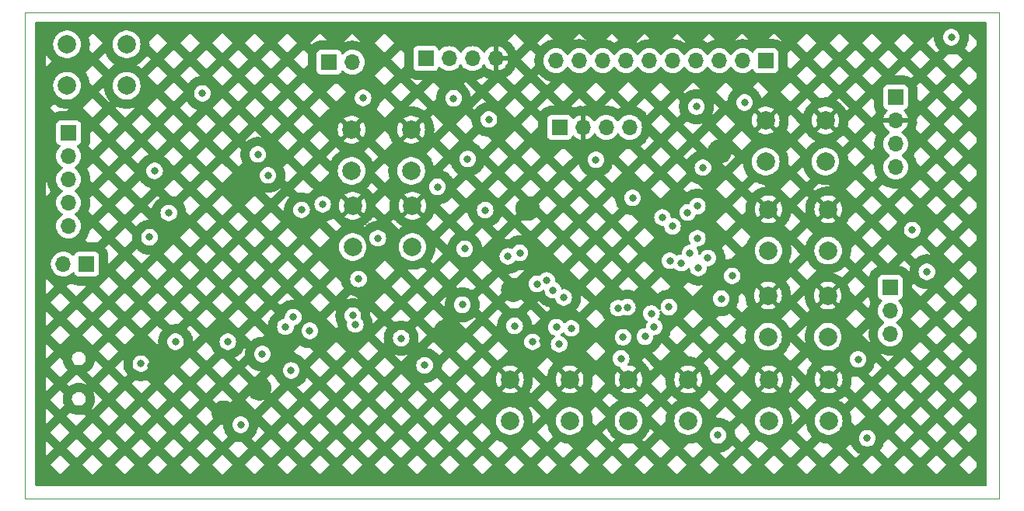
<source format=gbr>
%TF.GenerationSoftware,KiCad,Pcbnew,7.0.9-7.0.9~ubuntu22.04.1*%
%TF.CreationDate,2024-03-26T10:14:33-06:00*%
%TF.ProjectId,StmBoard,53746d42-6f61-4726-942e-6b696361645f,rev?*%
%TF.SameCoordinates,Original*%
%TF.FileFunction,Copper,L3,Inr*%
%TF.FilePolarity,Positive*%
%FSLAX46Y46*%
G04 Gerber Fmt 4.6, Leading zero omitted, Abs format (unit mm)*
G04 Created by KiCad (PCBNEW 7.0.9-7.0.9~ubuntu22.04.1) date 2024-03-26 10:14:33*
%MOMM*%
%LPD*%
G01*
G04 APERTURE LIST*
%TA.AperFunction,ComponentPad*%
%ADD10C,2.000000*%
%TD*%
%TA.AperFunction,ComponentPad*%
%ADD11R,1.700000X1.700000*%
%TD*%
%TA.AperFunction,ComponentPad*%
%ADD12O,1.700000X1.700000*%
%TD*%
%TA.AperFunction,ViaPad*%
%ADD13C,0.800000*%
%TD*%
%TA.AperFunction,Profile*%
%ADD14C,0.100000*%
%TD*%
G04 APERTURE END LIST*
D10*
%TO.N,+3.3V*%
%TO.C,SW7*%
X109275000Y-96150000D03*
X115775000Y-96150000D03*
%TO.N,/A6*%
X109275000Y-100650000D03*
X115775000Y-100650000D03*
%TD*%
D11*
%TO.N,GND*%
%TO.C,U11*%
X117230000Y-80100000D03*
D12*
X119770000Y-80100000D03*
%TO.N,VCC*%
X122310000Y-80100000D03*
%TO.N,+3.3V*%
X124850000Y-80100000D03*
%TD*%
D11*
%TO.N,GND*%
%TO.C,U3*%
X131800000Y-87600000D03*
D12*
%TO.N,+3.3V*%
X134340000Y-87600000D03*
%TO.N,/SCL*%
X136880000Y-87600000D03*
%TO.N,/SDA*%
X139420000Y-87600000D03*
%TD*%
D10*
%TO.N,+3.3V*%
%TO.C,SW8*%
X109150000Y-87850000D03*
X115650000Y-87850000D03*
%TO.N,/A7*%
X109150000Y-92350000D03*
X115650000Y-92350000D03*
%TD*%
%TO.N,+3.3V*%
%TO.C,SW2*%
X154550000Y-96550000D03*
X161050000Y-96550000D03*
%TO.N,/A1*%
X154550000Y-101050000D03*
X161050000Y-101050000D03*
%TD*%
D11*
%TO.N,GND*%
%TO.C,U4*%
X168400000Y-84320000D03*
D12*
%TO.N,+3.3V*%
X168400000Y-86860000D03*
%TO.N,/SCL*%
X168400000Y-89400000D03*
%TO.N,/SDA*%
X168400000Y-91940000D03*
%TD*%
D10*
%TO.N,+3.3V*%
%TO.C,SW4*%
X154600000Y-115100000D03*
X161100000Y-115100000D03*
%TO.N,/A3*%
X154600000Y-119600000D03*
X161100000Y-119600000D03*
%TD*%
D11*
%TO.N,Net-(J1-VBUS)*%
%TO.C,U7*%
X80300000Y-102500000D03*
D12*
%TO.N,GND*%
X77760000Y-102500000D03*
%TD*%
D11*
%TO.N,GND*%
%TO.C,U12*%
X78335000Y-88205000D03*
D12*
%TO.N,VCC*%
X78335000Y-90745000D03*
%TO.N,/reset*%
X78335000Y-93285000D03*
%TO.N,SWCLK*%
X78335000Y-95825000D03*
%TO.N,SWDIO*%
X78335000Y-98365000D03*
%TD*%
D10*
%TO.N,+3.3V*%
%TO.C,SW6*%
X126400000Y-115100000D03*
X132900000Y-115100000D03*
%TO.N,/A5*%
X126400000Y-119600000D03*
X132900000Y-119600000D03*
%TD*%
%TO.N,+3.3V*%
%TO.C,SW3*%
X154500000Y-105950000D03*
X161000000Y-105950000D03*
%TO.N,/A2*%
X154500000Y-110450000D03*
X161000000Y-110450000D03*
%TD*%
D11*
%TO.N,Net-(U2-ADC1)*%
%TO.C,U5*%
X167800000Y-105060000D03*
D12*
%TO.N,Net-(U2-ADC2)*%
X167800000Y-107600000D03*
%TO.N,Net-(U2-ADC3)*%
X167800000Y-110140000D03*
%TD*%
D10*
%TO.N,/reset*%
%TO.C,SW9*%
X78160000Y-78570000D03*
X84660000Y-78570000D03*
%TO.N,GND*%
X78160000Y-83070000D03*
X84660000Y-83070000D03*
%TD*%
D11*
%TO.N,Net-(U1-PB1)*%
%TO.C,U10*%
X154270000Y-80350000D03*
D12*
%TO.N,Net-(U1-PB2)*%
X151730000Y-80350000D03*
%TO.N,Net-(U1-PB3)*%
X149190000Y-80350000D03*
%TO.N,Net-(U1-PB4)*%
X146650000Y-80350000D03*
%TO.N,Net-(U1-PB5)*%
X144110000Y-80350000D03*
%TO.N,Net-(U1-PB6)*%
X141570000Y-80350000D03*
%TO.N,Net-(U1-PB7)*%
X139030000Y-80350000D03*
%TO.N,Net-(U1-PB8)*%
X136490000Y-80350000D03*
%TO.N,Net-(U1-PB9)*%
X133950000Y-80350000D03*
%TO.N,Net-(U1-PB0)*%
X131410000Y-80350000D03*
%TD*%
D10*
%TO.N,+3.3V*%
%TO.C,SW1*%
X154250000Y-86850000D03*
X160750000Y-86850000D03*
%TO.N,/A0*%
X154250000Y-91350000D03*
X160750000Y-91350000D03*
%TD*%
%TO.N,+3.3V*%
%TO.C,SW5*%
X139300000Y-115100000D03*
X145800000Y-115100000D03*
%TO.N,/A4*%
X139300000Y-119600000D03*
X145800000Y-119600000D03*
%TD*%
D11*
%TO.N,/RX_UASART2_VCOM*%
%TO.C,U6*%
X106700000Y-80500000D03*
D12*
%TO.N,/TX_UASART2_VCOM*%
X109240000Y-80500000D03*
%TD*%
D13*
%TO.N,GND*%
X149040000Y-121180000D03*
%TO.N,+3.3V*%
X129940000Y-110880000D03*
%TO.N,GND*%
X121470000Y-100850000D03*
%TO.N,Net-(J1-VBUS)*%
X86210000Y-113370000D03*
%TO.N,GND*%
X98940000Y-90560000D03*
%TO.N,+3.3V*%
X99120000Y-116070000D03*
%TO.N,GND*%
X89250000Y-96940000D03*
X87140000Y-99590000D03*
X102560000Y-114120000D03*
X89980000Y-110970000D03*
%TO.N,+3.3V*%
X87330000Y-113580000D03*
X95210000Y-118700000D03*
%TO.N,GND*%
X97070000Y-120040000D03*
%TO.N,+3.3V*%
X128310000Y-96460000D03*
%TO.N,GND*%
X127470000Y-101290000D03*
X121790000Y-91060000D03*
%TO.N,+3.3V*%
X126750000Y-105330000D03*
X97150000Y-93950000D03*
X149200000Y-90250000D03*
X119400000Y-109851900D03*
%TO.N,GND*%
X114550000Y-110600000D03*
X131750000Y-111250000D03*
X147950000Y-101850000D03*
X128850000Y-111000000D03*
X147414055Y-92000000D03*
X95670000Y-110970000D03*
X126900000Y-109250000D03*
X121200000Y-106950000D03*
X143810000Y-102160000D03*
%TO.N,VCC*%
X87700000Y-92350000D03*
X92900000Y-83900000D03*
X100050000Y-92850000D03*
%TO.N,/reset*%
X110400000Y-84400000D03*
X118500000Y-94100000D03*
%TO.N,/A1*%
X150600000Y-103800000D03*
X130400000Y-104300000D03*
%TO.N,/A3*%
X141800000Y-107905200D03*
X142100000Y-109354700D03*
%TO.N,/A0*%
X109900000Y-104150000D03*
%TO.N,/A4*%
X146800000Y-99700000D03*
%TO.N,/A5*%
X170200000Y-98800000D03*
X165300000Y-121500000D03*
%TO.N,/A6*%
X138181674Y-107318326D03*
X138705767Y-110494233D03*
X117100000Y-113561500D03*
%TO.N,/A7*%
X164300000Y-112900000D03*
X112000000Y-99700000D03*
X143700000Y-107200000D03*
X139176612Y-107222911D03*
%TO.N,/SDA*%
X109550000Y-109100000D03*
X120250000Y-84450000D03*
X146800000Y-96200000D03*
X135750000Y-91150000D03*
X101950000Y-109350000D03*
X146000000Y-101324500D03*
%TO.N,/SCL*%
X109282489Y-108136962D03*
X102800000Y-108295700D03*
X145050000Y-102400000D03*
X146700000Y-85350000D03*
X145750112Y-96886539D03*
X124100000Y-86750000D03*
%TO.N,/TX_UASART2_VCOM*%
X104600000Y-109800000D03*
X106000000Y-96000000D03*
X99431674Y-112331674D03*
%TO.N,/RX_UASART2_VCOM*%
X103700000Y-96600000D03*
%TO.N,Net-(U1-PB0)*%
X149400000Y-106286100D03*
X151950000Y-84900000D03*
X171800000Y-103350000D03*
%TO.N,Net-(U1-PB1)*%
X174456674Y-77793326D03*
%TO.N,Net-(U1-PA8)*%
X133075352Y-109525355D03*
X146900000Y-102950000D03*
%TO.N,SWDIO*%
X144100000Y-98400000D03*
%TO.N,SWCLK*%
X143000000Y-97437900D03*
%TO.N,Net-(U1-PA15)*%
X131450000Y-109398100D03*
X123700000Y-96630000D03*
X139750000Y-95300000D03*
X126168028Y-101678028D03*
%TO.N,Net-(U2-ADC3)*%
X132243368Y-106158532D03*
%TO.N,Net-(U2-ADC2)*%
X131066505Y-105351900D03*
%TO.N,Net-(U2-ADC1)*%
X138500000Y-112814700D03*
X129337087Y-104682679D03*
X141100000Y-110415500D03*
%TD*%
%TA.AperFunction,Conductor*%
%TO.N,+3.3V*%
G36*
X178243039Y-76119685D02*
G01*
X178288794Y-76172489D01*
X178300000Y-76224000D01*
X178300000Y-126576000D01*
X178280315Y-126643039D01*
X178227511Y-126688794D01*
X178176000Y-126700000D01*
X74824000Y-126700000D01*
X74756961Y-126680315D01*
X74711206Y-126627511D01*
X74700000Y-126576000D01*
X74700000Y-124380970D01*
X76339866Y-124380970D01*
X77401941Y-125443045D01*
X78464016Y-124380970D01*
X79875400Y-124380970D01*
X80937475Y-125443045D01*
X81999550Y-124380970D01*
X83410934Y-124380970D01*
X84473009Y-125443045D01*
X85535084Y-124380970D01*
X86946468Y-124380970D01*
X88008543Y-125443045D01*
X89070618Y-124380970D01*
X90482002Y-124380970D01*
X91544077Y-125443045D01*
X92606152Y-124380970D01*
X94017536Y-124380970D01*
X95079611Y-125443045D01*
X96141686Y-124380970D01*
X97553070Y-124380970D01*
X98615145Y-125443045D01*
X99677220Y-124380970D01*
X101088604Y-124380970D01*
X102150678Y-125443044D01*
X103212753Y-124380970D01*
X104624137Y-124380970D01*
X105686212Y-125443044D01*
X106748287Y-124380970D01*
X108159671Y-124380970D01*
X109221746Y-125443045D01*
X110283821Y-124380970D01*
X111695205Y-124380970D01*
X112757280Y-125443045D01*
X113819355Y-124380970D01*
X115230739Y-124380970D01*
X116292814Y-125443045D01*
X117354889Y-124380970D01*
X118766273Y-124380970D01*
X119828348Y-125443045D01*
X120890423Y-124380970D01*
X122301807Y-124380970D01*
X123363882Y-125443045D01*
X124425957Y-124380970D01*
X125837341Y-124380970D01*
X126899416Y-125443045D01*
X127961491Y-124380970D01*
X129372875Y-124380970D01*
X130434950Y-125443045D01*
X131497025Y-124380970D01*
X132908409Y-124380970D01*
X133970484Y-125443045D01*
X135032559Y-124380970D01*
X136443943Y-124380970D01*
X137506017Y-125443044D01*
X138568092Y-124380970D01*
X139979477Y-124380970D01*
X141041551Y-125443044D01*
X142103626Y-124380970D01*
X143515010Y-124380970D01*
X144577085Y-125443044D01*
X145639160Y-124380970D01*
X147050544Y-124380970D01*
X148112619Y-125443045D01*
X149174694Y-124380970D01*
X150586078Y-124380970D01*
X151648153Y-125443045D01*
X152710228Y-124380970D01*
X154121612Y-124380970D01*
X155183687Y-125443045D01*
X156245762Y-124380970D01*
X157657146Y-124380970D01*
X158719221Y-125443045D01*
X159781296Y-124380970D01*
X161192680Y-124380970D01*
X162254755Y-125443045D01*
X163316830Y-124380970D01*
X163316829Y-124380969D01*
X164728213Y-124380969D01*
X165790289Y-125443045D01*
X166852364Y-124380970D01*
X168263748Y-124380970D01*
X169325823Y-125443045D01*
X170387898Y-124380970D01*
X171799282Y-124380970D01*
X172861357Y-125443045D01*
X173923432Y-124380970D01*
X175334816Y-124380970D01*
X176396890Y-125443044D01*
X177176000Y-124663935D01*
X177176000Y-124098004D01*
X176396891Y-123318895D01*
X175334816Y-124380970D01*
X173923432Y-124380970D01*
X172861357Y-123318895D01*
X171799282Y-124380970D01*
X170387898Y-124380970D01*
X169325823Y-123318895D01*
X168263748Y-124380970D01*
X166852364Y-124380970D01*
X165804972Y-123333578D01*
X165767677Y-123341505D01*
X164728213Y-124380969D01*
X163316829Y-124380969D01*
X162254755Y-123318895D01*
X161192680Y-124380970D01*
X159781296Y-124380970D01*
X158719221Y-123318895D01*
X157657146Y-124380970D01*
X156245762Y-124380970D01*
X155183687Y-123318895D01*
X154121612Y-124380970D01*
X152710228Y-124380970D01*
X151648153Y-123318895D01*
X150586078Y-124380970D01*
X149174694Y-124380970D01*
X148112619Y-123318895D01*
X147050544Y-124380970D01*
X145639160Y-124380970D01*
X144577085Y-123318895D01*
X143515010Y-124380970D01*
X142103626Y-124380970D01*
X141041551Y-123318895D01*
X139979477Y-124380970D01*
X138568092Y-124380970D01*
X137506017Y-123318895D01*
X136443943Y-124380970D01*
X135032559Y-124380970D01*
X133970484Y-123318895D01*
X132908409Y-124380970D01*
X131497025Y-124380970D01*
X130434950Y-123318895D01*
X129372875Y-124380970D01*
X127961491Y-124380970D01*
X126899416Y-123318895D01*
X125837341Y-124380970D01*
X124425957Y-124380970D01*
X123363882Y-123318895D01*
X122301807Y-124380970D01*
X120890423Y-124380970D01*
X119828348Y-123318895D01*
X118766273Y-124380970D01*
X117354889Y-124380970D01*
X116292814Y-123318895D01*
X115230739Y-124380970D01*
X113819355Y-124380970D01*
X112757280Y-123318895D01*
X111695205Y-124380970D01*
X110283821Y-124380970D01*
X109221746Y-123318895D01*
X108159671Y-124380970D01*
X106748287Y-124380970D01*
X105686212Y-123318895D01*
X104624137Y-124380970D01*
X103212753Y-124380970D01*
X102150678Y-123318895D01*
X101088604Y-124380970D01*
X99677220Y-124380970D01*
X98615145Y-123318895D01*
X97553070Y-124380970D01*
X96141686Y-124380970D01*
X95079611Y-123318895D01*
X94017536Y-124380970D01*
X92606152Y-124380970D01*
X91544077Y-123318895D01*
X90482002Y-124380970D01*
X89070618Y-124380970D01*
X88008543Y-123318895D01*
X86946468Y-124380970D01*
X85535084Y-124380970D01*
X84473009Y-123318895D01*
X83410934Y-124380970D01*
X81999550Y-124380970D01*
X80937475Y-123318895D01*
X79875400Y-124380970D01*
X78464016Y-124380970D01*
X77401941Y-123318895D01*
X76339866Y-124380970D01*
X74700000Y-124380970D01*
X74700000Y-121740954D01*
X75824000Y-121740954D01*
X75824000Y-123485452D01*
X76696249Y-122613203D01*
X78107633Y-122613203D01*
X79169708Y-123675278D01*
X80231783Y-122613203D01*
X81643167Y-122613203D01*
X82705242Y-123675278D01*
X83767317Y-122613203D01*
X85178701Y-122613203D01*
X86240776Y-123675278D01*
X87302851Y-122613203D01*
X88714235Y-122613203D01*
X89776310Y-123675278D01*
X90838385Y-122613203D01*
X92249769Y-122613203D01*
X93311844Y-123675278D01*
X94373919Y-122613203D01*
X94373918Y-122613202D01*
X95785302Y-122613202D01*
X96847378Y-123675278D01*
X97909453Y-122613203D01*
X99320837Y-122613203D01*
X100382911Y-123675277D01*
X101444986Y-122613203D01*
X102856370Y-122613203D01*
X103918445Y-123675277D01*
X104980520Y-122613203D01*
X106391904Y-122613203D01*
X107453979Y-123675277D01*
X108516054Y-122613203D01*
X109927438Y-122613203D01*
X110989513Y-123675278D01*
X112051588Y-122613203D01*
X113462972Y-122613203D01*
X114525047Y-123675278D01*
X115587122Y-122613203D01*
X116998506Y-122613203D01*
X118060581Y-123675278D01*
X119122656Y-122613203D01*
X120534040Y-122613203D01*
X121596115Y-123675278D01*
X122658190Y-122613203D01*
X122658189Y-122613202D01*
X124069573Y-122613202D01*
X125131649Y-123675278D01*
X126193724Y-122613203D01*
X127605108Y-122613203D01*
X128667183Y-123675278D01*
X129729258Y-122613203D01*
X129729257Y-122613202D01*
X131140641Y-122613202D01*
X132202717Y-123675278D01*
X133264792Y-122613203D01*
X134676176Y-122613203D01*
X135738251Y-123675278D01*
X136800326Y-122613203D01*
X136800325Y-122613202D01*
X138211709Y-122613202D01*
X139273784Y-123675277D01*
X140335859Y-122613203D01*
X141747243Y-122613203D01*
X142809318Y-123675277D01*
X143871393Y-122613203D01*
X145282777Y-122613203D01*
X146344852Y-123675278D01*
X146951110Y-123069020D01*
X149274128Y-123069020D01*
X149880386Y-123675278D01*
X150942461Y-122613203D01*
X150942460Y-122613202D01*
X152353844Y-122613202D01*
X153415920Y-123675278D01*
X154477995Y-122613203D01*
X155889379Y-122613203D01*
X156951454Y-123675278D01*
X158013529Y-122613203D01*
X158013528Y-122613202D01*
X159424912Y-122613202D01*
X160486988Y-123675278D01*
X161549063Y-122613203D01*
X161549062Y-122613202D01*
X162960446Y-122613202D01*
X164022521Y-123675277D01*
X164483266Y-123214532D01*
X164415990Y-123184579D01*
X164413062Y-123183182D01*
X164375190Y-123163887D01*
X164372336Y-123162338D01*
X164324252Y-123134578D01*
X164321484Y-123132882D01*
X164285804Y-123109713D01*
X164283127Y-123107873D01*
X164085060Y-122963970D01*
X164082483Y-122961993D01*
X164049438Y-122935232D01*
X164046971Y-122933125D01*
X164005710Y-122895975D01*
X164003355Y-122893739D01*
X163973283Y-122863667D01*
X163971048Y-122861313D01*
X163916495Y-122800726D01*
X166683504Y-122800726D01*
X167558056Y-123675278D01*
X168620131Y-122613203D01*
X170031515Y-122613203D01*
X171093590Y-123675278D01*
X172155665Y-122613203D01*
X173567049Y-122613203D01*
X174629123Y-123675277D01*
X175691198Y-122613203D01*
X174629123Y-121551128D01*
X173567049Y-122613203D01*
X172155665Y-122613203D01*
X171093590Y-121551128D01*
X170031515Y-122613203D01*
X168620131Y-122613203D01*
X167558055Y-121551127D01*
X167145165Y-121964017D01*
X167144331Y-121967132D01*
X167143409Y-121970246D01*
X167067751Y-122203097D01*
X167066667Y-122206159D01*
X167051417Y-122245881D01*
X167050174Y-122248881D01*
X167027589Y-122299602D01*
X167026192Y-122302531D01*
X167006896Y-122340398D01*
X167005348Y-122343250D01*
X166882945Y-122555261D01*
X166881248Y-122558029D01*
X166858080Y-122593704D01*
X166856240Y-122596381D01*
X166823603Y-122641299D01*
X166821627Y-122643874D01*
X166794870Y-122676915D01*
X166792763Y-122679382D01*
X166683504Y-122800726D01*
X163916495Y-122800726D01*
X163807237Y-122679382D01*
X163805130Y-122676915D01*
X163778373Y-122643874D01*
X163776397Y-122641299D01*
X163743760Y-122596381D01*
X163741920Y-122593704D01*
X163718752Y-122558029D01*
X163717055Y-122555261D01*
X163594652Y-122343250D01*
X163593104Y-122340398D01*
X163573808Y-122302531D01*
X163572411Y-122299602D01*
X163549826Y-122248881D01*
X163548583Y-122245881D01*
X163533333Y-122206159D01*
X163532249Y-122203097D01*
X163492594Y-122081054D01*
X162960446Y-122613202D01*
X161549062Y-122613202D01*
X161034360Y-122098500D01*
X160952470Y-122098500D01*
X160916368Y-122097007D01*
X160870136Y-122093176D01*
X160834282Y-122088707D01*
X160543248Y-122040143D01*
X160507889Y-122032729D01*
X160462916Y-122021342D01*
X160428277Y-122011030D01*
X160149203Y-121915222D01*
X160130277Y-121907837D01*
X159424912Y-122613202D01*
X158013528Y-122613202D01*
X156951454Y-121551128D01*
X155889379Y-122613203D01*
X154477995Y-122613203D01*
X153848398Y-121983606D01*
X153649203Y-121915222D01*
X153615549Y-121902091D01*
X153573065Y-121883457D01*
X153540596Y-121867584D01*
X153281082Y-121727142D01*
X153255280Y-121711766D01*
X152353844Y-122613202D01*
X150942460Y-122613202D01*
X150600002Y-122270744D01*
X150598080Y-122273704D01*
X150596240Y-122276381D01*
X150563603Y-122321299D01*
X150561627Y-122323874D01*
X150534870Y-122356915D01*
X150532763Y-122359382D01*
X150368952Y-122541313D01*
X150366717Y-122543667D01*
X150336645Y-122573739D01*
X150334290Y-122575975D01*
X150293029Y-122613125D01*
X150290562Y-122615232D01*
X150257517Y-122641993D01*
X150254940Y-122643970D01*
X150056873Y-122787873D01*
X150054196Y-122789713D01*
X150018516Y-122812882D01*
X150015748Y-122814578D01*
X149967664Y-122842338D01*
X149964810Y-122843887D01*
X149926938Y-122863182D01*
X149924010Y-122864579D01*
X149700367Y-122964153D01*
X149697367Y-122965396D01*
X149657654Y-122980641D01*
X149654591Y-122981725D01*
X149601783Y-122998882D01*
X149598672Y-122999803D01*
X149557604Y-123010807D01*
X149554447Y-123011565D01*
X149314992Y-123062462D01*
X149311800Y-123063053D01*
X149274128Y-123069020D01*
X146951110Y-123069020D01*
X147406927Y-122613203D01*
X146719641Y-121925917D01*
X146471723Y-122011030D01*
X146437084Y-122021342D01*
X146392111Y-122032729D01*
X146356752Y-122040143D01*
X146065718Y-122088707D01*
X146029864Y-122093176D01*
X145983632Y-122097007D01*
X145947530Y-122098500D01*
X145797480Y-122098500D01*
X145282777Y-122613203D01*
X143871393Y-122613203D01*
X142809318Y-121551128D01*
X141747243Y-122613203D01*
X140335859Y-122613203D01*
X139776234Y-122053578D01*
X139565718Y-122088707D01*
X139529864Y-122093176D01*
X139483632Y-122097007D01*
X139447530Y-122098500D01*
X139152470Y-122098500D01*
X139116368Y-122097007D01*
X139070136Y-122093176D01*
X139034282Y-122088707D01*
X138778831Y-122046080D01*
X138211709Y-122613202D01*
X136800325Y-122613202D01*
X135738251Y-121551128D01*
X134676176Y-122613203D01*
X133264792Y-122613203D01*
X132749986Y-122098397D01*
X132716368Y-122097007D01*
X132670136Y-122093176D01*
X132634282Y-122088707D01*
X132343248Y-122040143D01*
X132307889Y-122032729D01*
X132262916Y-122021342D01*
X132228277Y-122011030D01*
X131949203Y-121915222D01*
X131915549Y-121902091D01*
X131873065Y-121883457D01*
X131871266Y-121882577D01*
X131140641Y-122613202D01*
X129729257Y-122613202D01*
X128667183Y-121551128D01*
X127605108Y-122613203D01*
X126193724Y-122613203D01*
X125520072Y-121939551D01*
X125449204Y-121915222D01*
X125415549Y-121902091D01*
X125373065Y-121883457D01*
X125340596Y-121867584D01*
X125081082Y-121727142D01*
X125050017Y-121708630D01*
X125011182Y-121683254D01*
X125004379Y-121678396D01*
X124069573Y-122613202D01*
X122658189Y-122613202D01*
X121596115Y-121551128D01*
X120534040Y-122613203D01*
X119122656Y-122613203D01*
X118060581Y-121551128D01*
X116998506Y-122613203D01*
X115587122Y-122613203D01*
X114525047Y-121551128D01*
X113462972Y-122613203D01*
X112051588Y-122613203D01*
X110989513Y-121551128D01*
X109927438Y-122613203D01*
X108516054Y-122613203D01*
X107453979Y-121551128D01*
X106391904Y-122613203D01*
X104980520Y-122613203D01*
X103918445Y-121551128D01*
X102856370Y-122613203D01*
X101444986Y-122613203D01*
X100382911Y-121551128D01*
X99320837Y-122613203D01*
X97909453Y-122613203D01*
X97232722Y-121936472D01*
X97195662Y-121938415D01*
X97192416Y-121938500D01*
X96947584Y-121938500D01*
X96944338Y-121938415D01*
X96901854Y-121936188D01*
X96898615Y-121935933D01*
X96843399Y-121930126D01*
X96840184Y-121929703D01*
X96798200Y-121923053D01*
X96795008Y-121922462D01*
X96555553Y-121871565D01*
X96552396Y-121870807D01*
X96532917Y-121865587D01*
X95785302Y-122613202D01*
X94373918Y-122613202D01*
X93311844Y-121551128D01*
X92249769Y-122613203D01*
X90838385Y-122613203D01*
X89776310Y-121551128D01*
X88714235Y-122613203D01*
X87302851Y-122613203D01*
X86240776Y-121551128D01*
X85178701Y-122613203D01*
X83767317Y-122613203D01*
X82705242Y-121551128D01*
X81643167Y-122613203D01*
X80231783Y-122613203D01*
X79169708Y-121551128D01*
X78107633Y-122613203D01*
X76696249Y-122613203D01*
X75824000Y-121740954D01*
X74700000Y-121740954D01*
X74700000Y-120845436D01*
X76339866Y-120845436D01*
X77401941Y-121907511D01*
X78464016Y-120845436D01*
X79875400Y-120845436D01*
X80937475Y-121907511D01*
X81999550Y-120845436D01*
X83410934Y-120845436D01*
X84473009Y-121907511D01*
X85535084Y-120845436D01*
X86946468Y-120845436D01*
X88008543Y-121907511D01*
X89070618Y-120845436D01*
X90482002Y-120845436D01*
X91544077Y-121907511D01*
X92606152Y-120845436D01*
X92606151Y-120845435D01*
X94017535Y-120845435D01*
X95079611Y-121907511D01*
X95452291Y-121534830D01*
X98242464Y-121534830D01*
X98615145Y-121907511D01*
X99677220Y-120845436D01*
X101088604Y-120845436D01*
X102150678Y-121907510D01*
X103212753Y-120845436D01*
X104624137Y-120845436D01*
X105686212Y-121907510D01*
X106748287Y-120845436D01*
X108159671Y-120845436D01*
X109221746Y-121907511D01*
X110283821Y-120845436D01*
X111695205Y-120845436D01*
X112757280Y-121907511D01*
X113819355Y-120845436D01*
X115230739Y-120845436D01*
X116292814Y-121907511D01*
X117354889Y-120845436D01*
X118766273Y-120845436D01*
X119828348Y-121907511D01*
X120890423Y-120845436D01*
X122301807Y-120845436D01*
X123363881Y-121907510D01*
X124306957Y-120964434D01*
X124227649Y-120843043D01*
X124209154Y-120812005D01*
X124187075Y-120771207D01*
X124171203Y-120738743D01*
X124055510Y-120474989D01*
X123363882Y-119783361D01*
X122301807Y-120845436D01*
X120890423Y-120845436D01*
X119828348Y-119783361D01*
X118766273Y-120845436D01*
X117354889Y-120845436D01*
X116292814Y-119783361D01*
X115230739Y-120845436D01*
X113819355Y-120845436D01*
X112757280Y-119783361D01*
X111695205Y-120845436D01*
X110283821Y-120845436D01*
X109221746Y-119783361D01*
X108159671Y-120845436D01*
X106748287Y-120845436D01*
X105686212Y-119783361D01*
X104624137Y-120845436D01*
X103212753Y-120845436D01*
X102150678Y-119783361D01*
X101088604Y-120845436D01*
X99677220Y-120845436D01*
X98968763Y-120136979D01*
X98945305Y-120360177D01*
X98944881Y-120363395D01*
X98938232Y-120405384D01*
X98937641Y-120408574D01*
X98926099Y-120462885D01*
X98925341Y-120466043D01*
X98914331Y-120507133D01*
X98913409Y-120510247D01*
X98837751Y-120743097D01*
X98836667Y-120746159D01*
X98821417Y-120785881D01*
X98820174Y-120788881D01*
X98797589Y-120839602D01*
X98796192Y-120842531D01*
X98776896Y-120880398D01*
X98775348Y-120883250D01*
X98652945Y-121095261D01*
X98651248Y-121098029D01*
X98628080Y-121133704D01*
X98626240Y-121136381D01*
X98593603Y-121181299D01*
X98591627Y-121183874D01*
X98564870Y-121216915D01*
X98562763Y-121219382D01*
X98398952Y-121401313D01*
X98396717Y-121403667D01*
X98366645Y-121433739D01*
X98364290Y-121435975D01*
X98323029Y-121473125D01*
X98320562Y-121475232D01*
X98287517Y-121501993D01*
X98284940Y-121503970D01*
X98242464Y-121534830D01*
X95452291Y-121534830D01*
X95667496Y-121319625D01*
X95577237Y-121219382D01*
X95575130Y-121216915D01*
X95548373Y-121183874D01*
X95546397Y-121181299D01*
X95513760Y-121136381D01*
X95511920Y-121133704D01*
X95488752Y-121098029D01*
X95487055Y-121095261D01*
X95364652Y-120883250D01*
X95363104Y-120880398D01*
X95343808Y-120842531D01*
X95342411Y-120839602D01*
X95319826Y-120788881D01*
X95318583Y-120785881D01*
X95303333Y-120746159D01*
X95302249Y-120743097D01*
X95226591Y-120510247D01*
X95225669Y-120507133D01*
X95214659Y-120466043D01*
X95213901Y-120462885D01*
X95202359Y-120408574D01*
X95201768Y-120405384D01*
X95195119Y-120363395D01*
X95194695Y-120360177D01*
X95169106Y-120116709D01*
X95168851Y-120113473D01*
X95166625Y-120071006D01*
X95166540Y-120067760D01*
X95166540Y-120040000D01*
X96164540Y-120040000D01*
X96184326Y-120228256D01*
X96184327Y-120228259D01*
X96242818Y-120408277D01*
X96242821Y-120408284D01*
X96337467Y-120572216D01*
X96397471Y-120638857D01*
X96464129Y-120712888D01*
X96617265Y-120824148D01*
X96617270Y-120824151D01*
X96790192Y-120901142D01*
X96790197Y-120901144D01*
X96975354Y-120940500D01*
X96975355Y-120940500D01*
X97164644Y-120940500D01*
X97164646Y-120940500D01*
X97349803Y-120901144D01*
X97522730Y-120824151D01*
X97675871Y-120712888D01*
X97802533Y-120572216D01*
X97897179Y-120408284D01*
X97955674Y-120228256D01*
X97975460Y-120040000D01*
X97955674Y-119851744D01*
X97897179Y-119671716D01*
X97802533Y-119507784D01*
X97675871Y-119367112D01*
X97667621Y-119361118D01*
X97522734Y-119255851D01*
X97522729Y-119255848D01*
X97349807Y-119178857D01*
X97349802Y-119178855D01*
X97204001Y-119147865D01*
X97164646Y-119139500D01*
X96975354Y-119139500D01*
X96942897Y-119146398D01*
X96790197Y-119178855D01*
X96790192Y-119178857D01*
X96617270Y-119255848D01*
X96617265Y-119255851D01*
X96464129Y-119367111D01*
X96337466Y-119507785D01*
X96242821Y-119671715D01*
X96242818Y-119671722D01*
X96184327Y-119851740D01*
X96184326Y-119851744D01*
X96164540Y-120040000D01*
X95166540Y-120040000D01*
X95166540Y-120024000D01*
X95098804Y-120024000D01*
X95076019Y-120021889D01*
X94878082Y-119984888D01*
X94017535Y-120845435D01*
X92606151Y-120845435D01*
X91544077Y-119783361D01*
X90482002Y-120845436D01*
X89070618Y-120845436D01*
X88008543Y-119783361D01*
X86946468Y-120845436D01*
X85535084Y-120845436D01*
X84473009Y-119783361D01*
X83410934Y-120845436D01*
X81999550Y-120845436D01*
X80937475Y-119783361D01*
X79875400Y-120845436D01*
X78464016Y-120845436D01*
X77401941Y-119783361D01*
X76339866Y-120845436D01*
X74700000Y-120845436D01*
X74700000Y-118205420D01*
X75824000Y-118205420D01*
X75824000Y-119949918D01*
X76696249Y-119077669D01*
X76696248Y-119077668D01*
X78107632Y-119077668D01*
X79169708Y-120139744D01*
X80231783Y-119077669D01*
X81643167Y-119077669D01*
X82705242Y-120139744D01*
X83767316Y-119077669D01*
X85178701Y-119077669D01*
X86240776Y-120139744D01*
X87302850Y-119077669D01*
X88714235Y-119077669D01*
X89776310Y-120139744D01*
X90838384Y-119077669D01*
X92249769Y-119077669D01*
X93311843Y-120139743D01*
X94070220Y-119381366D01*
X93975239Y-119190619D01*
X93966973Y-119169281D01*
X93940907Y-119077669D01*
X99320837Y-119077669D01*
X100382911Y-120139743D01*
X101444986Y-119077669D01*
X102856370Y-119077669D01*
X103918445Y-120139743D01*
X104980519Y-119077669D01*
X106391904Y-119077669D01*
X107453979Y-120139743D01*
X108516053Y-119077669D01*
X109927438Y-119077669D01*
X110989513Y-120139744D01*
X112051587Y-119077669D01*
X113462972Y-119077669D01*
X114525047Y-120139744D01*
X115587121Y-119077669D01*
X116998506Y-119077669D01*
X118060581Y-120139744D01*
X119122655Y-119077669D01*
X120534040Y-119077669D01*
X121596115Y-120139744D01*
X122135853Y-119600005D01*
X124894357Y-119600005D01*
X124914890Y-119847812D01*
X124914892Y-119847824D01*
X124975936Y-120088881D01*
X125075826Y-120316606D01*
X125211833Y-120524782D01*
X125211836Y-120524785D01*
X125380256Y-120707738D01*
X125576491Y-120860474D01*
X125795190Y-120978828D01*
X126030386Y-121059571D01*
X126275665Y-121100500D01*
X126524335Y-121100500D01*
X126769614Y-121059571D01*
X127004810Y-120978828D01*
X127223509Y-120860474D01*
X127242830Y-120845436D01*
X129372875Y-120845436D01*
X130434949Y-121907510D01*
X131056271Y-121286188D01*
X130961879Y-121183653D01*
X130938534Y-121156090D01*
X130910038Y-121119481D01*
X130889033Y-121090062D01*
X130727649Y-120843043D01*
X130709154Y-120812005D01*
X130687075Y-120771207D01*
X130671203Y-120738743D01*
X130552680Y-120468538D01*
X130539548Y-120434886D01*
X130524485Y-120391009D01*
X130514171Y-120356369D01*
X130441734Y-120070322D01*
X130434316Y-120034941D01*
X130426682Y-119989184D01*
X130422215Y-119953343D01*
X130410182Y-119808128D01*
X129372875Y-120845436D01*
X127242830Y-120845436D01*
X127419744Y-120707738D01*
X127588164Y-120524785D01*
X127724173Y-120316607D01*
X127824063Y-120088881D01*
X127885108Y-119847821D01*
X127889684Y-119792596D01*
X127905643Y-119600005D01*
X127905643Y-119599994D01*
X127885109Y-119352187D01*
X127885107Y-119352175D01*
X127824063Y-119111118D01*
X127724173Y-118883393D01*
X127588166Y-118675217D01*
X127549933Y-118633685D01*
X127419744Y-118492262D01*
X127223509Y-118339526D01*
X127223507Y-118339525D01*
X127223506Y-118339524D01*
X127004811Y-118221172D01*
X127004802Y-118221169D01*
X126965988Y-118207844D01*
X128474931Y-118207844D01*
X128572351Y-118356957D01*
X128590846Y-118387995D01*
X128612925Y-118428793D01*
X128628797Y-118461257D01*
X128747320Y-118731462D01*
X128760452Y-118765114D01*
X128775515Y-118808991D01*
X128785829Y-118843631D01*
X128858266Y-119129678D01*
X128865684Y-119165059D01*
X128873318Y-119210816D01*
X128877785Y-119246657D01*
X128902150Y-119540702D01*
X128903643Y-119576806D01*
X128903643Y-119623194D01*
X128902150Y-119659298D01*
X128879971Y-119926954D01*
X129206920Y-119600005D01*
X131394357Y-119600005D01*
X131414890Y-119847812D01*
X131414892Y-119847824D01*
X131475936Y-120088881D01*
X131575826Y-120316606D01*
X131711833Y-120524782D01*
X131711836Y-120524785D01*
X131880256Y-120707738D01*
X132076491Y-120860474D01*
X132295190Y-120978828D01*
X132530386Y-121059571D01*
X132775665Y-121100500D01*
X133024335Y-121100500D01*
X133269614Y-121059571D01*
X133504810Y-120978828D01*
X133723509Y-120860474D01*
X133742831Y-120845435D01*
X136443942Y-120845435D01*
X137506017Y-121907510D01*
X137785442Y-121628085D01*
X140762126Y-121628085D01*
X141041551Y-121907510D01*
X141769061Y-121180000D01*
X148134540Y-121180000D01*
X148154326Y-121368256D01*
X148154327Y-121368259D01*
X148212818Y-121548277D01*
X148212821Y-121548284D01*
X148307467Y-121712216D01*
X148434129Y-121852888D01*
X148587265Y-121964148D01*
X148587270Y-121964151D01*
X148760192Y-122041142D01*
X148760197Y-122041144D01*
X148945354Y-122080500D01*
X148945355Y-122080500D01*
X149134644Y-122080500D01*
X149134646Y-122080500D01*
X149319803Y-122041144D01*
X149492730Y-121964151D01*
X149645871Y-121852888D01*
X149772533Y-121712216D01*
X149867179Y-121548284D01*
X149925674Y-121368256D01*
X149945460Y-121180000D01*
X149925674Y-120991744D01*
X149867179Y-120811716D01*
X149772533Y-120647784D01*
X149718474Y-120587746D01*
X150843766Y-120587746D01*
X150883409Y-120709753D01*
X150884331Y-120712867D01*
X150895341Y-120753957D01*
X150896099Y-120757115D01*
X150907641Y-120811426D01*
X150908232Y-120814616D01*
X150914881Y-120856605D01*
X150915305Y-120859823D01*
X150940894Y-121103291D01*
X150941149Y-121106527D01*
X150943375Y-121148994D01*
X150943460Y-121152240D01*
X150943460Y-121202818D01*
X151648152Y-121907510D01*
X152540257Y-121015405D01*
X152427649Y-120843043D01*
X152409154Y-120812005D01*
X152387075Y-120771207D01*
X152371203Y-120738743D01*
X152252680Y-120468538D01*
X152239548Y-120434886D01*
X152224485Y-120391009D01*
X152214171Y-120356370D01*
X152211800Y-120347008D01*
X151648152Y-119783360D01*
X150843766Y-120587746D01*
X149718474Y-120587746D01*
X149645871Y-120507112D01*
X149645870Y-120507111D01*
X149492734Y-120395851D01*
X149492729Y-120395848D01*
X149319807Y-120318857D01*
X149319802Y-120318855D01*
X149174001Y-120287865D01*
X149134646Y-120279500D01*
X148945354Y-120279500D01*
X148912897Y-120286398D01*
X148760197Y-120318855D01*
X148760192Y-120318857D01*
X148587270Y-120395848D01*
X148587265Y-120395851D01*
X148434129Y-120507111D01*
X148307466Y-120647785D01*
X148212821Y-120811715D01*
X148212818Y-120811722D01*
X148158522Y-120978830D01*
X148154326Y-120991744D01*
X148134540Y-121180000D01*
X141769061Y-121180000D01*
X142103626Y-120845435D01*
X141668789Y-120410598D01*
X141660452Y-120434886D01*
X141647320Y-120468538D01*
X141528797Y-120738743D01*
X141512925Y-120771207D01*
X141490846Y-120812005D01*
X141472351Y-120843043D01*
X141310967Y-121090062D01*
X141289962Y-121119481D01*
X141261466Y-121156090D01*
X141238121Y-121183653D01*
X141038290Y-121400727D01*
X141012749Y-121426268D01*
X140978621Y-121457686D01*
X140951039Y-121481049D01*
X140762126Y-121628085D01*
X137785442Y-121628085D01*
X137808390Y-121605137D01*
X137648961Y-121481049D01*
X137621379Y-121457686D01*
X137587251Y-121426268D01*
X137561710Y-121400727D01*
X137361879Y-121183653D01*
X137338534Y-121156090D01*
X137310038Y-121119481D01*
X137289033Y-121090062D01*
X137127649Y-120843043D01*
X137109154Y-120812005D01*
X137087075Y-120771207D01*
X137071203Y-120738743D01*
X136952680Y-120468538D01*
X136939548Y-120434886D01*
X136924485Y-120391009D01*
X136918493Y-120370885D01*
X136443942Y-120845435D01*
X133742831Y-120845435D01*
X133919744Y-120707738D01*
X134088164Y-120524785D01*
X134224173Y-120316607D01*
X134324063Y-120088881D01*
X134385108Y-119847821D01*
X134389684Y-119792596D01*
X134405643Y-119600005D01*
X134405643Y-119599994D01*
X134385109Y-119352187D01*
X134385107Y-119352175D01*
X134324063Y-119111118D01*
X134224173Y-118883393D01*
X134088166Y-118675217D01*
X134049933Y-118633685D01*
X133996009Y-118575108D01*
X135178736Y-118575108D01*
X135247320Y-118731462D01*
X135260452Y-118765114D01*
X135275515Y-118808991D01*
X135285829Y-118843631D01*
X135358266Y-119129678D01*
X135365684Y-119165059D01*
X135373318Y-119210816D01*
X135377785Y-119246657D01*
X135402150Y-119540702D01*
X135403643Y-119576806D01*
X135403643Y-119623194D01*
X135402150Y-119659298D01*
X135391103Y-119792596D01*
X135738251Y-120139744D01*
X136277989Y-119600005D01*
X137794357Y-119600005D01*
X137814890Y-119847812D01*
X137814892Y-119847824D01*
X137875936Y-120088881D01*
X137975826Y-120316606D01*
X138111833Y-120524782D01*
X138111836Y-120524785D01*
X138280256Y-120707738D01*
X138476491Y-120860474D01*
X138695190Y-120978828D01*
X138930386Y-121059571D01*
X139175665Y-121100500D01*
X139424335Y-121100500D01*
X139669614Y-121059571D01*
X139904810Y-120978828D01*
X140123509Y-120860474D01*
X140319744Y-120707738D01*
X140488164Y-120524785D01*
X140624173Y-120316607D01*
X140724063Y-120088881D01*
X140785108Y-119847821D01*
X140789684Y-119792596D01*
X140805643Y-119600005D01*
X140805643Y-119599994D01*
X140785109Y-119352187D01*
X140785107Y-119352175D01*
X140724063Y-119111118D01*
X140709390Y-119077668D01*
X141747243Y-119077668D01*
X142809317Y-120139743D01*
X143297528Y-119651532D01*
X143296357Y-119623194D01*
X143296357Y-119600005D01*
X144294357Y-119600005D01*
X144314890Y-119847812D01*
X144314892Y-119847824D01*
X144375936Y-120088881D01*
X144475826Y-120316606D01*
X144611833Y-120524782D01*
X144611836Y-120524785D01*
X144780256Y-120707738D01*
X144976491Y-120860474D01*
X145195190Y-120978828D01*
X145430386Y-121059571D01*
X145675665Y-121100500D01*
X145924335Y-121100500D01*
X146169614Y-121059571D01*
X146404810Y-120978828D01*
X146623509Y-120860474D01*
X146819744Y-120707738D01*
X146988164Y-120524785D01*
X147124173Y-120316607D01*
X147224063Y-120088881D01*
X147285108Y-119847821D01*
X147289684Y-119792596D01*
X147305643Y-119600005D01*
X147305643Y-119599994D01*
X147285109Y-119352187D01*
X147285107Y-119352175D01*
X147224063Y-119111118D01*
X147209391Y-119077669D01*
X148818311Y-119077669D01*
X149022142Y-119281500D01*
X149162416Y-119281500D01*
X149165662Y-119281585D01*
X149208146Y-119283812D01*
X149211385Y-119284067D01*
X149266601Y-119289874D01*
X149269816Y-119290297D01*
X149311800Y-119296947D01*
X149314992Y-119297538D01*
X149554447Y-119348435D01*
X149557604Y-119349193D01*
X149598672Y-119360197D01*
X149601783Y-119361118D01*
X149654591Y-119378275D01*
X149657654Y-119379359D01*
X149697367Y-119394604D01*
X149700367Y-119395847D01*
X149924010Y-119495421D01*
X149926938Y-119496818D01*
X149964810Y-119516113D01*
X149967664Y-119517662D01*
X150015748Y-119545422D01*
X150018516Y-119547118D01*
X150054196Y-119570287D01*
X150056873Y-119572127D01*
X150254940Y-119716030D01*
X150257517Y-119718007D01*
X150282162Y-119737966D01*
X150420123Y-119600005D01*
X153094357Y-119600005D01*
X153114890Y-119847812D01*
X153114892Y-119847824D01*
X153175936Y-120088881D01*
X153275826Y-120316606D01*
X153411833Y-120524782D01*
X153411836Y-120524785D01*
X153580256Y-120707738D01*
X153776491Y-120860474D01*
X153995190Y-120978828D01*
X154230386Y-121059571D01*
X154475665Y-121100500D01*
X154724335Y-121100500D01*
X154969614Y-121059571D01*
X155204810Y-120978828D01*
X155423509Y-120860474D01*
X155442830Y-120845436D01*
X157657146Y-120845436D01*
X158719221Y-121907511D01*
X159126731Y-121500000D01*
X164394540Y-121500000D01*
X164414326Y-121688256D01*
X164414327Y-121688259D01*
X164472818Y-121868277D01*
X164472821Y-121868284D01*
X164567467Y-122032216D01*
X164627057Y-122098397D01*
X164694129Y-122172888D01*
X164847265Y-122284148D01*
X164847270Y-122284151D01*
X165020192Y-122361142D01*
X165020197Y-122361144D01*
X165205354Y-122400500D01*
X165205355Y-122400500D01*
X165394644Y-122400500D01*
X165394646Y-122400500D01*
X165579803Y-122361144D01*
X165752730Y-122284151D01*
X165905871Y-122172888D01*
X166032533Y-122032216D01*
X166127179Y-121868284D01*
X166185674Y-121688256D01*
X166205460Y-121500000D01*
X166185674Y-121311744D01*
X166127179Y-121131716D01*
X166032533Y-120967784D01*
X165922370Y-120845436D01*
X168263748Y-120845436D01*
X169325823Y-121907511D01*
X170387898Y-120845436D01*
X171799282Y-120845436D01*
X172861357Y-121907511D01*
X173923432Y-120845436D01*
X175334816Y-120845436D01*
X176396890Y-121907510D01*
X177176000Y-121128401D01*
X177176000Y-120562470D01*
X176396891Y-119783361D01*
X175334816Y-120845436D01*
X173923432Y-120845436D01*
X172861357Y-119783361D01*
X171799282Y-120845436D01*
X170387898Y-120845436D01*
X169325823Y-119783361D01*
X168263748Y-120845436D01*
X165922370Y-120845436D01*
X165905871Y-120827112D01*
X165901796Y-120824151D01*
X165752734Y-120715851D01*
X165752729Y-120715848D01*
X165579807Y-120638857D01*
X165579802Y-120638855D01*
X165434001Y-120607865D01*
X165394646Y-120599500D01*
X165205354Y-120599500D01*
X165172897Y-120606398D01*
X165020197Y-120638855D01*
X165020192Y-120638857D01*
X164847270Y-120715848D01*
X164847265Y-120715851D01*
X164694129Y-120827111D01*
X164567466Y-120967785D01*
X164472821Y-121131715D01*
X164472818Y-121131722D01*
X164414327Y-121311740D01*
X164414326Y-121311744D01*
X164394540Y-121500000D01*
X159126731Y-121500000D01*
X159296663Y-121330068D01*
X159161879Y-121183653D01*
X159138534Y-121156090D01*
X159110038Y-121119481D01*
X159089033Y-121090062D01*
X158927649Y-120843043D01*
X158909154Y-120812005D01*
X158887075Y-120771207D01*
X158871203Y-120738743D01*
X158752680Y-120468538D01*
X158739548Y-120434886D01*
X158724485Y-120391009D01*
X158714171Y-120356369D01*
X158641734Y-120070322D01*
X158634316Y-120034941D01*
X158626682Y-119989184D01*
X158622215Y-119953343D01*
X158616630Y-119885951D01*
X157657146Y-120845436D01*
X155442830Y-120845436D01*
X155619744Y-120707738D01*
X155788164Y-120524785D01*
X155924173Y-120316607D01*
X156024063Y-120088881D01*
X156085108Y-119847821D01*
X156089684Y-119792596D01*
X156105643Y-119600005D01*
X156105643Y-119599994D01*
X156085109Y-119352187D01*
X156085107Y-119352175D01*
X156024063Y-119111118D01*
X155924173Y-118883393D01*
X155788166Y-118675217D01*
X155749933Y-118633685D01*
X155619744Y-118492262D01*
X155423509Y-118339526D01*
X155423507Y-118339525D01*
X155423506Y-118339524D01*
X155274369Y-118258815D01*
X156708232Y-118258815D01*
X156772351Y-118356957D01*
X156790846Y-118387995D01*
X156812925Y-118428793D01*
X156828797Y-118461257D01*
X156947320Y-118731462D01*
X156960452Y-118765114D01*
X156975515Y-118808991D01*
X156985829Y-118843631D01*
X157058266Y-119129678D01*
X157065684Y-119165059D01*
X157073318Y-119210816D01*
X157077785Y-119246657D01*
X157102150Y-119540702D01*
X157103643Y-119576806D01*
X157103643Y-119623194D01*
X157102150Y-119659298D01*
X157077785Y-119953343D01*
X157073318Y-119989184D01*
X157067571Y-120023626D01*
X157491192Y-119600005D01*
X159594357Y-119600005D01*
X159614890Y-119847812D01*
X159614892Y-119847824D01*
X159675936Y-120088881D01*
X159775826Y-120316606D01*
X159911833Y-120524782D01*
X159911836Y-120524785D01*
X160080256Y-120707738D01*
X160276491Y-120860474D01*
X160495190Y-120978828D01*
X160730386Y-121059571D01*
X160975665Y-121100500D01*
X161224335Y-121100500D01*
X161469614Y-121059571D01*
X161704810Y-120978828D01*
X161923509Y-120860474D01*
X162119744Y-120707738D01*
X162288164Y-120524785D01*
X162424173Y-120316607D01*
X162524063Y-120088881D01*
X162585108Y-119847821D01*
X162589684Y-119792596D01*
X162605643Y-119600005D01*
X162605643Y-119599994D01*
X162585109Y-119352187D01*
X162585107Y-119352175D01*
X162524063Y-119111118D01*
X162424173Y-118883393D01*
X162288166Y-118675217D01*
X162249933Y-118633685D01*
X163404431Y-118633685D01*
X163447320Y-118731462D01*
X163460452Y-118765114D01*
X163475515Y-118808991D01*
X163485829Y-118843631D01*
X163558266Y-119129678D01*
X163565684Y-119165059D01*
X163573318Y-119210816D01*
X163577785Y-119246657D01*
X163602150Y-119540702D01*
X163603643Y-119576806D01*
X163603643Y-119623194D01*
X163602150Y-119659298D01*
X163597552Y-119714774D01*
X163996196Y-120113418D01*
X164003355Y-120106261D01*
X164005710Y-120104025D01*
X164046971Y-120066875D01*
X164049438Y-120064768D01*
X164082483Y-120038007D01*
X164085060Y-120036030D01*
X164235633Y-119926631D01*
X165084595Y-119077669D01*
X166495981Y-119077669D01*
X167558056Y-120139744D01*
X168620130Y-119077669D01*
X170031515Y-119077669D01*
X171093590Y-120139744D01*
X172155664Y-119077669D01*
X173567049Y-119077669D01*
X174629123Y-120139743D01*
X175691198Y-119077669D01*
X174629123Y-118015594D01*
X173567049Y-119077669D01*
X172155664Y-119077669D01*
X171093590Y-118015594D01*
X170031515Y-119077669D01*
X168620130Y-119077669D01*
X167558056Y-118015594D01*
X166495981Y-119077669D01*
X165084595Y-119077669D01*
X165084596Y-119077668D01*
X164022521Y-118015594D01*
X163404431Y-118633685D01*
X162249933Y-118633685D01*
X162119744Y-118492262D01*
X161923509Y-118339526D01*
X161923507Y-118339525D01*
X161923506Y-118339524D01*
X161704811Y-118221172D01*
X161704802Y-118221169D01*
X161469616Y-118140429D01*
X161224335Y-118099500D01*
X160975665Y-118099500D01*
X160730383Y-118140429D01*
X160495197Y-118221169D01*
X160495188Y-118221172D01*
X160276493Y-118339524D01*
X160080257Y-118492261D01*
X159911833Y-118675217D01*
X159775826Y-118883393D01*
X159675936Y-119111118D01*
X159614892Y-119352175D01*
X159614890Y-119352187D01*
X159594357Y-119599994D01*
X159594357Y-119600005D01*
X157491192Y-119600005D01*
X158013528Y-119077669D01*
X156951453Y-118015594D01*
X156708232Y-118258815D01*
X155274369Y-118258815D01*
X155204811Y-118221172D01*
X155204802Y-118221169D01*
X154969616Y-118140429D01*
X154724335Y-118099500D01*
X154475665Y-118099500D01*
X154230383Y-118140429D01*
X153995197Y-118221169D01*
X153995188Y-118221172D01*
X153776493Y-118339524D01*
X153580257Y-118492261D01*
X153411833Y-118675217D01*
X153275826Y-118883393D01*
X153175936Y-119111118D01*
X153114892Y-119352175D01*
X153114890Y-119352187D01*
X153094357Y-119599994D01*
X153094357Y-119600005D01*
X150420123Y-119600005D01*
X150942460Y-119077668D01*
X149880386Y-118015594D01*
X148818311Y-119077669D01*
X147209391Y-119077669D01*
X147124173Y-118883393D01*
X146988166Y-118675217D01*
X146949933Y-118633685D01*
X146819744Y-118492262D01*
X146623509Y-118339526D01*
X146623507Y-118339525D01*
X146623506Y-118339524D01*
X146404811Y-118221172D01*
X146404802Y-118221169D01*
X146169616Y-118140429D01*
X145924335Y-118099500D01*
X145675665Y-118099500D01*
X145430383Y-118140429D01*
X145195197Y-118221169D01*
X145195188Y-118221172D01*
X144976493Y-118339524D01*
X144780257Y-118492261D01*
X144611833Y-118675217D01*
X144475826Y-118883393D01*
X144375936Y-119111118D01*
X144314892Y-119352175D01*
X144314890Y-119352187D01*
X144294357Y-119599994D01*
X144294357Y-119600005D01*
X143296357Y-119600005D01*
X143296357Y-119576806D01*
X143297850Y-119540702D01*
X143322215Y-119246657D01*
X143326682Y-119210816D01*
X143334316Y-119165059D01*
X143341734Y-119129678D01*
X143414171Y-118843631D01*
X143424485Y-118808991D01*
X143439548Y-118765114D01*
X143452680Y-118731462D01*
X143474786Y-118681063D01*
X142809317Y-118015594D01*
X141747243Y-119077668D01*
X140709390Y-119077668D01*
X140624173Y-118883393D01*
X140488166Y-118675217D01*
X140449933Y-118633685D01*
X140319744Y-118492262D01*
X140123509Y-118339526D01*
X140123507Y-118339525D01*
X140123506Y-118339524D01*
X139904811Y-118221172D01*
X139904802Y-118221169D01*
X139669616Y-118140429D01*
X139424335Y-118099500D01*
X139175665Y-118099500D01*
X138930383Y-118140429D01*
X138695197Y-118221169D01*
X138695188Y-118221172D01*
X138476493Y-118339524D01*
X138280257Y-118492261D01*
X138111833Y-118675217D01*
X137975826Y-118883393D01*
X137875936Y-119111118D01*
X137814892Y-119352175D01*
X137814890Y-119352187D01*
X137794357Y-119599994D01*
X137794357Y-119600005D01*
X136277989Y-119600005D01*
X136800325Y-119077669D01*
X135738250Y-118015594D01*
X135178736Y-118575108D01*
X133996009Y-118575108D01*
X133919744Y-118492262D01*
X133723509Y-118339526D01*
X133723507Y-118339525D01*
X133723506Y-118339524D01*
X133504811Y-118221172D01*
X133504802Y-118221169D01*
X133269616Y-118140429D01*
X133024335Y-118099500D01*
X132775665Y-118099500D01*
X132530383Y-118140429D01*
X132295197Y-118221169D01*
X132295188Y-118221172D01*
X132076493Y-118339524D01*
X131880257Y-118492261D01*
X131711833Y-118675217D01*
X131575826Y-118883393D01*
X131475936Y-119111118D01*
X131414892Y-119352175D01*
X131414890Y-119352187D01*
X131394357Y-119599994D01*
X131394357Y-119600005D01*
X129206920Y-119600005D01*
X129729257Y-119077668D01*
X128667182Y-118015594D01*
X128474931Y-118207844D01*
X126965988Y-118207844D01*
X126769616Y-118140429D01*
X126524335Y-118099500D01*
X126275665Y-118099500D01*
X126030383Y-118140429D01*
X125795197Y-118221169D01*
X125795188Y-118221172D01*
X125576493Y-118339524D01*
X125380257Y-118492261D01*
X125211833Y-118675217D01*
X125075826Y-118883393D01*
X124975936Y-119111118D01*
X124914892Y-119352175D01*
X124914890Y-119352187D01*
X124894357Y-119599994D01*
X124894357Y-119600005D01*
X122135853Y-119600005D01*
X122658189Y-119077669D01*
X121596115Y-118015594D01*
X120534040Y-119077669D01*
X119122655Y-119077669D01*
X118060581Y-118015594D01*
X116998506Y-119077669D01*
X115587121Y-119077669D01*
X114525047Y-118015594D01*
X113462972Y-119077669D01*
X112051587Y-119077669D01*
X110989513Y-118015594D01*
X109927438Y-119077669D01*
X108516053Y-119077669D01*
X107453979Y-118015594D01*
X106391904Y-119077669D01*
X104980519Y-119077669D01*
X103918445Y-118015594D01*
X102856370Y-119077669D01*
X101444986Y-119077669D01*
X100382911Y-118015594D01*
X99320837Y-119077669D01*
X93940907Y-119077669D01*
X93906113Y-118955378D01*
X93901908Y-118932885D01*
X93881388Y-118711441D01*
X93881388Y-118688559D01*
X93890158Y-118593909D01*
X93311843Y-118015594D01*
X92249769Y-119077669D01*
X90838384Y-119077669D01*
X89776310Y-118015594D01*
X88714235Y-119077669D01*
X87302850Y-119077669D01*
X86240776Y-118015594D01*
X85178701Y-119077669D01*
X83767316Y-119077669D01*
X82705242Y-118015594D01*
X81643167Y-119077669D01*
X80231783Y-119077669D01*
X80018068Y-118863954D01*
X79936599Y-118893607D01*
X79933174Y-118894742D01*
X79887905Y-118908294D01*
X79884421Y-118909227D01*
X79824389Y-118923455D01*
X79820855Y-118924184D01*
X79774323Y-118932389D01*
X79770755Y-118932911D01*
X79593371Y-118953645D01*
X79568067Y-118955859D01*
X79535483Y-118957759D01*
X79510043Y-118958500D01*
X79331429Y-118958500D01*
X79327823Y-118958395D01*
X79280649Y-118955647D01*
X79277056Y-118955333D01*
X79215775Y-118948170D01*
X79212206Y-118947647D01*
X79165671Y-118939442D01*
X79162138Y-118938712D01*
X78931395Y-118884025D01*
X78927912Y-118883091D01*
X78882649Y-118869541D01*
X78879225Y-118868406D01*
X78821249Y-118847305D01*
X78817896Y-118845973D01*
X78774504Y-118827255D01*
X78771235Y-118825731D01*
X78559320Y-118719304D01*
X78556146Y-118717592D01*
X78515228Y-118693969D01*
X78512157Y-118692075D01*
X78500737Y-118684564D01*
X78107632Y-119077668D01*
X76696248Y-119077668D01*
X75824000Y-118205420D01*
X74700000Y-118205420D01*
X74700000Y-117309902D01*
X76339866Y-117309902D01*
X77401940Y-118371976D01*
X77497282Y-118276634D01*
X80842132Y-118276634D01*
X80937475Y-118371977D01*
X81999549Y-117309902D01*
X83410934Y-117309902D01*
X84473009Y-118371977D01*
X85535083Y-117309902D01*
X86946468Y-117309902D01*
X88008543Y-118371977D01*
X89070617Y-117309902D01*
X90482002Y-117309902D01*
X91544077Y-118371977D01*
X92606151Y-117309902D01*
X94017536Y-117309902D01*
X94376176Y-117668542D01*
X94400202Y-117646640D01*
X94418462Y-117632850D01*
X94607544Y-117515775D01*
X94628028Y-117505575D01*
X94835404Y-117425237D01*
X94857413Y-117418975D01*
X95076019Y-117378111D01*
X95098804Y-117376000D01*
X95321196Y-117376000D01*
X95343981Y-117378111D01*
X95562587Y-117418975D01*
X95584596Y-117425237D01*
X95791972Y-117505575D01*
X95812456Y-117515775D01*
X95888640Y-117562946D01*
X96141685Y-117309901D01*
X97553069Y-117309901D01*
X98615145Y-118371977D01*
X99677220Y-117309902D01*
X101088604Y-117309902D01*
X102150678Y-118371976D01*
X103212753Y-117309902D01*
X104624137Y-117309902D01*
X105686212Y-118371976D01*
X106748286Y-117309902D01*
X108159671Y-117309902D01*
X109221746Y-118371977D01*
X110283820Y-117309902D01*
X111695205Y-117309902D01*
X112757280Y-118371977D01*
X113819354Y-117309902D01*
X115230739Y-117309902D01*
X116292814Y-118371977D01*
X117354888Y-117309902D01*
X118766273Y-117309902D01*
X119828348Y-118371977D01*
X120890422Y-117309902D01*
X122301807Y-117309902D01*
X123363882Y-118371977D01*
X124425956Y-117309902D01*
X129372875Y-117309902D01*
X130434950Y-118371977D01*
X131497024Y-117309902D01*
X136443943Y-117309902D01*
X137271229Y-118137188D01*
X137289033Y-118109938D01*
X137310038Y-118080519D01*
X137338534Y-118043910D01*
X137361879Y-118016347D01*
X137561710Y-117799273D01*
X137587251Y-117773732D01*
X137621379Y-117742314D01*
X137648961Y-117718951D01*
X137881799Y-117537727D01*
X137911182Y-117516746D01*
X137950017Y-117491370D01*
X137981082Y-117472858D01*
X138208628Y-117349715D01*
X140391369Y-117349715D01*
X140618918Y-117472858D01*
X140649983Y-117491370D01*
X140688818Y-117516746D01*
X140718201Y-117537727D01*
X140951039Y-117718951D01*
X140978621Y-117742314D01*
X141012749Y-117773732D01*
X141038290Y-117799273D01*
X141238121Y-118016347D01*
X141261466Y-118043910D01*
X141289962Y-118080519D01*
X141307893Y-118105634D01*
X142103626Y-117309902D01*
X142103625Y-117309901D01*
X143515010Y-117309901D01*
X144034231Y-117829122D01*
X144061710Y-117799273D01*
X144087251Y-117773732D01*
X144121379Y-117742314D01*
X144148961Y-117718951D01*
X144381799Y-117537727D01*
X144411182Y-117516746D01*
X144450017Y-117491370D01*
X144481082Y-117472858D01*
X144708630Y-117349714D01*
X144635063Y-117309902D01*
X147050544Y-117309902D01*
X148112619Y-118371977D01*
X149174693Y-117309902D01*
X150586078Y-117309902D01*
X151648153Y-118371977D01*
X152710227Y-117309902D01*
X157657146Y-117309902D01*
X158719221Y-118371977D01*
X159741483Y-117349715D01*
X162191369Y-117349715D01*
X162418918Y-117472858D01*
X162449983Y-117491370D01*
X162488818Y-117516746D01*
X162518201Y-117537727D01*
X162751039Y-117718951D01*
X162778621Y-117742314D01*
X162812749Y-117773732D01*
X162832874Y-117793857D01*
X163316829Y-117309902D01*
X164728214Y-117309902D01*
X165790289Y-118371977D01*
X166852363Y-117309902D01*
X168263748Y-117309902D01*
X169325823Y-118371977D01*
X170387897Y-117309902D01*
X171799282Y-117309902D01*
X172861357Y-118371977D01*
X173923431Y-117309902D01*
X175334816Y-117309902D01*
X176396890Y-118371976D01*
X177176000Y-117592867D01*
X177176000Y-117026937D01*
X176396890Y-116247827D01*
X175334816Y-117309902D01*
X173923431Y-117309902D01*
X172861357Y-116247827D01*
X171799282Y-117309902D01*
X170387897Y-117309902D01*
X169325823Y-116247827D01*
X168263748Y-117309902D01*
X166852363Y-117309902D01*
X165790289Y-116247827D01*
X164728214Y-117309902D01*
X163316829Y-117309902D01*
X162843944Y-116837017D01*
X162839831Y-116839526D01*
X162787968Y-116937775D01*
X162754472Y-116977741D01*
X162517927Y-117161852D01*
X162488544Y-117182833D01*
X162449707Y-117208210D01*
X162418642Y-117226723D01*
X162191369Y-117349715D01*
X159741483Y-117349715D01*
X159781296Y-117309902D01*
X159461816Y-116990422D01*
X159445533Y-116977749D01*
X159426841Y-116955448D01*
X159233907Y-116762514D01*
X159205274Y-116745049D01*
X159166037Y-116707010D01*
X159142730Y-116671337D01*
X158719220Y-116247827D01*
X157657146Y-117309902D01*
X152710227Y-117309902D01*
X151648153Y-116247827D01*
X150586078Y-117309902D01*
X149174693Y-117309902D01*
X148112618Y-116247827D01*
X147885720Y-116474725D01*
X147733958Y-116707012D01*
X147694720Y-116745051D01*
X147539831Y-116839525D01*
X147487968Y-116937775D01*
X147454472Y-116977741D01*
X147217927Y-117161852D01*
X147188544Y-117182833D01*
X147157003Y-117203442D01*
X147050544Y-117309902D01*
X144635063Y-117309902D01*
X144481365Y-117226726D01*
X144450308Y-117208220D01*
X144411476Y-117182846D01*
X144382085Y-117161862D01*
X144145532Y-116977748D01*
X144112036Y-116937782D01*
X144060168Y-116839527D01*
X144013717Y-116811194D01*
X143515010Y-117309901D01*
X142103625Y-117309901D01*
X141339378Y-116545654D01*
X141233958Y-116707012D01*
X141194720Y-116745051D01*
X141039831Y-116839525D01*
X140987968Y-116937775D01*
X140954472Y-116977741D01*
X140717927Y-117161852D01*
X140688544Y-117182833D01*
X140649707Y-117208210D01*
X140618642Y-117226723D01*
X140391369Y-117349715D01*
X138208628Y-117349715D01*
X138208630Y-117349714D01*
X137981365Y-117226726D01*
X137950308Y-117208220D01*
X137911476Y-117182846D01*
X137882085Y-117161862D01*
X137645532Y-116977748D01*
X137612036Y-116937782D01*
X137560168Y-116839528D01*
X137405274Y-116745049D01*
X137366036Y-116707010D01*
X137239900Y-116513944D01*
X136443943Y-117309902D01*
X131497024Y-117309902D01*
X130434950Y-116247827D01*
X129372875Y-117309902D01*
X124425956Y-117309902D01*
X123363882Y-116247827D01*
X122301807Y-117309902D01*
X120890422Y-117309902D01*
X119828348Y-116247827D01*
X118766273Y-117309902D01*
X117354888Y-117309902D01*
X116292814Y-116247827D01*
X115230739Y-117309902D01*
X113819354Y-117309902D01*
X112757280Y-116247827D01*
X111695205Y-117309902D01*
X110283820Y-117309902D01*
X109221746Y-116247827D01*
X108159671Y-117309902D01*
X106748286Y-117309902D01*
X105686212Y-116247827D01*
X104624137Y-117309902D01*
X103212753Y-117309902D01*
X102150678Y-116247827D01*
X101088604Y-117309902D01*
X99677220Y-117309902D01*
X99651352Y-117284034D01*
X99494596Y-117344763D01*
X99472587Y-117351025D01*
X99253981Y-117391889D01*
X99231196Y-117394000D01*
X99008804Y-117394000D01*
X98986019Y-117391889D01*
X98767413Y-117351025D01*
X98745404Y-117344763D01*
X98538028Y-117264425D01*
X98517544Y-117254225D01*
X98328462Y-117137150D01*
X98310202Y-117123360D01*
X98145852Y-116973535D01*
X98130436Y-116956625D01*
X98034020Y-116828950D01*
X97553069Y-117309901D01*
X96141685Y-117309901D01*
X95079611Y-116247827D01*
X94017536Y-117309902D01*
X92606151Y-117309902D01*
X91544077Y-116247827D01*
X90482002Y-117309902D01*
X89070617Y-117309902D01*
X88008543Y-116247827D01*
X86946468Y-117309902D01*
X85535083Y-117309902D01*
X84473009Y-116247827D01*
X83410934Y-117309902D01*
X81999549Y-117309902D01*
X80937474Y-116247827D01*
X80923732Y-116261569D01*
X80925390Y-116263936D01*
X80951365Y-116303430D01*
X80953259Y-116306501D01*
X80984107Y-116359936D01*
X80985819Y-116363111D01*
X81007018Y-116405325D01*
X81008542Y-116408593D01*
X81102461Y-116626324D01*
X81103792Y-116629675D01*
X81119950Y-116674065D01*
X81121085Y-116677489D01*
X81138780Y-116736591D01*
X81139714Y-116740075D01*
X81150615Y-116786065D01*
X81151345Y-116789599D01*
X81192525Y-117023139D01*
X81193048Y-117026708D01*
X81198534Y-117073640D01*
X81198848Y-117077234D01*
X81202436Y-117138827D01*
X81202541Y-117142433D01*
X81202541Y-117189690D01*
X81202436Y-117193296D01*
X81188647Y-117430032D01*
X81188333Y-117433624D01*
X81182850Y-117480549D01*
X81182327Y-117484120D01*
X81171613Y-117544882D01*
X81170884Y-117548415D01*
X81159985Y-117594402D01*
X81159051Y-117597887D01*
X81091035Y-117825071D01*
X81089901Y-117828495D01*
X81073737Y-117872904D01*
X81072404Y-117876257D01*
X81047968Y-117932906D01*
X81046443Y-117936175D01*
X81025241Y-117978392D01*
X81023529Y-117981566D01*
X80904969Y-118186919D01*
X80903077Y-118189986D01*
X80877127Y-118229446D01*
X80875059Y-118232400D01*
X80842132Y-118276634D01*
X77497282Y-118276634D01*
X77852597Y-117921319D01*
X77797539Y-117793676D01*
X77796208Y-117790325D01*
X77780050Y-117745935D01*
X77778915Y-117742511D01*
X77761220Y-117683409D01*
X77760286Y-117679925D01*
X77749385Y-117633935D01*
X77748655Y-117630401D01*
X77707475Y-117396861D01*
X77706952Y-117393292D01*
X77701466Y-117346360D01*
X77701152Y-117342766D01*
X77697564Y-117281173D01*
X77697459Y-117277567D01*
X77697459Y-117253933D01*
X78695668Y-117253933D01*
X78712558Y-117349714D01*
X78726135Y-117426711D01*
X78795623Y-117587804D01*
X78795624Y-117587806D01*
X78795626Y-117587809D01*
X78893259Y-117718951D01*
X78900390Y-117728530D01*
X79034786Y-117841302D01*
X79112488Y-117880325D01*
X79191562Y-117920038D01*
X79191563Y-117920038D01*
X79191567Y-117920040D01*
X79362279Y-117960500D01*
X79362282Y-117960500D01*
X79493701Y-117960500D01*
X79493709Y-117960500D01*
X79624255Y-117945241D01*
X79789117Y-117885237D01*
X79935696Y-117788830D01*
X80056092Y-117661218D01*
X80143812Y-117509281D01*
X80194130Y-117341210D01*
X80204331Y-117166065D01*
X80173865Y-116993289D01*
X80104377Y-116832196D01*
X80101960Y-116828950D01*
X80033201Y-116736591D01*
X79999610Y-116691470D01*
X79927747Y-116631170D01*
X79865214Y-116578698D01*
X79865212Y-116578697D01*
X79708437Y-116499961D01*
X79708433Y-116499960D01*
X79537721Y-116459500D01*
X79406291Y-116459500D01*
X79301854Y-116471707D01*
X79275743Y-116474759D01*
X79275740Y-116474760D01*
X79110884Y-116534762D01*
X79110880Y-116534764D01*
X78964306Y-116631167D01*
X78964305Y-116631168D01*
X78843910Y-116758778D01*
X78756188Y-116910718D01*
X78705870Y-117078789D01*
X78705869Y-117078794D01*
X78695668Y-117253933D01*
X77697459Y-117253933D01*
X77697459Y-117230310D01*
X77697564Y-117226704D01*
X77711353Y-116989968D01*
X77711667Y-116986376D01*
X77717150Y-116939451D01*
X77717673Y-116935880D01*
X77728387Y-116875118D01*
X77729116Y-116871585D01*
X77740015Y-116825598D01*
X77740949Y-116822113D01*
X77795158Y-116641044D01*
X77401941Y-116247827D01*
X76339866Y-117309902D01*
X74700000Y-117309902D01*
X74700000Y-114669886D01*
X75824000Y-114669886D01*
X75824000Y-116414384D01*
X76696249Y-115542135D01*
X78107633Y-115542135D01*
X78384130Y-115818632D01*
X78387161Y-115816377D01*
X78390117Y-115814307D01*
X78588243Y-115683997D01*
X78591312Y-115682104D01*
X78632227Y-115658482D01*
X78635401Y-115656770D01*
X78690536Y-115629078D01*
X78693807Y-115627553D01*
X78737205Y-115608833D01*
X78740558Y-115607501D01*
X78963401Y-115526393D01*
X78966827Y-115525258D01*
X79012095Y-115511706D01*
X79015579Y-115510773D01*
X79075611Y-115496545D01*
X79079145Y-115495816D01*
X79125677Y-115487611D01*
X79129245Y-115487089D01*
X79306629Y-115466355D01*
X79331933Y-115464141D01*
X79364517Y-115462241D01*
X79389957Y-115461500D01*
X79568571Y-115461500D01*
X79572177Y-115461605D01*
X79619351Y-115464353D01*
X79622944Y-115464667D01*
X79684225Y-115471830D01*
X79687794Y-115472353D01*
X79734329Y-115480558D01*
X79737862Y-115481288D01*
X79968605Y-115535975D01*
X79972088Y-115536909D01*
X80017351Y-115550459D01*
X80020775Y-115551594D01*
X80078751Y-115572695D01*
X80082104Y-115574027D01*
X80125496Y-115592745D01*
X80128765Y-115594269D01*
X80162637Y-115611279D01*
X80231781Y-115542135D01*
X81643167Y-115542135D01*
X82705242Y-116604210D01*
X83767316Y-115542135D01*
X83767315Y-115542134D01*
X85178700Y-115542134D01*
X86240776Y-116604210D01*
X87302850Y-115542135D01*
X88714235Y-115542135D01*
X89776310Y-116604210D01*
X90838384Y-115542135D01*
X92249769Y-115542135D01*
X93311844Y-116604210D01*
X94373918Y-115542135D01*
X95785303Y-115542135D01*
X96847377Y-116604209D01*
X97898164Y-115553422D01*
X97905669Y-115538351D01*
X97350506Y-114983188D01*
X99879783Y-114983188D01*
X99911538Y-115002850D01*
X99929798Y-115016640D01*
X100094148Y-115166465D01*
X100109564Y-115183375D01*
X100243586Y-115360848D01*
X100255632Y-115380303D01*
X100354761Y-115579381D01*
X100363027Y-115600719D01*
X100423887Y-115814622D01*
X100428092Y-115837115D01*
X100448612Y-116058559D01*
X100448612Y-116081441D01*
X100428092Y-116302885D01*
X100423887Y-116325378D01*
X100363027Y-116539281D01*
X100354761Y-116560619D01*
X100349628Y-116570926D01*
X100382911Y-116604209D01*
X101082387Y-115904732D01*
X103218968Y-115904732D01*
X103918445Y-116604209D01*
X104980519Y-115542135D01*
X106391904Y-115542135D01*
X107453979Y-116604209D01*
X108516053Y-115542135D01*
X109927438Y-115542135D01*
X110989513Y-116604210D01*
X112051587Y-115542135D01*
X113462972Y-115542135D01*
X114525047Y-116604210D01*
X115587121Y-115542135D01*
X116998506Y-115542135D01*
X118060581Y-116604210D01*
X119122655Y-115542135D01*
X120534040Y-115542135D01*
X121596115Y-116604210D01*
X122658189Y-115542135D01*
X122216059Y-115100005D01*
X124894859Y-115100005D01*
X124915385Y-115347729D01*
X124915387Y-115347738D01*
X124976412Y-115588717D01*
X125076266Y-115816364D01*
X125176564Y-115969882D01*
X125874070Y-115272376D01*
X125876884Y-115285915D01*
X125946442Y-115420156D01*
X126049638Y-115530652D01*
X126178819Y-115609209D01*
X126230002Y-115623549D01*
X125529942Y-116323609D01*
X125576768Y-116360055D01*
X125576770Y-116360056D01*
X125795385Y-116478364D01*
X125795396Y-116478369D01*
X126030506Y-116559083D01*
X126275707Y-116600000D01*
X126524293Y-116600000D01*
X126769493Y-116559083D01*
X127004603Y-116478369D01*
X127004614Y-116478364D01*
X127069431Y-116443287D01*
X128506260Y-116443287D01*
X128667183Y-116604210D01*
X129729257Y-115542135D01*
X129287128Y-115100005D01*
X131394859Y-115100005D01*
X131415385Y-115347729D01*
X131415387Y-115347738D01*
X131476412Y-115588717D01*
X131576266Y-115816364D01*
X131676564Y-115969882D01*
X132374070Y-115272376D01*
X132376884Y-115285915D01*
X132446442Y-115420156D01*
X132549638Y-115530652D01*
X132678819Y-115609209D01*
X132730002Y-115623549D01*
X132029942Y-116323609D01*
X132076768Y-116360055D01*
X132076770Y-116360056D01*
X132295385Y-116478364D01*
X132295396Y-116478369D01*
X132530506Y-116559083D01*
X132775707Y-116600000D01*
X133024293Y-116600000D01*
X133269493Y-116559083D01*
X133504603Y-116478369D01*
X133504614Y-116478364D01*
X133723228Y-116360057D01*
X133723231Y-116360055D01*
X133770056Y-116323609D01*
X133515213Y-116068766D01*
X135202807Y-116068766D01*
X135738250Y-116604209D01*
X136800325Y-115542134D01*
X135738250Y-114480060D01*
X135384503Y-114833806D01*
X135401648Y-115040702D01*
X135403141Y-115076806D01*
X135403141Y-115123194D01*
X135401648Y-115159298D01*
X135377290Y-115453260D01*
X135372823Y-115489101D01*
X135365189Y-115534858D01*
X135357771Y-115570239D01*
X135285352Y-115856211D01*
X135275034Y-115890865D01*
X135259969Y-115934743D01*
X135246842Y-115968379D01*
X135202807Y-116068766D01*
X133515213Y-116068766D01*
X133071568Y-115625121D01*
X133188458Y-115574349D01*
X133305739Y-115478934D01*
X133392928Y-115355415D01*
X133423354Y-115269802D01*
X134123434Y-115969882D01*
X134223731Y-115816369D01*
X134323587Y-115588717D01*
X134384612Y-115347738D01*
X134384614Y-115347729D01*
X134405141Y-115100005D01*
X134405141Y-115099994D01*
X134384614Y-114852270D01*
X134384612Y-114852261D01*
X134323587Y-114611282D01*
X134223731Y-114383630D01*
X134123434Y-114230116D01*
X133425929Y-114927622D01*
X133423116Y-114914085D01*
X133353558Y-114779844D01*
X133250362Y-114669348D01*
X133121181Y-114590791D01*
X133069997Y-114576450D01*
X133770057Y-113876390D01*
X133770056Y-113876389D01*
X133723229Y-113839943D01*
X133504614Y-113721635D01*
X133504603Y-113721630D01*
X133269493Y-113640916D01*
X133024293Y-113600000D01*
X132775707Y-113600000D01*
X132530506Y-113640916D01*
X132295396Y-113721630D01*
X132295390Y-113721632D01*
X132076761Y-113839949D01*
X132029942Y-113876388D01*
X132029942Y-113876390D01*
X132728431Y-114574878D01*
X132611542Y-114625651D01*
X132494261Y-114721066D01*
X132407072Y-114844585D01*
X132376645Y-114930197D01*
X131676564Y-114230116D01*
X131576267Y-114383632D01*
X131476412Y-114611282D01*
X131415387Y-114852261D01*
X131415385Y-114852270D01*
X131394859Y-115099994D01*
X131394859Y-115100005D01*
X129287128Y-115100005D01*
X128867777Y-114680654D01*
X128872823Y-114710899D01*
X128877290Y-114746740D01*
X128901648Y-115040702D01*
X128903141Y-115076806D01*
X128903141Y-115123194D01*
X128901648Y-115159298D01*
X128877290Y-115453260D01*
X128872823Y-115489101D01*
X128865189Y-115534858D01*
X128857771Y-115570239D01*
X128785352Y-115856211D01*
X128775034Y-115890865D01*
X128759969Y-115934743D01*
X128746842Y-115968378D01*
X128628357Y-116238500D01*
X128612486Y-116270967D01*
X128590405Y-116311768D01*
X128571908Y-116342809D01*
X128506260Y-116443287D01*
X127069431Y-116443287D01*
X127223228Y-116360057D01*
X127223231Y-116360055D01*
X127270056Y-116323609D01*
X126571568Y-115625121D01*
X126688458Y-115574349D01*
X126805739Y-115478934D01*
X126892928Y-115355415D01*
X126923354Y-115269802D01*
X127623434Y-115969882D01*
X127723731Y-115816369D01*
X127823587Y-115588717D01*
X127884612Y-115347738D01*
X127884614Y-115347729D01*
X127905141Y-115100005D01*
X127905141Y-115099994D01*
X127884614Y-114852270D01*
X127884612Y-114852261D01*
X127823587Y-114611282D01*
X127723731Y-114383630D01*
X127623434Y-114230116D01*
X126925929Y-114927622D01*
X126923116Y-114914085D01*
X126853558Y-114779844D01*
X126750362Y-114669348D01*
X126621181Y-114590791D01*
X126569997Y-114576450D01*
X127270057Y-113876390D01*
X127270056Y-113876389D01*
X127223229Y-113839943D01*
X127102056Y-113774368D01*
X129372875Y-113774368D01*
X130416782Y-114818275D01*
X130422710Y-114746740D01*
X130427177Y-114710899D01*
X130434811Y-114665142D01*
X130442229Y-114629761D01*
X130514648Y-114343789D01*
X130524966Y-114309135D01*
X130540031Y-114265257D01*
X130553158Y-114231622D01*
X130671643Y-113961500D01*
X130687514Y-113929034D01*
X130709595Y-113888233D01*
X130728090Y-113857195D01*
X130966035Y-113492991D01*
X131005272Y-113454951D01*
X131112314Y-113389658D01*
X130434950Y-112712294D01*
X129372875Y-113774368D01*
X127102056Y-113774368D01*
X127004614Y-113721635D01*
X127004603Y-113721630D01*
X126769493Y-113640916D01*
X126524293Y-113600000D01*
X126275707Y-113600000D01*
X126030506Y-113640916D01*
X125795396Y-113721630D01*
X125795390Y-113721632D01*
X125576761Y-113839949D01*
X125529942Y-113876388D01*
X125529942Y-113876390D01*
X126228431Y-114574878D01*
X126111542Y-114625651D01*
X125994261Y-114721066D01*
X125907072Y-114844585D01*
X125876645Y-114930197D01*
X125176564Y-114230116D01*
X125076267Y-114383632D01*
X124976412Y-114611282D01*
X124915387Y-114852261D01*
X124915385Y-114852270D01*
X124894859Y-115099994D01*
X124894859Y-115100005D01*
X122216059Y-115100005D01*
X121596115Y-114480060D01*
X120534040Y-115542135D01*
X119122655Y-115542135D01*
X118464192Y-114883672D01*
X118428952Y-114922812D01*
X118426717Y-114925167D01*
X118396645Y-114955239D01*
X118394290Y-114957475D01*
X118353029Y-114994625D01*
X118350562Y-114996732D01*
X118317517Y-115023493D01*
X118314940Y-115025470D01*
X118116873Y-115169373D01*
X118114196Y-115171213D01*
X118078516Y-115194382D01*
X118075748Y-115196078D01*
X118027664Y-115223838D01*
X118024810Y-115225387D01*
X117986938Y-115244682D01*
X117984010Y-115246079D01*
X117760367Y-115345653D01*
X117757367Y-115346896D01*
X117717654Y-115362141D01*
X117714591Y-115363225D01*
X117661783Y-115380382D01*
X117658672Y-115381303D01*
X117617604Y-115392307D01*
X117614447Y-115393065D01*
X117374992Y-115443962D01*
X117371800Y-115444553D01*
X117329816Y-115451203D01*
X117326601Y-115451626D01*
X117271385Y-115457433D01*
X117268146Y-115457688D01*
X117225662Y-115459915D01*
X117222416Y-115460000D01*
X117080641Y-115460000D01*
X116998506Y-115542135D01*
X115587121Y-115542135D01*
X114525047Y-114480060D01*
X113462972Y-115542135D01*
X112051587Y-115542135D01*
X110989513Y-114480060D01*
X109927438Y-115542135D01*
X108516053Y-115542135D01*
X107453979Y-114480060D01*
X106391904Y-115542135D01*
X104980519Y-115542135D01*
X104309277Y-114870893D01*
X104287589Y-114919602D01*
X104286192Y-114922531D01*
X104266896Y-114960398D01*
X104265348Y-114963250D01*
X104142945Y-115175261D01*
X104141248Y-115178029D01*
X104118080Y-115213704D01*
X104116240Y-115216381D01*
X104083603Y-115261299D01*
X104081627Y-115263874D01*
X104054870Y-115296915D01*
X104052763Y-115299382D01*
X103888952Y-115481313D01*
X103886717Y-115483667D01*
X103856645Y-115513739D01*
X103854290Y-115515975D01*
X103813029Y-115553125D01*
X103810562Y-115555232D01*
X103777517Y-115581993D01*
X103774940Y-115583970D01*
X103576873Y-115727873D01*
X103574196Y-115729713D01*
X103538516Y-115752882D01*
X103535748Y-115754578D01*
X103487664Y-115782338D01*
X103484810Y-115783887D01*
X103446938Y-115803182D01*
X103444010Y-115804579D01*
X103220367Y-115904153D01*
X103218968Y-115904732D01*
X101082387Y-115904732D01*
X101378705Y-115608414D01*
X101345060Y-115583970D01*
X101342483Y-115581993D01*
X101309438Y-115555232D01*
X101306971Y-115553125D01*
X101265710Y-115515975D01*
X101263355Y-115513739D01*
X101233283Y-115483667D01*
X101231048Y-115481313D01*
X101067237Y-115299382D01*
X101065130Y-115296915D01*
X101038373Y-115263874D01*
X101036397Y-115261299D01*
X101003760Y-115216381D01*
X101001920Y-115213704D01*
X100978752Y-115178029D01*
X100977055Y-115175261D01*
X100854652Y-114963250D01*
X100853104Y-114960398D01*
X100842563Y-114939712D01*
X100382911Y-114480060D01*
X99879783Y-114983188D01*
X97350506Y-114983188D01*
X96847378Y-114480060D01*
X95785303Y-115542135D01*
X94373918Y-115542135D01*
X93311844Y-114480060D01*
X92249769Y-115542135D01*
X90838384Y-115542135D01*
X89776310Y-114480060D01*
X88714235Y-115542135D01*
X87302850Y-115542135D01*
X86901158Y-115140443D01*
X86870367Y-115154153D01*
X86867367Y-115155396D01*
X86827654Y-115170641D01*
X86824591Y-115171725D01*
X86771783Y-115188882D01*
X86768672Y-115189803D01*
X86727604Y-115200807D01*
X86724447Y-115201565D01*
X86484992Y-115252462D01*
X86481800Y-115253053D01*
X86439816Y-115259703D01*
X86436601Y-115260126D01*
X86381385Y-115265933D01*
X86378146Y-115266188D01*
X86335662Y-115268415D01*
X86332416Y-115268500D01*
X86087584Y-115268500D01*
X86084338Y-115268415D01*
X86041854Y-115266188D01*
X86038615Y-115265933D01*
X85983399Y-115260126D01*
X85980184Y-115259703D01*
X85938200Y-115253053D01*
X85935008Y-115252462D01*
X85695553Y-115201565D01*
X85692396Y-115200807D01*
X85651328Y-115189803D01*
X85648217Y-115188882D01*
X85595409Y-115171725D01*
X85592346Y-115170641D01*
X85561886Y-115158948D01*
X85178700Y-115542134D01*
X83767315Y-115542134D01*
X82705242Y-114480060D01*
X81643167Y-115542135D01*
X80231781Y-115542135D01*
X80231782Y-115542134D01*
X79240734Y-114551087D01*
X79215775Y-114548170D01*
X79212206Y-114547647D01*
X79165671Y-114539442D01*
X79162138Y-114538712D01*
X79120843Y-114528924D01*
X78107633Y-115542135D01*
X76696249Y-115542135D01*
X75824000Y-114669886D01*
X74700000Y-114669886D01*
X74700000Y-113774368D01*
X76339866Y-113774368D01*
X77401940Y-114836442D01*
X77952085Y-114286297D01*
X80387329Y-114286297D01*
X80937475Y-114836443D01*
X81999549Y-113774368D01*
X83410934Y-113774368D01*
X84473008Y-114836442D01*
X84737530Y-114571920D01*
X84717237Y-114549382D01*
X84715130Y-114546915D01*
X84688373Y-114513874D01*
X84686397Y-114511299D01*
X84653760Y-114466381D01*
X84651920Y-114463704D01*
X84628752Y-114428029D01*
X84627055Y-114425261D01*
X84504652Y-114213250D01*
X84503104Y-114210398D01*
X84483808Y-114172531D01*
X84482411Y-114169602D01*
X84459826Y-114118881D01*
X84458583Y-114115881D01*
X84443333Y-114076159D01*
X84442249Y-114073097D01*
X84366591Y-113840247D01*
X84365669Y-113837133D01*
X84354659Y-113796043D01*
X84353901Y-113792885D01*
X84342359Y-113738574D01*
X84341768Y-113735384D01*
X84335119Y-113693395D01*
X84334695Y-113690177D01*
X84309106Y-113446709D01*
X84308851Y-113443473D01*
X84306625Y-113401006D01*
X84306540Y-113397760D01*
X84306540Y-113370000D01*
X85304540Y-113370000D01*
X85324326Y-113558256D01*
X85324327Y-113558259D01*
X85382818Y-113738277D01*
X85382821Y-113738284D01*
X85477467Y-113902216D01*
X85562254Y-113996381D01*
X85604129Y-114042888D01*
X85757265Y-114154148D01*
X85757270Y-114154151D01*
X85930192Y-114231142D01*
X85930197Y-114231144D01*
X86115354Y-114270500D01*
X86115355Y-114270500D01*
X86304644Y-114270500D01*
X86304646Y-114270500D01*
X86489803Y-114231144D01*
X86662730Y-114154151D01*
X86815871Y-114042888D01*
X86942533Y-113902216D01*
X87016346Y-113774368D01*
X90482002Y-113774368D01*
X91544077Y-114836443D01*
X92606151Y-113774368D01*
X94017535Y-113774368D01*
X95079611Y-114836443D01*
X96141685Y-113774368D01*
X97553069Y-113774368D01*
X98615144Y-114836442D01*
X99227436Y-114224151D01*
X99205073Y-114221800D01*
X99201858Y-114221377D01*
X99159874Y-114214727D01*
X99156682Y-114214136D01*
X98917227Y-114163239D01*
X98914070Y-114162481D01*
X98873002Y-114151477D01*
X98869891Y-114150556D01*
X98817083Y-114133399D01*
X98814020Y-114132315D01*
X98781940Y-114120000D01*
X101654540Y-114120000D01*
X101674326Y-114308256D01*
X101674327Y-114308259D01*
X101732818Y-114488277D01*
X101732821Y-114488284D01*
X101827467Y-114652216D01*
X101907126Y-114740686D01*
X101954129Y-114792888D01*
X102107265Y-114904148D01*
X102107270Y-114904151D01*
X102280192Y-114981142D01*
X102280197Y-114981144D01*
X102465354Y-115020500D01*
X102465355Y-115020500D01*
X102654644Y-115020500D01*
X102654646Y-115020500D01*
X102839803Y-114981144D01*
X103012730Y-114904151D01*
X103165871Y-114792888D01*
X103292533Y-114652216D01*
X103387179Y-114488284D01*
X103445674Y-114308256D01*
X103465460Y-114120000D01*
X103445674Y-113931744D01*
X103394539Y-113774368D01*
X104624137Y-113774368D01*
X105686212Y-114836443D01*
X106748286Y-113774368D01*
X108159671Y-113774368D01*
X109221746Y-114836443D01*
X110283820Y-113774368D01*
X111695205Y-113774368D01*
X112757280Y-114836443D01*
X113819354Y-113774368D01*
X113606486Y-113561500D01*
X116194540Y-113561500D01*
X116214326Y-113749756D01*
X116214327Y-113749759D01*
X116272818Y-113929777D01*
X116272821Y-113929784D01*
X116367467Y-114093716D01*
X116438433Y-114172531D01*
X116494129Y-114234388D01*
X116647265Y-114345648D01*
X116647270Y-114345651D01*
X116820192Y-114422642D01*
X116820197Y-114422644D01*
X117005354Y-114462000D01*
X117005355Y-114462000D01*
X117194644Y-114462000D01*
X117194646Y-114462000D01*
X117379803Y-114422644D01*
X117552730Y-114345651D01*
X117705871Y-114234388D01*
X117832533Y-114093716D01*
X117905269Y-113967733D01*
X118959637Y-113967733D01*
X119828347Y-114836443D01*
X120890422Y-113774368D01*
X122301807Y-113774368D01*
X123363881Y-114836442D01*
X124119146Y-114081177D01*
X124171643Y-113961499D01*
X124187514Y-113929034D01*
X124209595Y-113888233D01*
X124228090Y-113857195D01*
X124339008Y-113687420D01*
X123363882Y-112712294D01*
X122301807Y-113774368D01*
X120890422Y-113774368D01*
X119828347Y-112712293D01*
X119003460Y-113537181D01*
X119003460Y-113589260D01*
X119003375Y-113592506D01*
X119001149Y-113634973D01*
X119000894Y-113638209D01*
X118975305Y-113881677D01*
X118974881Y-113884895D01*
X118968232Y-113926884D01*
X118967641Y-113930074D01*
X118959637Y-113967733D01*
X117905269Y-113967733D01*
X117927179Y-113929784D01*
X117985674Y-113749756D01*
X118005460Y-113561500D01*
X117985674Y-113373244D01*
X117927179Y-113193216D01*
X117832533Y-113029284D01*
X117705871Y-112888612D01*
X117692435Y-112878850D01*
X117552734Y-112777351D01*
X117552729Y-112777348D01*
X117379807Y-112700357D01*
X117379802Y-112700355D01*
X117226440Y-112667758D01*
X117194646Y-112661000D01*
X117005354Y-112661000D01*
X116973560Y-112667758D01*
X116820197Y-112700355D01*
X116820192Y-112700357D01*
X116647270Y-112777348D01*
X116647265Y-112777351D01*
X116494129Y-112888611D01*
X116367466Y-113029285D01*
X116272821Y-113193215D01*
X116272818Y-113193222D01*
X116214327Y-113373240D01*
X116214326Y-113373244D01*
X116194540Y-113561500D01*
X113606486Y-113561500D01*
X112757280Y-112712294D01*
X111695205Y-113774368D01*
X110283820Y-113774368D01*
X109221746Y-112712294D01*
X108159671Y-113774368D01*
X106748286Y-113774368D01*
X105686212Y-112712294D01*
X104624137Y-113774368D01*
X103394539Y-113774368D01*
X103387179Y-113751716D01*
X103292533Y-113587784D01*
X103165871Y-113447112D01*
X103165870Y-113447111D01*
X103012734Y-113335851D01*
X103012729Y-113335848D01*
X102839807Y-113258857D01*
X102839802Y-113258855D01*
X102694001Y-113227865D01*
X102654646Y-113219500D01*
X102465354Y-113219500D01*
X102432897Y-113226398D01*
X102280197Y-113258855D01*
X102280192Y-113258857D01*
X102107270Y-113335848D01*
X102107265Y-113335851D01*
X101954129Y-113447111D01*
X101827466Y-113587785D01*
X101732821Y-113751715D01*
X101732818Y-113751722D01*
X101674327Y-113931740D01*
X101674326Y-113931744D01*
X101654540Y-114120000D01*
X98781940Y-114120000D01*
X98774307Y-114117070D01*
X98771307Y-114115827D01*
X98547664Y-114016253D01*
X98544736Y-114014856D01*
X98506864Y-113995561D01*
X98504010Y-113994012D01*
X98455926Y-113966252D01*
X98453158Y-113964556D01*
X98417478Y-113941387D01*
X98414801Y-113939547D01*
X98216734Y-113795644D01*
X98214157Y-113793667D01*
X98181112Y-113766906D01*
X98178645Y-113764799D01*
X98137384Y-113727649D01*
X98135029Y-113725413D01*
X98104957Y-113695341D01*
X98102722Y-113692987D01*
X97938911Y-113511056D01*
X97936804Y-113508589D01*
X97910047Y-113475548D01*
X97908071Y-113472973D01*
X97885512Y-113441925D01*
X97553069Y-113774368D01*
X96141685Y-113774368D01*
X95172479Y-112805162D01*
X95155554Y-112801565D01*
X95152396Y-112800807D01*
X95111328Y-112789803D01*
X95108217Y-112788882D01*
X95055409Y-112771725D01*
X95052346Y-112770641D01*
X95029885Y-112762018D01*
X94017535Y-113774368D01*
X92606151Y-113774368D01*
X91544077Y-112712294D01*
X90482002Y-113774368D01*
X87016346Y-113774368D01*
X87037179Y-113738284D01*
X87095674Y-113558256D01*
X87115460Y-113370000D01*
X87095674Y-113181744D01*
X87037179Y-113001716D01*
X86942533Y-112837784D01*
X86815871Y-112697112D01*
X86815870Y-112697111D01*
X86662734Y-112585851D01*
X86662729Y-112585848D01*
X86489807Y-112508857D01*
X86489802Y-112508855D01*
X86344001Y-112477865D01*
X86304646Y-112469500D01*
X86115354Y-112469500D01*
X86082897Y-112476398D01*
X85930197Y-112508855D01*
X85930192Y-112508857D01*
X85757270Y-112585848D01*
X85757265Y-112585851D01*
X85604129Y-112697111D01*
X85477466Y-112837785D01*
X85382821Y-113001715D01*
X85382818Y-113001722D01*
X85336303Y-113144882D01*
X85324326Y-113181744D01*
X85304540Y-113370000D01*
X84306540Y-113370000D01*
X84306540Y-113342240D01*
X84306625Y-113338994D01*
X84308851Y-113296527D01*
X84309106Y-113293291D01*
X84334695Y-113049823D01*
X84335119Y-113046605D01*
X84341768Y-113004616D01*
X84342359Y-113001426D01*
X84353901Y-112947115D01*
X84354659Y-112943957D01*
X84365669Y-112902867D01*
X84366591Y-112899753D01*
X84405596Y-112779706D01*
X83410934Y-113774368D01*
X81999549Y-113774368D01*
X81192310Y-112967129D01*
X81188647Y-113030032D01*
X81188333Y-113033624D01*
X81182850Y-113080549D01*
X81182327Y-113084120D01*
X81171613Y-113144882D01*
X81170884Y-113148415D01*
X81159985Y-113194402D01*
X81159051Y-113197887D01*
X81091035Y-113425071D01*
X81089901Y-113428495D01*
X81073737Y-113472904D01*
X81072404Y-113476257D01*
X81047968Y-113532906D01*
X81046443Y-113536175D01*
X81025241Y-113578392D01*
X81023529Y-113581566D01*
X80904969Y-113786919D01*
X80903077Y-113789986D01*
X80877127Y-113829446D01*
X80875059Y-113832400D01*
X80838218Y-113881893D01*
X80835979Y-113884724D01*
X80805588Y-113920945D01*
X80803188Y-113923642D01*
X80640445Y-114096137D01*
X80637895Y-114098688D01*
X80603531Y-114131108D01*
X80600838Y-114133505D01*
X80553577Y-114173163D01*
X80550747Y-114175401D01*
X80512839Y-114203623D01*
X80509883Y-114205693D01*
X80387329Y-114286297D01*
X77952085Y-114286297D01*
X78199119Y-114039263D01*
X78198194Y-114038391D01*
X78195644Y-114035840D01*
X78153305Y-113990965D01*
X78150906Y-113988269D01*
X78120532Y-113952071D01*
X78118295Y-113949241D01*
X77976680Y-113759020D01*
X77974610Y-113756064D01*
X77948635Y-113716570D01*
X77946741Y-113713499D01*
X77915893Y-113660064D01*
X77914181Y-113656889D01*
X77892982Y-113614675D01*
X77891458Y-113611407D01*
X77797539Y-113393676D01*
X77796208Y-113390325D01*
X77780050Y-113345935D01*
X77778915Y-113342511D01*
X77761220Y-113283409D01*
X77760286Y-113279925D01*
X77749385Y-113233935D01*
X77748655Y-113230401D01*
X77711963Y-113022316D01*
X77543580Y-112853933D01*
X78695668Y-112853933D01*
X78721946Y-113002956D01*
X78726135Y-113026711D01*
X78795623Y-113187804D01*
X78795624Y-113187806D01*
X78795626Y-113187809D01*
X78887435Y-113311129D01*
X78900390Y-113328530D01*
X79034786Y-113441302D01*
X79112488Y-113480325D01*
X79191562Y-113520038D01*
X79191563Y-113520038D01*
X79191567Y-113520040D01*
X79362279Y-113560500D01*
X79362282Y-113560500D01*
X79493701Y-113560500D01*
X79493709Y-113560500D01*
X79624255Y-113545241D01*
X79789117Y-113485237D01*
X79935696Y-113388830D01*
X80056092Y-113261218D01*
X80143812Y-113109281D01*
X80194130Y-112941210D01*
X80204331Y-112766065D01*
X80173865Y-112593289D01*
X80104377Y-112432196D01*
X80103907Y-112431565D01*
X80007456Y-112302009D01*
X79999610Y-112291470D01*
X79927747Y-112231170D01*
X79865214Y-112178698D01*
X79865212Y-112178697D01*
X79708437Y-112099961D01*
X79708433Y-112099960D01*
X79537721Y-112059500D01*
X79406291Y-112059500D01*
X79301854Y-112071707D01*
X79275743Y-112074759D01*
X79275740Y-112074760D01*
X79110884Y-112134762D01*
X79110880Y-112134764D01*
X78964306Y-112231167D01*
X78964305Y-112231168D01*
X78843910Y-112358778D01*
X78756188Y-112510718D01*
X78705870Y-112678789D01*
X78705869Y-112678794D01*
X78695668Y-112853933D01*
X77543580Y-112853933D01*
X77401941Y-112712294D01*
X76339866Y-113774368D01*
X74700000Y-113774368D01*
X74700000Y-111134353D01*
X75824000Y-111134353D01*
X75824000Y-112878850D01*
X76696248Y-112006601D01*
X81643167Y-112006601D01*
X82705242Y-113068676D01*
X83767316Y-112006601D01*
X92249769Y-112006601D01*
X93311843Y-113068675D01*
X93688746Y-112691772D01*
X96470474Y-112691772D01*
X96847377Y-113068675D01*
X97529547Y-112386505D01*
X97528299Y-112362680D01*
X97528214Y-112359434D01*
X97528214Y-112331674D01*
X98526214Y-112331674D01*
X98546000Y-112519930D01*
X98546001Y-112519933D01*
X98604492Y-112699951D01*
X98604495Y-112699958D01*
X98699141Y-112863890D01*
X98792098Y-112967129D01*
X98825803Y-113004562D01*
X98978939Y-113115822D01*
X98978944Y-113115825D01*
X99151866Y-113192816D01*
X99151871Y-113192818D01*
X99337028Y-113232174D01*
X99337029Y-113232174D01*
X99526318Y-113232174D01*
X99526320Y-113232174D01*
X99711477Y-113192818D01*
X99884404Y-113115825D01*
X100037545Y-113004562D01*
X100164207Y-112863890D01*
X100258853Y-112699958D01*
X100317348Y-112519930D01*
X100337134Y-112331674D01*
X100317348Y-112143418D01*
X100272893Y-112006601D01*
X102856370Y-112006601D01*
X103164892Y-112315123D01*
X103174592Y-112318275D01*
X103177654Y-112319359D01*
X103217367Y-112334604D01*
X103220367Y-112335847D01*
X103444010Y-112435421D01*
X103446938Y-112436818D01*
X103484810Y-112456113D01*
X103487664Y-112457662D01*
X103535748Y-112485422D01*
X103538516Y-112487118D01*
X103574196Y-112510287D01*
X103576873Y-112512127D01*
X103774940Y-112656030D01*
X103777517Y-112658007D01*
X103810562Y-112684768D01*
X103813029Y-112686875D01*
X103854290Y-112724025D01*
X103856645Y-112726261D01*
X103886717Y-112756333D01*
X103888952Y-112758687D01*
X104049796Y-112937323D01*
X104980519Y-112006601D01*
X106391904Y-112006601D01*
X107453979Y-113068676D01*
X108516053Y-112006601D01*
X109927438Y-112006601D01*
X110989513Y-113068676D01*
X111713449Y-112344739D01*
X113801109Y-112344739D01*
X114525047Y-113068676D01*
X115209007Y-112384716D01*
X115207367Y-112385396D01*
X115167654Y-112400641D01*
X115164591Y-112401725D01*
X115111783Y-112418882D01*
X115108672Y-112419803D01*
X115067604Y-112430807D01*
X115064447Y-112431565D01*
X114824992Y-112482462D01*
X114821800Y-112483053D01*
X114779816Y-112489703D01*
X114776601Y-112490126D01*
X114721385Y-112495933D01*
X114718146Y-112496188D01*
X114675662Y-112498415D01*
X114672416Y-112498500D01*
X114427584Y-112498500D01*
X114424338Y-112498415D01*
X114381854Y-112496188D01*
X114378615Y-112495933D01*
X114323399Y-112490126D01*
X114320184Y-112489703D01*
X114278200Y-112483053D01*
X114275008Y-112482462D01*
X114035553Y-112431565D01*
X114032396Y-112430807D01*
X113991328Y-112419803D01*
X113988217Y-112418882D01*
X113935409Y-112401725D01*
X113932346Y-112400641D01*
X113892633Y-112385396D01*
X113889633Y-112384153D01*
X113801109Y-112344739D01*
X111713449Y-112344739D01*
X112051587Y-112006601D01*
X111717260Y-111672274D01*
X117332833Y-111672274D01*
X117371800Y-111678447D01*
X117374992Y-111679038D01*
X117614447Y-111729935D01*
X117617604Y-111730693D01*
X117658672Y-111741697D01*
X117661783Y-111742618D01*
X117714591Y-111759775D01*
X117717654Y-111760859D01*
X117757367Y-111776104D01*
X117760367Y-111777347D01*
X117984010Y-111876921D01*
X117986938Y-111878318D01*
X118024810Y-111897613D01*
X118027664Y-111899162D01*
X118075748Y-111926922D01*
X118078516Y-111928618D01*
X118114196Y-111951787D01*
X118116873Y-111953627D01*
X118314940Y-112097530D01*
X118317517Y-112099507D01*
X118350562Y-112126268D01*
X118353029Y-112128375D01*
X118394290Y-112165525D01*
X118396645Y-112167761D01*
X118426717Y-112197833D01*
X118428952Y-112200187D01*
X118592763Y-112382118D01*
X118594870Y-112384585D01*
X118621627Y-112417626D01*
X118623603Y-112420201D01*
X118656240Y-112465119D01*
X118658080Y-112467796D01*
X118659411Y-112469845D01*
X119122655Y-112006601D01*
X120534040Y-112006601D01*
X121596115Y-113068676D01*
X122658189Y-112006601D01*
X124069574Y-112006601D01*
X125053093Y-112990120D01*
X125081379Y-112973267D01*
X125340806Y-112832872D01*
X125373288Y-112816993D01*
X125391178Y-112809146D01*
X126193723Y-112006601D01*
X125187122Y-111000000D01*
X127944540Y-111000000D01*
X127964326Y-111188256D01*
X127964327Y-111188259D01*
X128022818Y-111368277D01*
X128022821Y-111368284D01*
X128117467Y-111532216D01*
X128234330Y-111662005D01*
X128244129Y-111672888D01*
X128397265Y-111784148D01*
X128397270Y-111784151D01*
X128570192Y-111861142D01*
X128570197Y-111861144D01*
X128755354Y-111900500D01*
X128755355Y-111900500D01*
X128944644Y-111900500D01*
X128944646Y-111900500D01*
X129129803Y-111861144D01*
X129302730Y-111784151D01*
X129455871Y-111672888D01*
X129582533Y-111532216D01*
X129677179Y-111368284D01*
X129735674Y-111188256D01*
X129755460Y-111000000D01*
X129735674Y-110811744D01*
X129677179Y-110631716D01*
X129582533Y-110467784D01*
X129455871Y-110327112D01*
X129450805Y-110323431D01*
X129302734Y-110215851D01*
X129302729Y-110215848D01*
X129129807Y-110138857D01*
X129129802Y-110138855D01*
X128984001Y-110107865D01*
X128944646Y-110099500D01*
X128755354Y-110099500D01*
X128722897Y-110106398D01*
X128570197Y-110138855D01*
X128570192Y-110138857D01*
X128397270Y-110215848D01*
X128397265Y-110215851D01*
X128244129Y-110327111D01*
X128117466Y-110467785D01*
X128022821Y-110631715D01*
X128022818Y-110631722D01*
X127964327Y-110811740D01*
X127964326Y-110811744D01*
X127944540Y-111000000D01*
X125187122Y-111000000D01*
X125131649Y-110944527D01*
X124069574Y-112006601D01*
X122658189Y-112006601D01*
X121596115Y-110944527D01*
X120534040Y-112006601D01*
X119122655Y-112006601D01*
X118060581Y-110944527D01*
X117332833Y-111672274D01*
X111717260Y-111672274D01*
X110989513Y-110944527D01*
X109927438Y-112006601D01*
X108516053Y-112006601D01*
X107453979Y-110944527D01*
X106391904Y-112006601D01*
X104980519Y-112006601D01*
X104672418Y-111698500D01*
X104477584Y-111698500D01*
X104474338Y-111698415D01*
X104431854Y-111696188D01*
X104428615Y-111695933D01*
X104373399Y-111690126D01*
X104370184Y-111689703D01*
X104328200Y-111683053D01*
X104325008Y-111682462D01*
X104085553Y-111631565D01*
X104082396Y-111630807D01*
X104041328Y-111619803D01*
X104038217Y-111618882D01*
X103985409Y-111601725D01*
X103982346Y-111600641D01*
X103942633Y-111585396D01*
X103939633Y-111584153D01*
X103715990Y-111484579D01*
X103713062Y-111483182D01*
X103675190Y-111463887D01*
X103672336Y-111462338D01*
X103624252Y-111434578D01*
X103621484Y-111432882D01*
X103585804Y-111409713D01*
X103583127Y-111407873D01*
X103508973Y-111353997D01*
X102856370Y-112006601D01*
X100272893Y-112006601D01*
X100258853Y-111963390D01*
X100164207Y-111799458D01*
X100037545Y-111658786D01*
X100037544Y-111658785D01*
X99884408Y-111547525D01*
X99884403Y-111547522D01*
X99711481Y-111470531D01*
X99711476Y-111470529D01*
X99565675Y-111439539D01*
X99526320Y-111431174D01*
X99337028Y-111431174D01*
X99304571Y-111438072D01*
X99151871Y-111470529D01*
X99151866Y-111470531D01*
X98978944Y-111547522D01*
X98978939Y-111547525D01*
X98825803Y-111658785D01*
X98699140Y-111799459D01*
X98604495Y-111963389D01*
X98604492Y-111963396D01*
X98548812Y-112134763D01*
X98546000Y-112143418D01*
X98526214Y-112331674D01*
X97528214Y-112331674D01*
X97528214Y-112303914D01*
X97528299Y-112300668D01*
X97530525Y-112258201D01*
X97530780Y-112254965D01*
X97556369Y-112011497D01*
X97556793Y-112008279D01*
X97563442Y-111966290D01*
X97564033Y-111963100D01*
X97575575Y-111908789D01*
X97576333Y-111905631D01*
X97587343Y-111864541D01*
X97588265Y-111861427D01*
X97631429Y-111728578D01*
X97471642Y-111568791D01*
X97437751Y-111673097D01*
X97436667Y-111676159D01*
X97421417Y-111715881D01*
X97420174Y-111718881D01*
X97397589Y-111769602D01*
X97396192Y-111772531D01*
X97376896Y-111810398D01*
X97375348Y-111813250D01*
X97252945Y-112025261D01*
X97251248Y-112028029D01*
X97228080Y-112063704D01*
X97226240Y-112066381D01*
X97193603Y-112111299D01*
X97191627Y-112113874D01*
X97164870Y-112146915D01*
X97162763Y-112149382D01*
X96998952Y-112331313D01*
X96996717Y-112333667D01*
X96966645Y-112363739D01*
X96964290Y-112365975D01*
X96923029Y-112403125D01*
X96920562Y-112405232D01*
X96887517Y-112431993D01*
X96884940Y-112433970D01*
X96686873Y-112577873D01*
X96684196Y-112579713D01*
X96648516Y-112602882D01*
X96645748Y-112604578D01*
X96597664Y-112632338D01*
X96594810Y-112633887D01*
X96556938Y-112653182D01*
X96554010Y-112654579D01*
X96470474Y-112691772D01*
X93688746Y-112691772D01*
X94202774Y-112177744D01*
X94177237Y-112149382D01*
X94175130Y-112146915D01*
X94148373Y-112113874D01*
X94146397Y-112111299D01*
X94113760Y-112066381D01*
X94111920Y-112063704D01*
X94088752Y-112028029D01*
X94087055Y-112025261D01*
X93964652Y-111813250D01*
X93963104Y-111810398D01*
X93943808Y-111772531D01*
X93942411Y-111769602D01*
X93919826Y-111718881D01*
X93918583Y-111715881D01*
X93903333Y-111676159D01*
X93902249Y-111673097D01*
X93835749Y-111468432D01*
X93337317Y-110970000D01*
X94764540Y-110970000D01*
X94784326Y-111158256D01*
X94784327Y-111158259D01*
X94842818Y-111338277D01*
X94842821Y-111338284D01*
X94937467Y-111502216D01*
X95042514Y-111618882D01*
X95064129Y-111642888D01*
X95217265Y-111754148D01*
X95217270Y-111754151D01*
X95390192Y-111831142D01*
X95390197Y-111831144D01*
X95575354Y-111870500D01*
X95575355Y-111870500D01*
X95764644Y-111870500D01*
X95764646Y-111870500D01*
X95949803Y-111831144D01*
X96122730Y-111754151D01*
X96275871Y-111642888D01*
X96402533Y-111502216D01*
X96497179Y-111338284D01*
X96555674Y-111158256D01*
X96575460Y-110970000D01*
X96555674Y-110781744D01*
X96497179Y-110601716D01*
X96402533Y-110437784D01*
X96275871Y-110297112D01*
X96252075Y-110279823D01*
X96195659Y-110238834D01*
X97553070Y-110238834D01*
X98197448Y-110883212D01*
X98214157Y-110869681D01*
X98216734Y-110867704D01*
X98414801Y-110723801D01*
X98417478Y-110721961D01*
X98453158Y-110698792D01*
X98455926Y-110697096D01*
X98504010Y-110669336D01*
X98506864Y-110667787D01*
X98544736Y-110648492D01*
X98547664Y-110647095D01*
X98771307Y-110547521D01*
X98774307Y-110546278D01*
X98814020Y-110531033D01*
X98817083Y-110529949D01*
X98869891Y-110512792D01*
X98873002Y-110511871D01*
X98914070Y-110500867D01*
X98917227Y-110500109D01*
X99156682Y-110449212D01*
X99159874Y-110448621D01*
X99201858Y-110441971D01*
X99205073Y-110441548D01*
X99260289Y-110435741D01*
X99263528Y-110435486D01*
X99306012Y-110433259D01*
X99309258Y-110433174D01*
X99482881Y-110433174D01*
X99677220Y-110238835D01*
X98788385Y-109350000D01*
X101044540Y-109350000D01*
X101064326Y-109538256D01*
X101064327Y-109538259D01*
X101122818Y-109718277D01*
X101122821Y-109718284D01*
X101217467Y-109882216D01*
X101337080Y-110015059D01*
X101344129Y-110022888D01*
X101497265Y-110134148D01*
X101497270Y-110134151D01*
X101670192Y-110211142D01*
X101670197Y-110211144D01*
X101855354Y-110250500D01*
X101855355Y-110250500D01*
X102044644Y-110250500D01*
X102044646Y-110250500D01*
X102229803Y-110211144D01*
X102402730Y-110134151D01*
X102555871Y-110022888D01*
X102682533Y-109882216D01*
X102730000Y-109800000D01*
X103694540Y-109800000D01*
X103714326Y-109988256D01*
X103714327Y-109988259D01*
X103772818Y-110168277D01*
X103772821Y-110168284D01*
X103867467Y-110332216D01*
X103973525Y-110450005D01*
X103994129Y-110472888D01*
X104147265Y-110584148D01*
X104147270Y-110584151D01*
X104320192Y-110661142D01*
X104320197Y-110661144D01*
X104505354Y-110700500D01*
X104505355Y-110700500D01*
X104694644Y-110700500D01*
X104694646Y-110700500D01*
X104879803Y-110661144D01*
X105052730Y-110584151D01*
X105205871Y-110472888D01*
X105332533Y-110332216D01*
X105386447Y-110238834D01*
X111695205Y-110238834D01*
X112757279Y-111300908D01*
X112775588Y-111282598D01*
X112706591Y-111070247D01*
X112705669Y-111067133D01*
X112694659Y-111026043D01*
X112693901Y-111022885D01*
X112682359Y-110968574D01*
X112681768Y-110965384D01*
X112675119Y-110923395D01*
X112674695Y-110920177D01*
X112649106Y-110676709D01*
X112648851Y-110673473D01*
X112646625Y-110631006D01*
X112646540Y-110627760D01*
X112646540Y-110600000D01*
X113644540Y-110600000D01*
X113664326Y-110788256D01*
X113664327Y-110788259D01*
X113722818Y-110968277D01*
X113722821Y-110968284D01*
X113817467Y-111132216D01*
X113928831Y-111255898D01*
X113944129Y-111272888D01*
X114097265Y-111384148D01*
X114097270Y-111384151D01*
X114270192Y-111461142D01*
X114270197Y-111461144D01*
X114455354Y-111500500D01*
X114455355Y-111500500D01*
X114644644Y-111500500D01*
X114644646Y-111500500D01*
X114829803Y-111461144D01*
X115002730Y-111384151D01*
X115155871Y-111272888D01*
X115282533Y-111132216D01*
X115377179Y-110968284D01*
X115435674Y-110788256D01*
X115455460Y-110600000D01*
X115435674Y-110411744D01*
X115377179Y-110231716D01*
X115282533Y-110067784D01*
X115155871Y-109927112D01*
X115155870Y-109927111D01*
X115002734Y-109815851D01*
X115002729Y-109815848D01*
X114829807Y-109738857D01*
X114829802Y-109738855D01*
X114680820Y-109707189D01*
X114644646Y-109699500D01*
X114455354Y-109699500D01*
X114422897Y-109706398D01*
X114270197Y-109738855D01*
X114270192Y-109738857D01*
X114097270Y-109815848D01*
X114097265Y-109815851D01*
X113944129Y-109927111D01*
X113817466Y-110067785D01*
X113722821Y-110231715D01*
X113722818Y-110231722D01*
X113671762Y-110388857D01*
X113664326Y-110411744D01*
X113644540Y-110600000D01*
X112646540Y-110600000D01*
X112646540Y-110572240D01*
X112646625Y-110568994D01*
X112648851Y-110526527D01*
X112649106Y-110523291D01*
X112674695Y-110279823D01*
X112675119Y-110276605D01*
X112681768Y-110234616D01*
X112682359Y-110231426D01*
X112693901Y-110177115D01*
X112694659Y-110173957D01*
X112705669Y-110132867D01*
X112706591Y-110129753D01*
X112782249Y-109896903D01*
X112783333Y-109893841D01*
X112798583Y-109854119D01*
X112799826Y-109851119D01*
X112822411Y-109800398D01*
X112823808Y-109797469D01*
X112843104Y-109759602D01*
X112844652Y-109756750D01*
X112967055Y-109544739D01*
X112968752Y-109541971D01*
X112991920Y-109506296D01*
X112993760Y-109503619D01*
X113026397Y-109458701D01*
X113028373Y-109456126D01*
X113032074Y-109451554D01*
X113004499Y-109423979D01*
X116045594Y-109423979D01*
X116071627Y-109456126D01*
X116073603Y-109458701D01*
X116106240Y-109503619D01*
X116108080Y-109506296D01*
X116131248Y-109541971D01*
X116132945Y-109544739D01*
X116255348Y-109756750D01*
X116256896Y-109759602D01*
X116276192Y-109797469D01*
X116277589Y-109800398D01*
X116300174Y-109851119D01*
X116301417Y-109854119D01*
X116316667Y-109893841D01*
X116317751Y-109896903D01*
X116393409Y-110129753D01*
X116394331Y-110132867D01*
X116405341Y-110173957D01*
X116406099Y-110177115D01*
X116417641Y-110231426D01*
X116418232Y-110234616D01*
X116424881Y-110276605D01*
X116425305Y-110279823D01*
X116450894Y-110523291D01*
X116451149Y-110526527D01*
X116453375Y-110568994D01*
X116453460Y-110572240D01*
X116453460Y-110627760D01*
X116453375Y-110631006D01*
X116451149Y-110673473D01*
X116450894Y-110676709D01*
X116425305Y-110920177D01*
X116424881Y-110923395D01*
X116418232Y-110965384D01*
X116417641Y-110968574D01*
X116406099Y-111022885D01*
X116405341Y-111026043D01*
X116394331Y-111067133D01*
X116393409Y-111070247D01*
X116330806Y-111262916D01*
X117354888Y-110238834D01*
X122301807Y-110238834D01*
X123363882Y-111300909D01*
X124425956Y-110238834D01*
X123363882Y-109176760D01*
X122301807Y-110238834D01*
X117354888Y-110238834D01*
X116292813Y-109176759D01*
X116045594Y-109423979D01*
X113004499Y-109423979D01*
X112757280Y-109176760D01*
X111695205Y-110238834D01*
X105386447Y-110238834D01*
X105427179Y-110168284D01*
X105485674Y-109988256D01*
X105505460Y-109800000D01*
X105485674Y-109611744D01*
X105427179Y-109431716D01*
X105332533Y-109267784D01*
X105205871Y-109127112D01*
X105205870Y-109127111D01*
X105052734Y-109015851D01*
X105052729Y-109015848D01*
X104879807Y-108938857D01*
X104879802Y-108938855D01*
X104716193Y-108904080D01*
X104694646Y-108899500D01*
X104505354Y-108899500D01*
X104483807Y-108904080D01*
X104320197Y-108938855D01*
X104320192Y-108938857D01*
X104147270Y-109015848D01*
X104147265Y-109015851D01*
X103994129Y-109127111D01*
X103867466Y-109267785D01*
X103772821Y-109431715D01*
X103772818Y-109431722D01*
X103725855Y-109576261D01*
X103714326Y-109611744D01*
X103694540Y-109800000D01*
X102730000Y-109800000D01*
X102777179Y-109718284D01*
X102835674Y-109538256D01*
X102855460Y-109350000D01*
X102852175Y-109318746D01*
X102864742Y-109250018D01*
X102912473Y-109198993D01*
X102949704Y-109184497D01*
X103079803Y-109156844D01*
X103079807Y-109156842D01*
X103079808Y-109156842D01*
X103146584Y-109127111D01*
X103252730Y-109079851D01*
X103405871Y-108968588D01*
X103532533Y-108827916D01*
X103627179Y-108663984D01*
X103685674Y-108483956D01*
X103687029Y-108471068D01*
X106391904Y-108471068D01*
X107453978Y-109533142D01*
X107664447Y-109322674D01*
X107649106Y-109176709D01*
X107648851Y-109173473D01*
X107646625Y-109131006D01*
X107646540Y-109127760D01*
X107646540Y-109100416D01*
X107577141Y-108980211D01*
X107575593Y-108977360D01*
X107556297Y-108939493D01*
X107554900Y-108936564D01*
X107532315Y-108885843D01*
X107531072Y-108882843D01*
X107515822Y-108843121D01*
X107514738Y-108840059D01*
X107439080Y-108607209D01*
X107438158Y-108604095D01*
X107427148Y-108563005D01*
X107426390Y-108559847D01*
X107414848Y-108505536D01*
X107414257Y-108502346D01*
X107407608Y-108460357D01*
X107407184Y-108457139D01*
X107381595Y-108213671D01*
X107381340Y-108210435D01*
X107379114Y-108167968D01*
X107379029Y-108164722D01*
X107379029Y-108136962D01*
X108377029Y-108136962D01*
X108396815Y-108325218D01*
X108396816Y-108325221D01*
X108455307Y-108505239D01*
X108455310Y-108505246D01*
X108549956Y-108669178D01*
X108586599Y-108709874D01*
X108644009Y-108773635D01*
X108674239Y-108836627D01*
X108669791Y-108894921D01*
X108664327Y-108911738D01*
X108664327Y-108911740D01*
X108664326Y-108911744D01*
X108644540Y-109100000D01*
X108664326Y-109288256D01*
X108664327Y-109288259D01*
X108722818Y-109468277D01*
X108722821Y-109468284D01*
X108817467Y-109632216D01*
X108916868Y-109742612D01*
X108944129Y-109772888D01*
X109097265Y-109884148D01*
X109097270Y-109884151D01*
X109270192Y-109961142D01*
X109270197Y-109961144D01*
X109455354Y-110000500D01*
X109455355Y-110000500D01*
X109644644Y-110000500D01*
X109644646Y-110000500D01*
X109829803Y-109961144D01*
X110002730Y-109884151D01*
X110155871Y-109772888D01*
X110282533Y-109632216D01*
X110377179Y-109468284D01*
X110435674Y-109288256D01*
X110455460Y-109100000D01*
X110435674Y-108911744D01*
X110377179Y-108731716D01*
X110282533Y-108567784D01*
X110227578Y-108506750D01*
X110188479Y-108463326D01*
X110158249Y-108400334D01*
X110162698Y-108342034D01*
X110168163Y-108325218D01*
X110187949Y-108136962D01*
X110168163Y-107948706D01*
X110109668Y-107768678D01*
X110015022Y-107604746D01*
X109908982Y-107486977D01*
X111067497Y-107486977D01*
X111125898Y-107666715D01*
X111126820Y-107669829D01*
X111137830Y-107710919D01*
X111138588Y-107714077D01*
X111150130Y-107768388D01*
X111150721Y-107771578D01*
X111157370Y-107813567D01*
X111157794Y-107816785D01*
X111183383Y-108060253D01*
X111183638Y-108063489D01*
X111185864Y-108105956D01*
X111185949Y-108109202D01*
X111185949Y-108136546D01*
X111255348Y-108256751D01*
X111256896Y-108259602D01*
X111276192Y-108297469D01*
X111277589Y-108300398D01*
X111300174Y-108351119D01*
X111301417Y-108354119D01*
X111316667Y-108393841D01*
X111317751Y-108396903D01*
X111393409Y-108629753D01*
X111394331Y-108632867D01*
X111405341Y-108673957D01*
X111406099Y-108677115D01*
X111417641Y-108731426D01*
X111418232Y-108734616D01*
X111424881Y-108776605D01*
X111425305Y-108779823D01*
X111450894Y-109023291D01*
X111451149Y-109026527D01*
X111453375Y-109068994D01*
X111453382Y-109069272D01*
X112051586Y-108471068D01*
X113462972Y-108471068D01*
X113832975Y-108841071D01*
X113889634Y-108815846D01*
X113892633Y-108814604D01*
X113932346Y-108799359D01*
X113935409Y-108798275D01*
X113988217Y-108781118D01*
X113991328Y-108780197D01*
X114032396Y-108769193D01*
X114035553Y-108768435D01*
X114275008Y-108717538D01*
X114278200Y-108716947D01*
X114320184Y-108710297D01*
X114323399Y-108709874D01*
X114378615Y-108704067D01*
X114381854Y-108703812D01*
X114424338Y-108701585D01*
X114427584Y-108701500D01*
X114672416Y-108701500D01*
X114675662Y-108701585D01*
X114718146Y-108703812D01*
X114721385Y-108704067D01*
X114776601Y-108709874D01*
X114779816Y-108710297D01*
X114821800Y-108716947D01*
X114824992Y-108717538D01*
X115064447Y-108768435D01*
X115067604Y-108769193D01*
X115108672Y-108780197D01*
X115111783Y-108781118D01*
X115164591Y-108798275D01*
X115167654Y-108799359D01*
X115207367Y-108814604D01*
X115210367Y-108815847D01*
X115232491Y-108825697D01*
X115587120Y-108471068D01*
X116998506Y-108471068D01*
X118060580Y-109533142D01*
X118135445Y-109458277D01*
X118156973Y-109382618D01*
X118165239Y-109361281D01*
X118264368Y-109162203D01*
X118276414Y-109142748D01*
X118410436Y-108965275D01*
X118425852Y-108948365D01*
X118561748Y-108824479D01*
X120887451Y-108824479D01*
X121596115Y-109533143D01*
X122658190Y-108471068D01*
X124069574Y-108471068D01*
X125007784Y-109409278D01*
X124999106Y-109326709D01*
X124998851Y-109323473D01*
X124996625Y-109281006D01*
X124996540Y-109277760D01*
X124996540Y-109250000D01*
X125994540Y-109250000D01*
X126014326Y-109438256D01*
X126014327Y-109438259D01*
X126072818Y-109618277D01*
X126072821Y-109618284D01*
X126167467Y-109782216D01*
X126258470Y-109883285D01*
X126294129Y-109922888D01*
X126447265Y-110034148D01*
X126447270Y-110034151D01*
X126620192Y-110111142D01*
X126620197Y-110111144D01*
X126805354Y-110150500D01*
X126805355Y-110150500D01*
X126994644Y-110150500D01*
X126994646Y-110150500D01*
X127179803Y-110111144D01*
X127352730Y-110034151D01*
X127505871Y-109922888D01*
X127632533Y-109782216D01*
X127727179Y-109618284D01*
X127785674Y-109438256D01*
X127789894Y-109398100D01*
X130544540Y-109398100D01*
X130564326Y-109586356D01*
X130564327Y-109586359D01*
X130622818Y-109766377D01*
X130622821Y-109766384D01*
X130717467Y-109930316D01*
X130832048Y-110057571D01*
X130844129Y-110070988D01*
X130997265Y-110182248D01*
X130997270Y-110182251D01*
X131170192Y-110259242D01*
X131170193Y-110259242D01*
X131170197Y-110259244D01*
X131216090Y-110268998D01*
X131277569Y-110302189D01*
X131311347Y-110363352D01*
X131306695Y-110433066D01*
X131265092Y-110489199D01*
X131263194Y-110490606D01*
X131144127Y-110577113D01*
X131017466Y-110717785D01*
X130922821Y-110881715D01*
X130922818Y-110881722D01*
X130869211Y-111046709D01*
X130864326Y-111061744D01*
X130844540Y-111250000D01*
X130864326Y-111438256D01*
X130864327Y-111438259D01*
X130922818Y-111618277D01*
X130922821Y-111618284D01*
X131017467Y-111782216D01*
X131102740Y-111876921D01*
X131144129Y-111922888D01*
X131297265Y-112034148D01*
X131297270Y-112034151D01*
X131470192Y-112111142D01*
X131470197Y-112111144D01*
X131655354Y-112150500D01*
X131655355Y-112150500D01*
X131844644Y-112150500D01*
X131844646Y-112150500D01*
X132029803Y-112111144D01*
X132202730Y-112034151D01*
X132240649Y-112006601D01*
X134676176Y-112006601D01*
X135738250Y-113068676D01*
X135992226Y-112814700D01*
X137594540Y-112814700D01*
X137614326Y-113002956D01*
X137614327Y-113002959D01*
X137672818Y-113182977D01*
X137672821Y-113182984D01*
X137767467Y-113346916D01*
X137892010Y-113485235D01*
X137894129Y-113487588D01*
X138047265Y-113598848D01*
X138047270Y-113598851D01*
X138220191Y-113675842D01*
X138220193Y-113675842D01*
X138220197Y-113675844D01*
X138334896Y-113700223D01*
X138396373Y-113733413D01*
X138430150Y-113794576D01*
X138432873Y-113829198D01*
X138429942Y-113876390D01*
X139128431Y-114574878D01*
X139011542Y-114625651D01*
X138894261Y-114721066D01*
X138807072Y-114844585D01*
X138776645Y-114930197D01*
X138076564Y-114230116D01*
X137976267Y-114383632D01*
X137876412Y-114611282D01*
X137815387Y-114852261D01*
X137815385Y-114852270D01*
X137794859Y-115099994D01*
X137794859Y-115100005D01*
X137815385Y-115347729D01*
X137815387Y-115347738D01*
X137876412Y-115588717D01*
X137976266Y-115816364D01*
X138076564Y-115969882D01*
X138774070Y-115272376D01*
X138776884Y-115285915D01*
X138846442Y-115420156D01*
X138949638Y-115530652D01*
X139078819Y-115609209D01*
X139130002Y-115623549D01*
X138429942Y-116323609D01*
X138476768Y-116360055D01*
X138476770Y-116360056D01*
X138695385Y-116478364D01*
X138695396Y-116478369D01*
X138930506Y-116559083D01*
X139175707Y-116600000D01*
X139424293Y-116600000D01*
X139669493Y-116559083D01*
X139904603Y-116478369D01*
X139904614Y-116478364D01*
X140123228Y-116360057D01*
X140123231Y-116360055D01*
X140170056Y-116323609D01*
X139471568Y-115625121D01*
X139588458Y-115574349D01*
X139705739Y-115478934D01*
X139792928Y-115355415D01*
X139823354Y-115269802D01*
X140523434Y-115969882D01*
X140623731Y-115816369D01*
X140723587Y-115588717D01*
X140731946Y-115555708D01*
X141760817Y-115555708D01*
X142809317Y-116604209D01*
X143450909Y-115962617D01*
X143440031Y-115934743D01*
X143424966Y-115890865D01*
X143414648Y-115856211D01*
X143342229Y-115570239D01*
X143334811Y-115534858D01*
X143327177Y-115489101D01*
X143322710Y-115453260D01*
X143298352Y-115159298D01*
X143296859Y-115123194D01*
X143296859Y-115100005D01*
X144294859Y-115100005D01*
X144315385Y-115347729D01*
X144315387Y-115347738D01*
X144376412Y-115588717D01*
X144476266Y-115816364D01*
X144576564Y-115969882D01*
X145274070Y-115272376D01*
X145276884Y-115285915D01*
X145346442Y-115420156D01*
X145449638Y-115530652D01*
X145578819Y-115609209D01*
X145630002Y-115623549D01*
X144929942Y-116323609D01*
X144976768Y-116360055D01*
X144976770Y-116360056D01*
X145195385Y-116478364D01*
X145195396Y-116478369D01*
X145430506Y-116559083D01*
X145675707Y-116600000D01*
X145924293Y-116600000D01*
X146169493Y-116559083D01*
X146404603Y-116478369D01*
X146404614Y-116478364D01*
X146623228Y-116360057D01*
X146623231Y-116360055D01*
X146670056Y-116323609D01*
X145971568Y-115625121D01*
X146088458Y-115574349D01*
X146205739Y-115478934D01*
X146292928Y-115355415D01*
X146323354Y-115269802D01*
X147023434Y-115969882D01*
X147123731Y-115816369D01*
X147223587Y-115588717D01*
X147235383Y-115542135D01*
X148818311Y-115542135D01*
X149880386Y-116604210D01*
X150942460Y-115542135D01*
X150500330Y-115100005D01*
X153094859Y-115100005D01*
X153115385Y-115347729D01*
X153115387Y-115347738D01*
X153176412Y-115588717D01*
X153276266Y-115816364D01*
X153376564Y-115969882D01*
X154074070Y-115272376D01*
X154076884Y-115285915D01*
X154146442Y-115420156D01*
X154249638Y-115530652D01*
X154378819Y-115609209D01*
X154430002Y-115623549D01*
X153729942Y-116323609D01*
X153776768Y-116360055D01*
X153776770Y-116360056D01*
X153995385Y-116478364D01*
X153995396Y-116478369D01*
X154230506Y-116559083D01*
X154475707Y-116600000D01*
X154724293Y-116600000D01*
X154969493Y-116559083D01*
X155204603Y-116478369D01*
X155204614Y-116478364D01*
X155363616Y-116392317D01*
X156739561Y-116392317D01*
X156951454Y-116604210D01*
X158013528Y-115542135D01*
X157571398Y-115100005D01*
X159594859Y-115100005D01*
X159615385Y-115347729D01*
X159615387Y-115347738D01*
X159676412Y-115588717D01*
X159776266Y-115816364D01*
X159876564Y-115969882D01*
X160574070Y-115272376D01*
X160576884Y-115285915D01*
X160646442Y-115420156D01*
X160749638Y-115530652D01*
X160878819Y-115609209D01*
X160930002Y-115623549D01*
X160229942Y-116323609D01*
X160276768Y-116360055D01*
X160276770Y-116360056D01*
X160495385Y-116478364D01*
X160495396Y-116478369D01*
X160730506Y-116559083D01*
X160975707Y-116600000D01*
X161224293Y-116600000D01*
X161469493Y-116559083D01*
X161704603Y-116478369D01*
X161704614Y-116478364D01*
X161923228Y-116360057D01*
X161923231Y-116360055D01*
X161970056Y-116323609D01*
X161656636Y-116010189D01*
X163428501Y-116010189D01*
X164022522Y-116604210D01*
X165084596Y-115542135D01*
X166495981Y-115542135D01*
X167558056Y-116604210D01*
X168620130Y-115542135D01*
X170031515Y-115542135D01*
X171093590Y-116604210D01*
X172155664Y-115542135D01*
X173567049Y-115542135D01*
X174629123Y-116604209D01*
X175691198Y-115542135D01*
X174629123Y-114480060D01*
X173567049Y-115542135D01*
X172155664Y-115542135D01*
X171093590Y-114480060D01*
X170031515Y-115542135D01*
X168620130Y-115542135D01*
X167558056Y-114480060D01*
X166495981Y-115542135D01*
X165084596Y-115542135D01*
X164340961Y-114798500D01*
X164177584Y-114798500D01*
X164174338Y-114798415D01*
X164131854Y-114796188D01*
X164128615Y-114795933D01*
X164073399Y-114790126D01*
X164070184Y-114789703D01*
X164028200Y-114783053D01*
X164025008Y-114782462D01*
X163785553Y-114731565D01*
X163782396Y-114730807D01*
X163774018Y-114728562D01*
X163590952Y-114911629D01*
X163601648Y-115040702D01*
X163603141Y-115076806D01*
X163603141Y-115123194D01*
X163601648Y-115159298D01*
X163577290Y-115453260D01*
X163572823Y-115489101D01*
X163565189Y-115534858D01*
X163557771Y-115570239D01*
X163485352Y-115856211D01*
X163475034Y-115890865D01*
X163459969Y-115934743D01*
X163446842Y-115968379D01*
X163428501Y-116010189D01*
X161656636Y-116010189D01*
X161271568Y-115625121D01*
X161388458Y-115574349D01*
X161505739Y-115478934D01*
X161592928Y-115355415D01*
X161623354Y-115269802D01*
X162323434Y-115969882D01*
X162423731Y-115816369D01*
X162523587Y-115588717D01*
X162584612Y-115347738D01*
X162584614Y-115347729D01*
X162605141Y-115100005D01*
X162605141Y-115099994D01*
X162584614Y-114852270D01*
X162584612Y-114852261D01*
X162523587Y-114611282D01*
X162451492Y-114446920D01*
X165400766Y-114446920D01*
X165790289Y-114836443D01*
X166852363Y-113774368D01*
X168263748Y-113774368D01*
X169325823Y-114836443D01*
X170387897Y-113774368D01*
X171799282Y-113774368D01*
X172861357Y-114836443D01*
X173923431Y-113774368D01*
X175334816Y-113774368D01*
X176396890Y-114836443D01*
X177176000Y-114057334D01*
X177176000Y-113491403D01*
X176396891Y-112712294D01*
X175334816Y-113774368D01*
X173923431Y-113774368D01*
X172861357Y-112712294D01*
X171799282Y-113774368D01*
X170387897Y-113774368D01*
X169325823Y-112712294D01*
X168263748Y-113774368D01*
X166852363Y-113774368D01*
X166186990Y-113108995D01*
X166175305Y-113220177D01*
X166174881Y-113223395D01*
X166168232Y-113265384D01*
X166167641Y-113268574D01*
X166156099Y-113322885D01*
X166155341Y-113326043D01*
X166144331Y-113367133D01*
X166143409Y-113370247D01*
X166067751Y-113603097D01*
X166066667Y-113606159D01*
X166051417Y-113645881D01*
X166050174Y-113648881D01*
X166027589Y-113699602D01*
X166026192Y-113702531D01*
X166006896Y-113740398D01*
X166005348Y-113743250D01*
X165882945Y-113955261D01*
X165881248Y-113958029D01*
X165858080Y-113993704D01*
X165856240Y-113996381D01*
X165823603Y-114041299D01*
X165821627Y-114043874D01*
X165794870Y-114076915D01*
X165792763Y-114079382D01*
X165628952Y-114261313D01*
X165626717Y-114263667D01*
X165596645Y-114293739D01*
X165594290Y-114295975D01*
X165553029Y-114333125D01*
X165550562Y-114335232D01*
X165517517Y-114361993D01*
X165514940Y-114363970D01*
X165400766Y-114446920D01*
X162451492Y-114446920D01*
X162423731Y-114383630D01*
X162323434Y-114230116D01*
X161625929Y-114927622D01*
X161623116Y-114914085D01*
X161553558Y-114779844D01*
X161450362Y-114669348D01*
X161321181Y-114590791D01*
X161269997Y-114576450D01*
X161970057Y-113876390D01*
X161970056Y-113876389D01*
X161923229Y-113839943D01*
X161704614Y-113721635D01*
X161704603Y-113721630D01*
X161469493Y-113640916D01*
X161224293Y-113600000D01*
X160975707Y-113600000D01*
X160730506Y-113640916D01*
X160495396Y-113721630D01*
X160495390Y-113721632D01*
X160276761Y-113839949D01*
X160229942Y-113876388D01*
X160229942Y-113876390D01*
X160928431Y-114574878D01*
X160811542Y-114625651D01*
X160694261Y-114721066D01*
X160607072Y-114844585D01*
X160576645Y-114930197D01*
X159876564Y-114230116D01*
X159776267Y-114383632D01*
X159676412Y-114611282D01*
X159615387Y-114852261D01*
X159615385Y-114852270D01*
X159594859Y-115099994D01*
X159594859Y-115100005D01*
X157571398Y-115100005D01*
X157043058Y-114571665D01*
X157057771Y-114629761D01*
X157065189Y-114665142D01*
X157072823Y-114710899D01*
X157077290Y-114746740D01*
X157101648Y-115040702D01*
X157103141Y-115076806D01*
X157103141Y-115123194D01*
X157101648Y-115159298D01*
X157077290Y-115453260D01*
X157072823Y-115489101D01*
X157065189Y-115534858D01*
X157057771Y-115570239D01*
X156985352Y-115856211D01*
X156975034Y-115890865D01*
X156959969Y-115934743D01*
X156946842Y-115968378D01*
X156828357Y-116238500D01*
X156812486Y-116270967D01*
X156790405Y-116311768D01*
X156771908Y-116342809D01*
X156739561Y-116392317D01*
X155363616Y-116392317D01*
X155423228Y-116360057D01*
X155423231Y-116360055D01*
X155470056Y-116323609D01*
X154771568Y-115625121D01*
X154888458Y-115574349D01*
X155005739Y-115478934D01*
X155092928Y-115355415D01*
X155123354Y-115269802D01*
X155823434Y-115969882D01*
X155923731Y-115816369D01*
X156023587Y-115588717D01*
X156084612Y-115347738D01*
X156084614Y-115347729D01*
X156105141Y-115100005D01*
X156105141Y-115099994D01*
X156084614Y-114852270D01*
X156084612Y-114852261D01*
X156023587Y-114611282D01*
X155923731Y-114383630D01*
X155823434Y-114230116D01*
X155125929Y-114927622D01*
X155123116Y-114914085D01*
X155053558Y-114779844D01*
X154950362Y-114669348D01*
X154821181Y-114590791D01*
X154769997Y-114576450D01*
X155470057Y-113876390D01*
X155470056Y-113876389D01*
X155423229Y-113839943D01*
X155302056Y-113774368D01*
X157657146Y-113774368D01*
X158623464Y-114740686D01*
X158627177Y-114710899D01*
X158634811Y-114665142D01*
X158642229Y-114629761D01*
X158714648Y-114343789D01*
X158724966Y-114309135D01*
X158740031Y-114265257D01*
X158753158Y-114231622D01*
X158871643Y-113961500D01*
X158887514Y-113929034D01*
X158909595Y-113888233D01*
X158928090Y-113857195D01*
X159166035Y-113492991D01*
X159205272Y-113454951D01*
X159360169Y-113360468D01*
X159362666Y-113355739D01*
X158906927Y-112900000D01*
X163394540Y-112900000D01*
X163414326Y-113088256D01*
X163414327Y-113088259D01*
X163472818Y-113268277D01*
X163472821Y-113268284D01*
X163567467Y-113432216D01*
X163680954Y-113558256D01*
X163694129Y-113572888D01*
X163847265Y-113684148D01*
X163847270Y-113684151D01*
X164020192Y-113761142D01*
X164020197Y-113761144D01*
X164205354Y-113800500D01*
X164205355Y-113800500D01*
X164394644Y-113800500D01*
X164394646Y-113800500D01*
X164579803Y-113761144D01*
X164752730Y-113684151D01*
X164905871Y-113572888D01*
X165032533Y-113432216D01*
X165127179Y-113268284D01*
X165185674Y-113088256D01*
X165205460Y-112900000D01*
X165185674Y-112711744D01*
X165127179Y-112531716D01*
X165032533Y-112367784D01*
X164905871Y-112227112D01*
X164905870Y-112227111D01*
X164903094Y-112225094D01*
X166714473Y-112225094D01*
X167558055Y-113068676D01*
X168161544Y-112465187D01*
X168146779Y-112467131D01*
X167862593Y-112491995D01*
X167824486Y-112493659D01*
X167775514Y-112493659D01*
X167737407Y-112491995D01*
X167453221Y-112467131D01*
X167415413Y-112462154D01*
X167367189Y-112453651D01*
X167329947Y-112445395D01*
X167054377Y-112371558D01*
X167017977Y-112360081D01*
X166971961Y-112343329D01*
X166936744Y-112328742D01*
X166714473Y-112225094D01*
X164903094Y-112225094D01*
X164752734Y-112115851D01*
X164752729Y-112115848D01*
X164579807Y-112038857D01*
X164579802Y-112038855D01*
X164428054Y-112006601D01*
X170031515Y-112006601D01*
X171093590Y-113068676D01*
X172155664Y-112006601D01*
X173567049Y-112006601D01*
X174629123Y-113068676D01*
X175691198Y-112006601D01*
X174629123Y-110944527D01*
X173567049Y-112006601D01*
X172155664Y-112006601D01*
X171093590Y-110944527D01*
X170031515Y-112006601D01*
X164428054Y-112006601D01*
X164425650Y-112006090D01*
X164394646Y-111999500D01*
X164205354Y-111999500D01*
X164174350Y-112006090D01*
X164020197Y-112038855D01*
X164020192Y-112038857D01*
X163847270Y-112115848D01*
X163847265Y-112115851D01*
X163694129Y-112227111D01*
X163567466Y-112367785D01*
X163472821Y-112531715D01*
X163472818Y-112531722D01*
X163418026Y-112700356D01*
X163414326Y-112711744D01*
X163394540Y-112900000D01*
X158906927Y-112900000D01*
X158719221Y-112712294D01*
X157657146Y-113774368D01*
X155302056Y-113774368D01*
X155204614Y-113721635D01*
X155204603Y-113721630D01*
X154969493Y-113640916D01*
X154724293Y-113600000D01*
X154475707Y-113600000D01*
X154230506Y-113640916D01*
X153995396Y-113721630D01*
X153995390Y-113721632D01*
X153776761Y-113839949D01*
X153729942Y-113876388D01*
X153729942Y-113876390D01*
X154428431Y-114574878D01*
X154311542Y-114625651D01*
X154194261Y-114721066D01*
X154107072Y-114844585D01*
X154076645Y-114930197D01*
X153376564Y-114230116D01*
X153276267Y-114383632D01*
X153176412Y-114611282D01*
X153115387Y-114852261D01*
X153115385Y-114852270D01*
X153094859Y-115099994D01*
X153094859Y-115100005D01*
X150500330Y-115100005D01*
X149880386Y-114480060D01*
X148818311Y-115542135D01*
X147235383Y-115542135D01*
X147284612Y-115347738D01*
X147284614Y-115347729D01*
X147305141Y-115100005D01*
X147305141Y-115099994D01*
X147284614Y-114852270D01*
X147284612Y-114852261D01*
X147223587Y-114611282D01*
X147123731Y-114383630D01*
X147023434Y-114230116D01*
X146325929Y-114927622D01*
X146323116Y-114914085D01*
X146253558Y-114779844D01*
X146150362Y-114669348D01*
X146021181Y-114590791D01*
X145969997Y-114576450D01*
X146670057Y-113876390D01*
X146670056Y-113876389D01*
X146623229Y-113839943D01*
X146404614Y-113721635D01*
X146404603Y-113721630D01*
X146169493Y-113640916D01*
X145924293Y-113600000D01*
X145675707Y-113600000D01*
X145430506Y-113640916D01*
X145195396Y-113721630D01*
X145195390Y-113721632D01*
X144976761Y-113839949D01*
X144929942Y-113876388D01*
X144929942Y-113876390D01*
X145628431Y-114574878D01*
X145511542Y-114625651D01*
X145394261Y-114721066D01*
X145307072Y-114844585D01*
X145276645Y-114930197D01*
X144576564Y-114230116D01*
X144476267Y-114383632D01*
X144376412Y-114611282D01*
X144315387Y-114852261D01*
X144315385Y-114852270D01*
X144294859Y-115099994D01*
X144294859Y-115100005D01*
X143296859Y-115100005D01*
X143296859Y-115076806D01*
X143298352Y-115040702D01*
X143303831Y-114974573D01*
X142809318Y-114480060D01*
X141767325Y-115522052D01*
X141765189Y-115534858D01*
X141760817Y-115555708D01*
X140731946Y-115555708D01*
X140784612Y-115347738D01*
X140784614Y-115347729D01*
X140805141Y-115100005D01*
X140805141Y-115099994D01*
X140784614Y-114852270D01*
X140784612Y-114852261D01*
X140723587Y-114611282D01*
X140623731Y-114383630D01*
X140523434Y-114230116D01*
X139825929Y-114927622D01*
X139823116Y-114914085D01*
X139753558Y-114779844D01*
X139650362Y-114669348D01*
X139521181Y-114590791D01*
X139469997Y-114576450D01*
X140170057Y-113876390D01*
X140170056Y-113876389D01*
X140123229Y-113839943D01*
X139904614Y-113721635D01*
X139904603Y-113721630D01*
X139669493Y-113640916D01*
X139424293Y-113600000D01*
X139283163Y-113600000D01*
X139216124Y-113580315D01*
X139170369Y-113527511D01*
X139160425Y-113458353D01*
X139189450Y-113394797D01*
X139191014Y-113393027D01*
X139193447Y-113390325D01*
X139232533Y-113346916D01*
X139327179Y-113182984D01*
X139374542Y-113037218D01*
X140716626Y-113037218D01*
X140717912Y-113038136D01*
X140954462Y-113222244D01*
X140987959Y-113262211D01*
X141039830Y-113360471D01*
X141194722Y-113454949D01*
X141233959Y-113492988D01*
X141471908Y-113857191D01*
X141490404Y-113888231D01*
X141512486Y-113929033D01*
X141528357Y-113961500D01*
X141646698Y-114231295D01*
X142103625Y-113774368D01*
X141640386Y-113311129D01*
X147513782Y-113311129D01*
X147539830Y-113360471D01*
X147694722Y-113454949D01*
X147733959Y-113492988D01*
X147971908Y-113857191D01*
X147990404Y-113888231D01*
X148012486Y-113929033D01*
X148028357Y-113961500D01*
X148146842Y-114231622D01*
X148159969Y-114265257D01*
X148175034Y-114309135D01*
X148185352Y-114343789D01*
X148257771Y-114629761D01*
X148265189Y-114665142D01*
X148267867Y-114681194D01*
X149174693Y-113774368D01*
X150586078Y-113774368D01*
X151648152Y-114836442D01*
X152253301Y-114231293D01*
X152371643Y-113961500D01*
X152387514Y-113929034D01*
X152409595Y-113888233D01*
X152428090Y-113857195D01*
X152572308Y-113636449D01*
X151648153Y-112712294D01*
X150586078Y-113774368D01*
X149174693Y-113774368D01*
X148112618Y-112712293D01*
X147513782Y-113311129D01*
X141640386Y-113311129D01*
X141041551Y-112712293D01*
X140716626Y-113037218D01*
X139374542Y-113037218D01*
X139385674Y-113002956D01*
X139405460Y-112814700D01*
X139385674Y-112626444D01*
X139327179Y-112446416D01*
X139232533Y-112282484D01*
X139108041Y-112144222D01*
X141884864Y-112144222D01*
X142809318Y-113068676D01*
X143871392Y-112006601D01*
X145282777Y-112006601D01*
X145878176Y-112602000D01*
X145947489Y-112602000D01*
X145983591Y-112603493D01*
X146029823Y-112607324D01*
X146065679Y-112611793D01*
X146356631Y-112660344D01*
X146391988Y-112667758D01*
X146436960Y-112679145D01*
X146471599Y-112689457D01*
X146659547Y-112753980D01*
X147406926Y-112006601D01*
X148818311Y-112006601D01*
X149880386Y-113068676D01*
X150647052Y-112302009D01*
X156184786Y-112302009D01*
X156951453Y-113068676D01*
X158013528Y-112006601D01*
X156951998Y-110945071D01*
X156885829Y-111206369D01*
X156875515Y-111241009D01*
X156860452Y-111284886D01*
X156847320Y-111318538D01*
X156728797Y-111588743D01*
X156712925Y-111621207D01*
X156690846Y-111662005D01*
X156672351Y-111693043D01*
X156510967Y-111940062D01*
X156489962Y-111969481D01*
X156461466Y-112006090D01*
X156438121Y-112033653D01*
X156238290Y-112250727D01*
X156212749Y-112276268D01*
X156184786Y-112302009D01*
X150647052Y-112302009D01*
X150942460Y-112006601D01*
X149880386Y-110944527D01*
X148818311Y-112006601D01*
X147406926Y-112006601D01*
X146344852Y-110944527D01*
X145282777Y-112006601D01*
X143871392Y-112006601D01*
X142928696Y-111063905D01*
X142878218Y-111086380D01*
X142867751Y-111118596D01*
X142866667Y-111121659D01*
X142851417Y-111161381D01*
X142850174Y-111164381D01*
X142827589Y-111215102D01*
X142826192Y-111218031D01*
X142806896Y-111255898D01*
X142805348Y-111258750D01*
X142682945Y-111470761D01*
X142681248Y-111473529D01*
X142658080Y-111509204D01*
X142656240Y-111511881D01*
X142623603Y-111556799D01*
X142621627Y-111559374D01*
X142594870Y-111592415D01*
X142592763Y-111594882D01*
X142428952Y-111776813D01*
X142426717Y-111779167D01*
X142396645Y-111809239D01*
X142394290Y-111811475D01*
X142353029Y-111848625D01*
X142350562Y-111850732D01*
X142317517Y-111877493D01*
X142314940Y-111879470D01*
X142116873Y-112023373D01*
X142114196Y-112025213D01*
X142078516Y-112048382D01*
X142075748Y-112050078D01*
X142027664Y-112077838D01*
X142024810Y-112079387D01*
X141986938Y-112098682D01*
X141984010Y-112100079D01*
X141884864Y-112144222D01*
X139108041Y-112144222D01*
X139105871Y-112141812D01*
X139105870Y-112141811D01*
X138952734Y-112030551D01*
X138952729Y-112030548D01*
X138779807Y-111953557D01*
X138779802Y-111953555D01*
X138634001Y-111922565D01*
X138594646Y-111914200D01*
X138405354Y-111914200D01*
X138372897Y-111921098D01*
X138220197Y-111953555D01*
X138220192Y-111953557D01*
X138047270Y-112030548D01*
X138047265Y-112030551D01*
X137894129Y-112141811D01*
X137767466Y-112282485D01*
X137672821Y-112446415D01*
X137672818Y-112446422D01*
X137619086Y-112611793D01*
X137614326Y-112626444D01*
X137594540Y-112814700D01*
X135992226Y-112814700D01*
X136756824Y-112050102D01*
X136772411Y-112015098D01*
X136773808Y-112012169D01*
X136784638Y-111990914D01*
X135738251Y-110944527D01*
X134676176Y-112006601D01*
X132240649Y-112006601D01*
X132355871Y-111922888D01*
X132482533Y-111782216D01*
X132577179Y-111618284D01*
X132635674Y-111438256D01*
X132655460Y-111250000D01*
X132635674Y-111061744D01*
X132580940Y-110893291D01*
X132577181Y-110881722D01*
X132577180Y-110881721D01*
X132577179Y-110881716D01*
X132482533Y-110717784D01*
X132355871Y-110577112D01*
X132355870Y-110577111D01*
X132241798Y-110494233D01*
X137800307Y-110494233D01*
X137820093Y-110682489D01*
X137820094Y-110682492D01*
X137878585Y-110862510D01*
X137878588Y-110862517D01*
X137973234Y-111026449D01*
X138091914Y-111158256D01*
X138099896Y-111167121D01*
X138253032Y-111278381D01*
X138253037Y-111278384D01*
X138425959Y-111355375D01*
X138425964Y-111355377D01*
X138611121Y-111394733D01*
X138611122Y-111394733D01*
X138800411Y-111394733D01*
X138800413Y-111394733D01*
X138985570Y-111355377D01*
X139158497Y-111278384D01*
X139311638Y-111167121D01*
X139438300Y-111026449D01*
X139532946Y-110862517D01*
X139591441Y-110682489D01*
X139611227Y-110494233D01*
X139602952Y-110415500D01*
X140194540Y-110415500D01*
X140214326Y-110603756D01*
X140214327Y-110603759D01*
X140272818Y-110783777D01*
X140272821Y-110783784D01*
X140367467Y-110947716D01*
X140438357Y-111026447D01*
X140494129Y-111088388D01*
X140647265Y-111199648D01*
X140647270Y-111199651D01*
X140820192Y-111276642D01*
X140820197Y-111276644D01*
X141005354Y-111316000D01*
X141005355Y-111316000D01*
X141194644Y-111316000D01*
X141194646Y-111316000D01*
X141379803Y-111276644D01*
X141552730Y-111199651D01*
X141705871Y-111088388D01*
X141832533Y-110947716D01*
X141927179Y-110783784D01*
X141985674Y-110603756D01*
X142005460Y-110415500D01*
X142004665Y-110407937D01*
X143684113Y-110407937D01*
X144577085Y-111300909D01*
X145639159Y-110238834D01*
X147050544Y-110238834D01*
X148112619Y-111300909D01*
X149174693Y-110238834D01*
X150586078Y-110238834D01*
X151648152Y-111300908D01*
X152039481Y-110909579D01*
X152034316Y-110884941D01*
X152026682Y-110839184D01*
X152022215Y-110803343D01*
X151997850Y-110509298D01*
X151996357Y-110473194D01*
X151996357Y-110450005D01*
X152994357Y-110450005D01*
X153014890Y-110697812D01*
X153014892Y-110697824D01*
X153075936Y-110938881D01*
X153175826Y-111166606D01*
X153311833Y-111374782D01*
X153311836Y-111374785D01*
X153480256Y-111557738D01*
X153676491Y-111710474D01*
X153895190Y-111828828D01*
X154130386Y-111909571D01*
X154375665Y-111950500D01*
X154624335Y-111950500D01*
X154869614Y-111909571D01*
X155104810Y-111828828D01*
X155323509Y-111710474D01*
X155519744Y-111557738D01*
X155688164Y-111374785D01*
X155824173Y-111166607D01*
X155924063Y-110938881D01*
X155985108Y-110697821D01*
X155986378Y-110682492D01*
X156005643Y-110450005D01*
X156005643Y-110449994D01*
X155988146Y-110238834D01*
X157657146Y-110238834D01*
X158610607Y-111192295D01*
X158541734Y-110920322D01*
X158534316Y-110884941D01*
X158526682Y-110839184D01*
X158522215Y-110803343D01*
X158497850Y-110509298D01*
X158496357Y-110473194D01*
X158496357Y-110450005D01*
X159494357Y-110450005D01*
X159514890Y-110697812D01*
X159514892Y-110697824D01*
X159575936Y-110938881D01*
X159675826Y-111166606D01*
X159811833Y-111374782D01*
X159811836Y-111374785D01*
X159980256Y-111557738D01*
X160176491Y-111710474D01*
X160395190Y-111828828D01*
X160630386Y-111909571D01*
X160875665Y-111950500D01*
X161124335Y-111950500D01*
X161369614Y-111909571D01*
X161604810Y-111828828D01*
X161823509Y-111710474D01*
X162019744Y-111557738D01*
X162188164Y-111374785D01*
X162324173Y-111166607D01*
X162424063Y-110938881D01*
X162485108Y-110697821D01*
X162486378Y-110682492D01*
X162505643Y-110450005D01*
X162505643Y-110449994D01*
X162488146Y-110238834D01*
X164728214Y-110238834D01*
X165714905Y-111225525D01*
X165611258Y-111003256D01*
X165596671Y-110968039D01*
X165579919Y-110922023D01*
X165568442Y-110885623D01*
X165494605Y-110610053D01*
X165486349Y-110572811D01*
X165477846Y-110524587D01*
X165472869Y-110486779D01*
X165448005Y-110202593D01*
X165446341Y-110164486D01*
X165446341Y-110140000D01*
X166444341Y-110140000D01*
X166464936Y-110375403D01*
X166464938Y-110375413D01*
X166526094Y-110603655D01*
X166526096Y-110603659D01*
X166526097Y-110603663D01*
X166609136Y-110781740D01*
X166625965Y-110817830D01*
X166625967Y-110817834D01*
X166731143Y-110968039D01*
X166761505Y-111011401D01*
X166928599Y-111178495D01*
X166995765Y-111225525D01*
X167122165Y-111314032D01*
X167122167Y-111314033D01*
X167122170Y-111314035D01*
X167336337Y-111413903D01*
X167564592Y-111475063D01*
X167752918Y-111491539D01*
X167799999Y-111495659D01*
X167800000Y-111495659D01*
X167800001Y-111495659D01*
X167839234Y-111492226D01*
X168035408Y-111475063D01*
X168263663Y-111413903D01*
X168477830Y-111314035D01*
X168671401Y-111178495D01*
X168838495Y-111011401D01*
X168974035Y-110817830D01*
X169073903Y-110603663D01*
X169135063Y-110375408D01*
X169147012Y-110238834D01*
X171799282Y-110238834D01*
X172861357Y-111300909D01*
X173923431Y-110238834D01*
X175334816Y-110238834D01*
X176396890Y-111300909D01*
X177176000Y-110521800D01*
X177176000Y-109955869D01*
X176396891Y-109176760D01*
X175334816Y-110238834D01*
X173923431Y-110238834D01*
X172861357Y-109176760D01*
X171799282Y-110238834D01*
X169147012Y-110238834D01*
X169155659Y-110140000D01*
X169155558Y-110138851D01*
X169144728Y-110015059D01*
X169135063Y-109904592D01*
X169086400Y-109722977D01*
X169073905Y-109676344D01*
X169073904Y-109676343D01*
X169073903Y-109676337D01*
X168974035Y-109462171D01*
X168971606Y-109458701D01*
X168838494Y-109268597D01*
X168671402Y-109101506D01*
X168671396Y-109101501D01*
X168485842Y-108971575D01*
X168442217Y-108916998D01*
X168435023Y-108847500D01*
X168466546Y-108785145D01*
X168485842Y-108768425D01*
X168558163Y-108717785D01*
X168671401Y-108638495D01*
X168838495Y-108471401D01*
X168838728Y-108471068D01*
X170031515Y-108471068D01*
X171093590Y-109533143D01*
X172155665Y-108471068D01*
X173567049Y-108471068D01*
X174629123Y-109533142D01*
X175691198Y-108471068D01*
X174629123Y-107408993D01*
X173567049Y-108471068D01*
X172155665Y-108471068D01*
X171093590Y-107408993D01*
X170031515Y-108471068D01*
X168838728Y-108471068D01*
X168974035Y-108277830D01*
X169073903Y-108063663D01*
X169135063Y-107835408D01*
X169155659Y-107600000D01*
X169135063Y-107364592D01*
X169078245Y-107152541D01*
X169073905Y-107136344D01*
X169073904Y-107136343D01*
X169073903Y-107136337D01*
X168974035Y-106922171D01*
X168971810Y-106918994D01*
X168838496Y-106728600D01*
X168813197Y-106703301D01*
X171799282Y-106703301D01*
X172861357Y-107765376D01*
X173923432Y-106703301D01*
X175334816Y-106703301D01*
X176396890Y-107765375D01*
X177176000Y-106986266D01*
X177176000Y-106420335D01*
X176396891Y-105641226D01*
X175334816Y-106703301D01*
X173923432Y-106703301D01*
X172861357Y-105641226D01*
X171799282Y-106703301D01*
X168813197Y-106703301D01*
X168777680Y-106667784D01*
X168716567Y-106606671D01*
X168683084Y-106545351D01*
X168688068Y-106475659D01*
X168729939Y-106419725D01*
X168760915Y-106402810D01*
X168892331Y-106353796D01*
X169007546Y-106267546D01*
X169093796Y-106152331D01*
X169144091Y-106017483D01*
X169150500Y-105957873D01*
X169150499Y-105052518D01*
X170148499Y-105052518D01*
X171093589Y-105997608D01*
X171842698Y-105248500D01*
X171677584Y-105248500D01*
X171674338Y-105248415D01*
X171631854Y-105246188D01*
X171628615Y-105245933D01*
X171573399Y-105240126D01*
X171570184Y-105239703D01*
X171528200Y-105233053D01*
X171525008Y-105232462D01*
X171285553Y-105181565D01*
X171282396Y-105180807D01*
X171241328Y-105169803D01*
X171238217Y-105168882D01*
X171185409Y-105151725D01*
X171182346Y-105150641D01*
X171142633Y-105135396D01*
X171139633Y-105134153D01*
X170915990Y-105034579D01*
X170913062Y-105033182D01*
X170875190Y-105013887D01*
X170872336Y-105012338D01*
X170824252Y-104984578D01*
X170821484Y-104982882D01*
X170785804Y-104959713D01*
X170783127Y-104957873D01*
X170752380Y-104935534D01*
X173567049Y-104935534D01*
X174629123Y-105997608D01*
X175691198Y-104935534D01*
X174629123Y-103873459D01*
X173567049Y-104935534D01*
X170752380Y-104935534D01*
X170585060Y-104813970D01*
X170582483Y-104811993D01*
X170549438Y-104785232D01*
X170546971Y-104783125D01*
X170505710Y-104745975D01*
X170503355Y-104743739D01*
X170473283Y-104713667D01*
X170471048Y-104711313D01*
X170369033Y-104598014D01*
X170148499Y-104818549D01*
X170148499Y-105052518D01*
X169150499Y-105052518D01*
X169150499Y-104162128D01*
X169144091Y-104102517D01*
X169129458Y-104063285D01*
X169093797Y-103967671D01*
X169093793Y-103967664D01*
X169007547Y-103852455D01*
X169007544Y-103852452D01*
X168892335Y-103766206D01*
X168892328Y-103766202D01*
X168757482Y-103715908D01*
X168757483Y-103715908D01*
X168697883Y-103709501D01*
X168697881Y-103709500D01*
X168697873Y-103709500D01*
X168697864Y-103709500D01*
X166902129Y-103709500D01*
X166902123Y-103709501D01*
X166842516Y-103715908D01*
X166707671Y-103766202D01*
X166707664Y-103766206D01*
X166592455Y-103852452D01*
X166592452Y-103852455D01*
X166506206Y-103967664D01*
X166506202Y-103967671D01*
X166455908Y-104102517D01*
X166450754Y-104150463D01*
X166449501Y-104162123D01*
X166449500Y-104162135D01*
X166449500Y-105957870D01*
X166449501Y-105957876D01*
X166455908Y-106017483D01*
X166506202Y-106152328D01*
X166506206Y-106152335D01*
X166592452Y-106267544D01*
X166592455Y-106267547D01*
X166707664Y-106353793D01*
X166707671Y-106353797D01*
X166839081Y-106402810D01*
X166895015Y-106444681D01*
X166919432Y-106510145D01*
X166904580Y-106578418D01*
X166883430Y-106606673D01*
X166761503Y-106728600D01*
X166625965Y-106922169D01*
X166625964Y-106922171D01*
X166526098Y-107136335D01*
X166526094Y-107136344D01*
X166464938Y-107364586D01*
X166464936Y-107364596D01*
X166444341Y-107599999D01*
X166444341Y-107600000D01*
X166464936Y-107835403D01*
X166464938Y-107835413D01*
X166526094Y-108063655D01*
X166526096Y-108063659D01*
X166526097Y-108063663D01*
X166582491Y-108184600D01*
X166625965Y-108277830D01*
X166625967Y-108277834D01*
X166703706Y-108388856D01*
X166757617Y-108465849D01*
X166761501Y-108471395D01*
X166761506Y-108471402D01*
X166928597Y-108638493D01*
X166928603Y-108638498D01*
X167114158Y-108768425D01*
X167157783Y-108823002D01*
X167164977Y-108892500D01*
X167133454Y-108954855D01*
X167114158Y-108971575D01*
X166928597Y-109101505D01*
X166761505Y-109268597D01*
X166625965Y-109462169D01*
X166625964Y-109462171D01*
X166526098Y-109676335D01*
X166526094Y-109676344D01*
X166464938Y-109904586D01*
X166464936Y-109904596D01*
X166444341Y-110139999D01*
X166444341Y-110140000D01*
X165446341Y-110140000D01*
X165446341Y-110115514D01*
X165448005Y-110077407D01*
X165472869Y-109793221D01*
X165477846Y-109755413D01*
X165486349Y-109707189D01*
X165494605Y-109669947D01*
X165566893Y-109400155D01*
X164728214Y-110238834D01*
X162488146Y-110238834D01*
X162485109Y-110202187D01*
X162485107Y-110202175D01*
X162424063Y-109961118D01*
X162324173Y-109733393D01*
X162188166Y-109525217D01*
X162130126Y-109462169D01*
X162019744Y-109342262D01*
X161823509Y-109189526D01*
X161823507Y-109189525D01*
X161823506Y-109189524D01*
X161604811Y-109071172D01*
X161604802Y-109071169D01*
X161369616Y-108990429D01*
X161124335Y-108949500D01*
X160875665Y-108949500D01*
X160630383Y-108990429D01*
X160395197Y-109071169D01*
X160395188Y-109071172D01*
X160176493Y-109189524D01*
X159980257Y-109342261D01*
X159811833Y-109525217D01*
X159675826Y-109733393D01*
X159575936Y-109961118D01*
X159514892Y-110202175D01*
X159514890Y-110202187D01*
X159494357Y-110449994D01*
X159494357Y-110450005D01*
X158496357Y-110450005D01*
X158496357Y-110426806D01*
X158497850Y-110390702D01*
X158522215Y-110096657D01*
X158526682Y-110060816D01*
X158534316Y-110015059D01*
X158541734Y-109979678D01*
X158614171Y-109693631D01*
X158624485Y-109658991D01*
X158639548Y-109615114D01*
X158652680Y-109581462D01*
X158771203Y-109311257D01*
X158787075Y-109278793D01*
X158799076Y-109256615D01*
X158719221Y-109176760D01*
X157657146Y-110238834D01*
X155988146Y-110238834D01*
X155985109Y-110202187D01*
X155985107Y-110202175D01*
X155924063Y-109961118D01*
X155824173Y-109733393D01*
X155688166Y-109525217D01*
X155630126Y-109462169D01*
X155519744Y-109342262D01*
X155323509Y-109189526D01*
X155323507Y-109189525D01*
X155323506Y-109189524D01*
X155104811Y-109071172D01*
X155104802Y-109071169D01*
X154869616Y-108990429D01*
X154624335Y-108949500D01*
X154375665Y-108949500D01*
X154130383Y-108990429D01*
X153895197Y-109071169D01*
X153895188Y-109071172D01*
X153676493Y-109189524D01*
X153480257Y-109342261D01*
X153311833Y-109525217D01*
X153175826Y-109733393D01*
X153075936Y-109961118D01*
X153014892Y-110202175D01*
X153014890Y-110202187D01*
X152994357Y-110449994D01*
X152994357Y-110450005D01*
X151996357Y-110450005D01*
X151996357Y-110426806D01*
X151997850Y-110390702D01*
X152022215Y-110096657D01*
X152026682Y-110060816D01*
X152034316Y-110015059D01*
X152041734Y-109979678D01*
X152114171Y-109693631D01*
X152124485Y-109658991D01*
X152125992Y-109654599D01*
X151648153Y-109176760D01*
X150586078Y-110238834D01*
X149174693Y-110238834D01*
X148112619Y-109176760D01*
X147050544Y-110238834D01*
X145639159Y-110238834D01*
X144577085Y-109176760D01*
X143948840Y-109805004D01*
X143944331Y-109821833D01*
X143943409Y-109824947D01*
X143867751Y-110057797D01*
X143866667Y-110060859D01*
X143851417Y-110100581D01*
X143850174Y-110103581D01*
X143827589Y-110154302D01*
X143826192Y-110157231D01*
X143806896Y-110195098D01*
X143805348Y-110197950D01*
X143684113Y-110407937D01*
X142004665Y-110407937D01*
X142003007Y-110392161D01*
X142015577Y-110323431D01*
X142063309Y-110272408D01*
X142126328Y-110255200D01*
X142194644Y-110255200D01*
X142194646Y-110255200D01*
X142379803Y-110215844D01*
X142552730Y-110138851D01*
X142705871Y-110027588D01*
X142832533Y-109886916D01*
X142927179Y-109722984D01*
X142985674Y-109542956D01*
X143005460Y-109354700D01*
X142985674Y-109166444D01*
X142927179Y-108986416D01*
X142832533Y-108822484D01*
X142705871Y-108681812D01*
X142695059Y-108673957D01*
X142574678Y-108586495D01*
X142532012Y-108531165D01*
X142526850Y-108471068D01*
X145282777Y-108471068D01*
X146344852Y-109533143D01*
X147406927Y-108471068D01*
X147406926Y-108471067D01*
X148818310Y-108471067D01*
X149880386Y-109533143D01*
X150942461Y-108471068D01*
X150882981Y-108411588D01*
X155948857Y-108411588D01*
X156151039Y-108568951D01*
X156178621Y-108592314D01*
X156212749Y-108623732D01*
X156238290Y-108649273D01*
X156438121Y-108866347D01*
X156461466Y-108893910D01*
X156489962Y-108930519D01*
X156510967Y-108959938D01*
X156672351Y-109206957D01*
X156690846Y-109237995D01*
X156712925Y-109278793D01*
X156728058Y-109309747D01*
X156951454Y-109533143D01*
X158013529Y-108471068D01*
X162960447Y-108471068D01*
X164022522Y-109533143D01*
X165084597Y-108471068D01*
X164022522Y-107408993D01*
X162960447Y-108471068D01*
X158013529Y-108471068D01*
X156951453Y-107408992D01*
X155948857Y-108411588D01*
X150882981Y-108411588D01*
X150385706Y-107914313D01*
X150378516Y-107918982D01*
X150375748Y-107920678D01*
X150327664Y-107948438D01*
X150324810Y-107949987D01*
X150286938Y-107969282D01*
X150284010Y-107970679D01*
X150060367Y-108070253D01*
X150057367Y-108071496D01*
X150017654Y-108086741D01*
X150014591Y-108087825D01*
X149961783Y-108104982D01*
X149958672Y-108105903D01*
X149917604Y-108116907D01*
X149914447Y-108117665D01*
X149674992Y-108168562D01*
X149671800Y-108169153D01*
X149629816Y-108175803D01*
X149626601Y-108176226D01*
X149571385Y-108182033D01*
X149568146Y-108182288D01*
X149525662Y-108184515D01*
X149522416Y-108184600D01*
X149277584Y-108184600D01*
X149274338Y-108184515D01*
X149231854Y-108182288D01*
X149228615Y-108182033D01*
X149173399Y-108176226D01*
X149170184Y-108175803D01*
X149128200Y-108169153D01*
X149125008Y-108168562D01*
X149121550Y-108167827D01*
X148818310Y-108471067D01*
X147406926Y-108471067D01*
X146344852Y-107408993D01*
X145282777Y-108471068D01*
X142526850Y-108471068D01*
X142526033Y-108461552D01*
X142540175Y-108424179D01*
X142627179Y-108273484D01*
X142685674Y-108093456D01*
X142705460Y-107905200D01*
X142685898Y-107719080D01*
X142698467Y-107650354D01*
X142746199Y-107599330D01*
X142813940Y-107582212D01*
X142880181Y-107604434D01*
X142916606Y-107644122D01*
X142967467Y-107732216D01*
X143058642Y-107833476D01*
X143094129Y-107872888D01*
X143247265Y-107984148D01*
X143247270Y-107984151D01*
X143420192Y-108061142D01*
X143420197Y-108061144D01*
X143605354Y-108100500D01*
X143605355Y-108100500D01*
X143794644Y-108100500D01*
X143794646Y-108100500D01*
X143979803Y-108061144D01*
X144152730Y-107984151D01*
X144305871Y-107872888D01*
X144432533Y-107732216D01*
X144527179Y-107568284D01*
X144585674Y-107388256D01*
X144605460Y-107200000D01*
X144604246Y-107188449D01*
X151071226Y-107188449D01*
X151648152Y-107765375D01*
X152289286Y-107124241D01*
X152287515Y-107120967D01*
X152271643Y-107088500D01*
X152153158Y-106818378D01*
X152140031Y-106784743D01*
X152124966Y-106740865D01*
X152114648Y-106706211D01*
X152042229Y-106420239D01*
X152034811Y-106384858D01*
X152027177Y-106339101D01*
X152022710Y-106303260D01*
X151998352Y-106009298D01*
X151997581Y-105990654D01*
X151956932Y-105950005D01*
X152994859Y-105950005D01*
X153015385Y-106197729D01*
X153015387Y-106197738D01*
X153076412Y-106438717D01*
X153176266Y-106666364D01*
X153276564Y-106819882D01*
X153974070Y-106122376D01*
X153976884Y-106135915D01*
X154046442Y-106270156D01*
X154149638Y-106380652D01*
X154278819Y-106459209D01*
X154330002Y-106473549D01*
X153629942Y-107173609D01*
X153676768Y-107210055D01*
X153676770Y-107210056D01*
X153895385Y-107328364D01*
X153895396Y-107328369D01*
X154130506Y-107409083D01*
X154375707Y-107450000D01*
X154624293Y-107450000D01*
X154869493Y-107409083D01*
X155104603Y-107328369D01*
X155104614Y-107328364D01*
X155323228Y-107210057D01*
X155323231Y-107210055D01*
X155370056Y-107173609D01*
X154671568Y-106475121D01*
X154788458Y-106424349D01*
X154905739Y-106328934D01*
X154992928Y-106205415D01*
X155023354Y-106119802D01*
X155723434Y-106819882D01*
X155799602Y-106703300D01*
X157657145Y-106703300D01*
X158719220Y-107765375D01*
X159011326Y-107473270D01*
X158828090Y-107192806D01*
X158809596Y-107161768D01*
X158787515Y-107120967D01*
X158771643Y-107088500D01*
X158653158Y-106818378D01*
X158640031Y-106784743D01*
X158624966Y-106740865D01*
X158614648Y-106706211D01*
X158542229Y-106420239D01*
X158534811Y-106384858D01*
X158527177Y-106339101D01*
X158522710Y-106303260D01*
X158498352Y-106009298D01*
X158496859Y-105973194D01*
X158496859Y-105950005D01*
X159494859Y-105950005D01*
X159515385Y-106197729D01*
X159515387Y-106197738D01*
X159576412Y-106438717D01*
X159676266Y-106666364D01*
X159776564Y-106819882D01*
X160474070Y-106122376D01*
X160476884Y-106135915D01*
X160546442Y-106270156D01*
X160649638Y-106380652D01*
X160778819Y-106459209D01*
X160830002Y-106473549D01*
X160129942Y-107173609D01*
X160176768Y-107210055D01*
X160176770Y-107210056D01*
X160395385Y-107328364D01*
X160395396Y-107328369D01*
X160630506Y-107409083D01*
X160875707Y-107450000D01*
X161124293Y-107450000D01*
X161369493Y-107409083D01*
X161604603Y-107328369D01*
X161604614Y-107328364D01*
X161823228Y-107210057D01*
X161823231Y-107210055D01*
X161870056Y-107173609D01*
X161171568Y-106475121D01*
X161288458Y-106424349D01*
X161405739Y-106328934D01*
X161492928Y-106205415D01*
X161523354Y-106119802D01*
X162223434Y-106819882D01*
X162299602Y-106703300D01*
X164728213Y-106703300D01*
X165457201Y-107432288D01*
X165472869Y-107253221D01*
X165477846Y-107215413D01*
X165486349Y-107167189D01*
X165494605Y-107129947D01*
X165568442Y-106854377D01*
X165579919Y-106817977D01*
X165596671Y-106771961D01*
X165611258Y-106736744D01*
X165646711Y-106660714D01*
X165612134Y-106597391D01*
X165610153Y-106593432D01*
X165586055Y-106540667D01*
X165584361Y-106536576D01*
X165509254Y-106335203D01*
X165508014Y-106331533D01*
X165493285Y-106282975D01*
X165492277Y-106279236D01*
X165477038Y-106214751D01*
X165476265Y-106210955D01*
X165467701Y-106160931D01*
X165467166Y-106157093D01*
X165455611Y-106049592D01*
X165453732Y-106026244D01*
X165452126Y-105996246D01*
X165451686Y-105979827D01*
X164728213Y-106703300D01*
X162299602Y-106703300D01*
X162323731Y-106666369D01*
X162423587Y-106438717D01*
X162484612Y-106197738D01*
X162484614Y-106197729D01*
X162505141Y-105950005D01*
X162505141Y-105949994D01*
X162484614Y-105702270D01*
X162484612Y-105702261D01*
X162423587Y-105461282D01*
X162323731Y-105233630D01*
X162223434Y-105080116D01*
X161525929Y-105777622D01*
X161523116Y-105764085D01*
X161453558Y-105629844D01*
X161350362Y-105519348D01*
X161221181Y-105440791D01*
X161169997Y-105426450D01*
X161870057Y-104726390D01*
X161870056Y-104726389D01*
X161858979Y-104717768D01*
X163178211Y-104717768D01*
X163190404Y-104738231D01*
X163212486Y-104779033D01*
X163228357Y-104811500D01*
X163346842Y-105081622D01*
X163359969Y-105115257D01*
X163375034Y-105159135D01*
X163385352Y-105193789D01*
X163441865Y-105416952D01*
X164022522Y-105997609D01*
X165084597Y-104935534D01*
X164022521Y-103873458D01*
X163178211Y-104717768D01*
X161858979Y-104717768D01*
X161823229Y-104689943D01*
X161604614Y-104571635D01*
X161604603Y-104571630D01*
X161369493Y-104490916D01*
X161124293Y-104450000D01*
X160875707Y-104450000D01*
X160630506Y-104490916D01*
X160395396Y-104571630D01*
X160395390Y-104571632D01*
X160176761Y-104689949D01*
X160129942Y-104726388D01*
X160129942Y-104726390D01*
X160828431Y-105424878D01*
X160711542Y-105475651D01*
X160594261Y-105571066D01*
X160507072Y-105694585D01*
X160476645Y-105780197D01*
X159776564Y-105080116D01*
X159676267Y-105233632D01*
X159576412Y-105461282D01*
X159515387Y-105702261D01*
X159515385Y-105702270D01*
X159494859Y-105949994D01*
X159494859Y-105950005D01*
X158496859Y-105950005D01*
X158496859Y-105926806D01*
X158498352Y-105890702D01*
X158500936Y-105859509D01*
X157657145Y-106703300D01*
X155799602Y-106703300D01*
X155823731Y-106666369D01*
X155923587Y-106438717D01*
X155984612Y-106197738D01*
X155984614Y-106197729D01*
X156005141Y-105950005D01*
X156005141Y-105949994D01*
X155984614Y-105702270D01*
X155984612Y-105702261D01*
X155923587Y-105461282D01*
X155823731Y-105233630D01*
X155723434Y-105080116D01*
X155025929Y-105777622D01*
X155023116Y-105764085D01*
X154953558Y-105629844D01*
X154850362Y-105519348D01*
X154721181Y-105440791D01*
X154669997Y-105426450D01*
X155370057Y-104726390D01*
X155370056Y-104726389D01*
X155323229Y-104689943D01*
X155104614Y-104571635D01*
X155104603Y-104571630D01*
X154869493Y-104490916D01*
X154624293Y-104450000D01*
X154375707Y-104450000D01*
X154130506Y-104490916D01*
X153895396Y-104571630D01*
X153895390Y-104571632D01*
X153676761Y-104689949D01*
X153629942Y-104726388D01*
X153629942Y-104726390D01*
X154328431Y-105424878D01*
X154211542Y-105475651D01*
X154094261Y-105571066D01*
X154007072Y-105694585D01*
X153976645Y-105780197D01*
X153276564Y-105080116D01*
X153176267Y-105233632D01*
X153076412Y-105461282D01*
X153015387Y-105702261D01*
X153015385Y-105702270D01*
X152994859Y-105949994D01*
X152994859Y-105950005D01*
X151956932Y-105950005D01*
X151648152Y-105641225D01*
X151279884Y-106009493D01*
X151300894Y-106209391D01*
X151301149Y-106212627D01*
X151303375Y-106255094D01*
X151303460Y-106258340D01*
X151303460Y-106313860D01*
X151303375Y-106317106D01*
X151301149Y-106359573D01*
X151300894Y-106362809D01*
X151275305Y-106606277D01*
X151274881Y-106609495D01*
X151268232Y-106651484D01*
X151267641Y-106654674D01*
X151256099Y-106708985D01*
X151255341Y-106712143D01*
X151244331Y-106753233D01*
X151243409Y-106756347D01*
X151167751Y-106989197D01*
X151166667Y-106992259D01*
X151151417Y-107031981D01*
X151150174Y-107034981D01*
X151127589Y-107085702D01*
X151126192Y-107088631D01*
X151106896Y-107126499D01*
X151105347Y-107129350D01*
X151071226Y-107188449D01*
X144604246Y-107188449D01*
X144585674Y-107011744D01*
X144527179Y-106831716D01*
X144432533Y-106667784D01*
X144305871Y-106527112D01*
X144302173Y-106524425D01*
X144152734Y-106415851D01*
X144152729Y-106415848D01*
X143979807Y-106338857D01*
X143979802Y-106338855D01*
X143834001Y-106307865D01*
X143794646Y-106299500D01*
X143605354Y-106299500D01*
X143586286Y-106303553D01*
X143420197Y-106338855D01*
X143420192Y-106338857D01*
X143247270Y-106415848D01*
X143247265Y-106415851D01*
X143094129Y-106527111D01*
X142967466Y-106667785D01*
X142872821Y-106831715D01*
X142872818Y-106831722D01*
X142814327Y-107011740D01*
X142814326Y-107011744D01*
X142797611Y-107170782D01*
X142794540Y-107200000D01*
X142814101Y-107386116D01*
X142801531Y-107454846D01*
X142753799Y-107505869D01*
X142686059Y-107522987D01*
X142619817Y-107500764D01*
X142583394Y-107461078D01*
X142532533Y-107372984D01*
X142405871Y-107232312D01*
X142384192Y-107216561D01*
X142252734Y-107121051D01*
X142252729Y-107121048D01*
X142079807Y-107044057D01*
X142079802Y-107044055D01*
X141927767Y-107011740D01*
X141894646Y-107004700D01*
X141705354Y-107004700D01*
X141672897Y-107011598D01*
X141520197Y-107044055D01*
X141520192Y-107044057D01*
X141347270Y-107121048D01*
X141347265Y-107121051D01*
X141194129Y-107232311D01*
X141067466Y-107372985D01*
X140972821Y-107536915D01*
X140972818Y-107536922D01*
X140914327Y-107716940D01*
X140914326Y-107716944D01*
X140894540Y-107905200D01*
X140914326Y-108093456D01*
X140914327Y-108093459D01*
X140972818Y-108273477D01*
X140972821Y-108273484D01*
X141067467Y-108437416D01*
X141194129Y-108578088D01*
X141319501Y-108669176D01*
X141325321Y-108673404D01*
X141367987Y-108728733D01*
X141373966Y-108798347D01*
X141359824Y-108835721D01*
X141308248Y-108925054D01*
X141276404Y-108980211D01*
X141272820Y-108986418D01*
X141272818Y-108986422D01*
X141215854Y-109161740D01*
X141214326Y-109166444D01*
X141201523Y-109288259D01*
X141194540Y-109354700D01*
X141196993Y-109378040D01*
X141184423Y-109446769D01*
X141136690Y-109497793D01*
X141073672Y-109515000D01*
X141005354Y-109515000D01*
X140988234Y-109518639D01*
X140820197Y-109554355D01*
X140820192Y-109554357D01*
X140647270Y-109631348D01*
X140647265Y-109631351D01*
X140494129Y-109742611D01*
X140367466Y-109883285D01*
X140272821Y-110047215D01*
X140272818Y-110047222D01*
X140216316Y-110221119D01*
X140214326Y-110227244D01*
X140194540Y-110415500D01*
X139602952Y-110415500D01*
X139591441Y-110305977D01*
X139532946Y-110125949D01*
X139438300Y-109962017D01*
X139311638Y-109821345D01*
X139311637Y-109821344D01*
X139158501Y-109710084D01*
X139158496Y-109710081D01*
X138985574Y-109633090D01*
X138985569Y-109633088D01*
X138839768Y-109602098D01*
X138800413Y-109593733D01*
X138611121Y-109593733D01*
X138578664Y-109600631D01*
X138425964Y-109633088D01*
X138425959Y-109633090D01*
X138253037Y-109710081D01*
X138253032Y-109710084D01*
X138099896Y-109821344D01*
X137973233Y-109962018D01*
X137878588Y-110125948D01*
X137878585Y-110125955D01*
X137820094Y-110305973D01*
X137820093Y-110305977D01*
X137800307Y-110494233D01*
X132241798Y-110494233D01*
X132202734Y-110465851D01*
X132202729Y-110465848D01*
X132029807Y-110388857D01*
X132029802Y-110388855D01*
X131983910Y-110379101D01*
X131922428Y-110345909D01*
X131888652Y-110284746D01*
X131893304Y-110215031D01*
X131934909Y-110158899D01*
X131936776Y-110157515D01*
X132055871Y-110070988D01*
X132121229Y-109998399D01*
X132180714Y-109961752D01*
X132250571Y-109963082D01*
X132308620Y-110001969D01*
X132320765Y-110019373D01*
X132342818Y-110057569D01*
X132342817Y-110057569D01*
X132469481Y-110198243D01*
X132622617Y-110309503D01*
X132622622Y-110309506D01*
X132795544Y-110386497D01*
X132795549Y-110386499D01*
X132980706Y-110425855D01*
X132980707Y-110425855D01*
X133169996Y-110425855D01*
X133169998Y-110425855D01*
X133355155Y-110386499D01*
X133528082Y-110309506D01*
X133681223Y-110198243D01*
X133807885Y-110057571D01*
X133902531Y-109893639D01*
X133961026Y-109713611D01*
X133980812Y-109525355D01*
X133961026Y-109337099D01*
X133906464Y-109169178D01*
X133902533Y-109157077D01*
X133902532Y-109157076D01*
X133902531Y-109157071D01*
X133807885Y-108993139D01*
X133681223Y-108852467D01*
X133675646Y-108848415D01*
X133528086Y-108741206D01*
X133528081Y-108741203D01*
X133355159Y-108664212D01*
X133355154Y-108664210D01*
X133193041Y-108629753D01*
X133169998Y-108624855D01*
X132980706Y-108624855D01*
X132957663Y-108629753D01*
X132795549Y-108664210D01*
X132795544Y-108664212D01*
X132622622Y-108741203D01*
X132622617Y-108741206D01*
X132469481Y-108852466D01*
X132469480Y-108852467D01*
X132404122Y-108925054D01*
X132344635Y-108961702D01*
X132274778Y-108960371D01*
X132216730Y-108921484D01*
X132204585Y-108904080D01*
X132198713Y-108893910D01*
X132182533Y-108865884D01*
X132055871Y-108725212D01*
X132045649Y-108717785D01*
X131902734Y-108613951D01*
X131902729Y-108613948D01*
X131729807Y-108536957D01*
X131729802Y-108536955D01*
X131566974Y-108502346D01*
X131544646Y-108497600D01*
X131355354Y-108497600D01*
X131333026Y-108502346D01*
X131170197Y-108536955D01*
X131170192Y-108536957D01*
X130997270Y-108613948D01*
X130997265Y-108613951D01*
X130844129Y-108725211D01*
X130717466Y-108865885D01*
X130622821Y-109029815D01*
X130622818Y-109029822D01*
X130565264Y-109206957D01*
X130564326Y-109209844D01*
X130544540Y-109398100D01*
X127789894Y-109398100D01*
X127805460Y-109250000D01*
X127785674Y-109061744D01*
X127727179Y-108881716D01*
X127632533Y-108717784D01*
X127505871Y-108577112D01*
X127496838Y-108570549D01*
X127352734Y-108465851D01*
X127352729Y-108465848D01*
X127179807Y-108388857D01*
X127179802Y-108388855D01*
X127034001Y-108357865D01*
X126994646Y-108349500D01*
X126805354Y-108349500D01*
X126783623Y-108354119D01*
X126620197Y-108388855D01*
X126620192Y-108388857D01*
X126447270Y-108465848D01*
X126447265Y-108465851D01*
X126294129Y-108577111D01*
X126167466Y-108717785D01*
X126072821Y-108881715D01*
X126072818Y-108881722D01*
X126014327Y-109061740D01*
X126014326Y-109061744D01*
X125994540Y-109250000D01*
X124996540Y-109250000D01*
X124996540Y-109222240D01*
X124996625Y-109218994D01*
X124998851Y-109176527D01*
X124999106Y-109173291D01*
X125024695Y-108929823D01*
X125025119Y-108926605D01*
X125031768Y-108884616D01*
X125032359Y-108881426D01*
X125043901Y-108827115D01*
X125044659Y-108823957D01*
X125055669Y-108782867D01*
X125056591Y-108779753D01*
X125132249Y-108546903D01*
X125133333Y-108543841D01*
X125148583Y-108504119D01*
X125149826Y-108501119D01*
X125172411Y-108450398D01*
X125173808Y-108447469D01*
X125193104Y-108409602D01*
X125194652Y-108406750D01*
X125317055Y-108194739D01*
X125318752Y-108191971D01*
X125341920Y-108156296D01*
X125343760Y-108153619D01*
X125376397Y-108108701D01*
X125378373Y-108106126D01*
X125405130Y-108073085D01*
X125407237Y-108070618D01*
X125571048Y-107888687D01*
X125573283Y-107886333D01*
X125591136Y-107868480D01*
X125590551Y-107867895D01*
X128208279Y-107867895D01*
X128226717Y-107886333D01*
X128228952Y-107888687D01*
X128392763Y-108070618D01*
X128394870Y-108073085D01*
X128421627Y-108106126D01*
X128423603Y-108108701D01*
X128456240Y-108153619D01*
X128458080Y-108156296D01*
X128481248Y-108191971D01*
X128482945Y-108194739D01*
X128605348Y-108406750D01*
X128606896Y-108409602D01*
X128626192Y-108447469D01*
X128627589Y-108450398D01*
X128650174Y-108501119D01*
X128651417Y-108504119D01*
X128666667Y-108543841D01*
X128667751Y-108546903D01*
X128743409Y-108779753D01*
X128744331Y-108782867D01*
X128755341Y-108823957D01*
X128756099Y-108827115D01*
X128767641Y-108881426D01*
X128768232Y-108884616D01*
X128774881Y-108926605D01*
X128775305Y-108929823D01*
X128793349Y-109101500D01*
X128972416Y-109101500D01*
X128975662Y-109101585D01*
X129018146Y-109103812D01*
X129021385Y-109104067D01*
X129076601Y-109109874D01*
X129079816Y-109110297D01*
X129088631Y-109111693D01*
X129729257Y-108471067D01*
X134676175Y-108471067D01*
X135738250Y-109533142D01*
X136729076Y-108542316D01*
X136688911Y-108497708D01*
X136686804Y-108495241D01*
X136660047Y-108462200D01*
X136658071Y-108459625D01*
X136625434Y-108414707D01*
X136623594Y-108412030D01*
X136600426Y-108376355D01*
X136598729Y-108373587D01*
X136476326Y-108161576D01*
X136474778Y-108158724D01*
X136461059Y-108131801D01*
X135738250Y-107408992D01*
X134676175Y-108471067D01*
X129729257Y-108471067D01*
X128667182Y-107408992D01*
X128208279Y-107867895D01*
X125590551Y-107867895D01*
X125131649Y-107408993D01*
X124069574Y-108471068D01*
X122658190Y-108471068D01*
X122513753Y-108326631D01*
X122496645Y-108343739D01*
X122494290Y-108345975D01*
X122453029Y-108383125D01*
X122450562Y-108385232D01*
X122417517Y-108411993D01*
X122414940Y-108413970D01*
X122216873Y-108557873D01*
X122214196Y-108559713D01*
X122178516Y-108582882D01*
X122175748Y-108584578D01*
X122127664Y-108612338D01*
X122124810Y-108613887D01*
X122086938Y-108633182D01*
X122084010Y-108634579D01*
X121860367Y-108734153D01*
X121857367Y-108735396D01*
X121817654Y-108750641D01*
X121814591Y-108751725D01*
X121761783Y-108768882D01*
X121758672Y-108769803D01*
X121717604Y-108780807D01*
X121714447Y-108781565D01*
X121474992Y-108832462D01*
X121471800Y-108833053D01*
X121429816Y-108839703D01*
X121426601Y-108840126D01*
X121371385Y-108845933D01*
X121368146Y-108846188D01*
X121325662Y-108848415D01*
X121322416Y-108848500D01*
X121077584Y-108848500D01*
X121074338Y-108848415D01*
X121031854Y-108846188D01*
X121028615Y-108845933D01*
X120973399Y-108840126D01*
X120970184Y-108839703D01*
X120928200Y-108833053D01*
X120925008Y-108832462D01*
X120887451Y-108824479D01*
X118561748Y-108824479D01*
X118590202Y-108798540D01*
X118608462Y-108784750D01*
X118797544Y-108667675D01*
X118818028Y-108657475D01*
X119011009Y-108582713D01*
X119122655Y-108471067D01*
X118060581Y-107408993D01*
X116998506Y-108471068D01*
X115587120Y-108471068D01*
X115587121Y-108471067D01*
X114525047Y-107408993D01*
X113462972Y-108471068D01*
X112051586Y-108471068D01*
X112051587Y-108471067D01*
X111067497Y-107486977D01*
X109908982Y-107486977D01*
X109888360Y-107464074D01*
X109868989Y-107450000D01*
X109735223Y-107352813D01*
X109735218Y-107352810D01*
X109562296Y-107275819D01*
X109562291Y-107275817D01*
X109416490Y-107244827D01*
X109377135Y-107236462D01*
X109187843Y-107236462D01*
X109155386Y-107243360D01*
X109002686Y-107275817D01*
X109002681Y-107275819D01*
X108829759Y-107352810D01*
X108829754Y-107352813D01*
X108676618Y-107464073D01*
X108549955Y-107604747D01*
X108455310Y-107768677D01*
X108455307Y-107768684D01*
X108396902Y-107948438D01*
X108396815Y-107948706D01*
X108377029Y-108136962D01*
X107379029Y-108136962D01*
X107379029Y-108109202D01*
X107379114Y-108105956D01*
X107381340Y-108063489D01*
X107381595Y-108060253D01*
X107407184Y-107816785D01*
X107407608Y-107813567D01*
X107414257Y-107771578D01*
X107414848Y-107768388D01*
X107426390Y-107714077D01*
X107427148Y-107710919D01*
X107438158Y-107669829D01*
X107439080Y-107666715D01*
X107505937Y-107460951D01*
X107453979Y-107408993D01*
X106391904Y-108471068D01*
X103687029Y-108471068D01*
X103705460Y-108295700D01*
X103685674Y-108107444D01*
X103627179Y-107927416D01*
X103532533Y-107763484D01*
X103405871Y-107622812D01*
X103381007Y-107604747D01*
X103252734Y-107511551D01*
X103252729Y-107511548D01*
X103079807Y-107434557D01*
X103079802Y-107434555D01*
X102901919Y-107396746D01*
X102894646Y-107395200D01*
X102705354Y-107395200D01*
X102698081Y-107396746D01*
X102520197Y-107434555D01*
X102520192Y-107434557D01*
X102347270Y-107511548D01*
X102347265Y-107511551D01*
X102194129Y-107622811D01*
X102067466Y-107763485D01*
X101972821Y-107927415D01*
X101972818Y-107927422D01*
X101914809Y-108105956D01*
X101914326Y-108107444D01*
X101894540Y-108295700D01*
X101897642Y-108325218D01*
X101897825Y-108326954D01*
X101885255Y-108395684D01*
X101837523Y-108446707D01*
X101800285Y-108461205D01*
X101670197Y-108488855D01*
X101670192Y-108488857D01*
X101497270Y-108565848D01*
X101497265Y-108565851D01*
X101344129Y-108677111D01*
X101217466Y-108817785D01*
X101122821Y-108981715D01*
X101122818Y-108981722D01*
X101065844Y-109157071D01*
X101064326Y-109161744D01*
X101044540Y-109350000D01*
X98788385Y-109350000D01*
X98615145Y-109176760D01*
X97553070Y-110238834D01*
X96195659Y-110238834D01*
X96122734Y-110185851D01*
X96122729Y-110185848D01*
X95949807Y-110108857D01*
X95949802Y-110108855D01*
X95801846Y-110077407D01*
X95764646Y-110069500D01*
X95575354Y-110069500D01*
X95542897Y-110076398D01*
X95390197Y-110108855D01*
X95390192Y-110108857D01*
X95217270Y-110185848D01*
X95217265Y-110185851D01*
X95064129Y-110297111D01*
X94937466Y-110437785D01*
X94842821Y-110601715D01*
X94842818Y-110601722D01*
X94784327Y-110781740D01*
X94784326Y-110781744D01*
X94764540Y-110970000D01*
X93337317Y-110970000D01*
X93311844Y-110944527D01*
X92249769Y-112006601D01*
X83767316Y-112006601D01*
X82705242Y-110944527D01*
X81643167Y-112006601D01*
X76696248Y-112006601D01*
X75824000Y-111134353D01*
X74700000Y-111134353D01*
X74700000Y-110238834D01*
X76339866Y-110238834D01*
X77401941Y-111300909D01*
X78464015Y-110238834D01*
X79875400Y-110238834D01*
X80937475Y-111300909D01*
X81999549Y-110238834D01*
X83410934Y-110238834D01*
X84473009Y-111300909D01*
X85535083Y-110238834D01*
X86946468Y-110238834D01*
X88008542Y-111300908D01*
X88096570Y-111212881D01*
X88079106Y-111046709D01*
X88078851Y-111043473D01*
X88076625Y-111001006D01*
X88076540Y-110997760D01*
X88076540Y-110970000D01*
X89074540Y-110970000D01*
X89094326Y-111158256D01*
X89094327Y-111158259D01*
X89152818Y-111338277D01*
X89152821Y-111338284D01*
X89247467Y-111502216D01*
X89352514Y-111618882D01*
X89374129Y-111642888D01*
X89527265Y-111754148D01*
X89527270Y-111754151D01*
X89700192Y-111831142D01*
X89700197Y-111831144D01*
X89885354Y-111870500D01*
X89885355Y-111870500D01*
X90074644Y-111870500D01*
X90074646Y-111870500D01*
X90259803Y-111831144D01*
X90432730Y-111754151D01*
X90585871Y-111642888D01*
X90712533Y-111502216D01*
X90807179Y-111338284D01*
X90865674Y-111158256D01*
X90885460Y-110970000D01*
X90865674Y-110781744D01*
X90807179Y-110601716D01*
X90712533Y-110437784D01*
X90585871Y-110297112D01*
X90562075Y-110279823D01*
X90432734Y-110185851D01*
X90432729Y-110185848D01*
X90259807Y-110108857D01*
X90259802Y-110108855D01*
X90111846Y-110077407D01*
X90074646Y-110069500D01*
X89885354Y-110069500D01*
X89852897Y-110076398D01*
X89700197Y-110108855D01*
X89700192Y-110108857D01*
X89527270Y-110185848D01*
X89527265Y-110185851D01*
X89374129Y-110297111D01*
X89247466Y-110437785D01*
X89152821Y-110601715D01*
X89152818Y-110601722D01*
X89094327Y-110781740D01*
X89094326Y-110781744D01*
X89074540Y-110970000D01*
X88076540Y-110970000D01*
X88076540Y-110942240D01*
X88076625Y-110938994D01*
X88078851Y-110896527D01*
X88079106Y-110893291D01*
X88104695Y-110649823D01*
X88105119Y-110646605D01*
X88111768Y-110604616D01*
X88112359Y-110601426D01*
X88123901Y-110547115D01*
X88124659Y-110543957D01*
X88135669Y-110502867D01*
X88136591Y-110499753D01*
X88212249Y-110266903D01*
X88213333Y-110263841D01*
X88228583Y-110224119D01*
X88229826Y-110221119D01*
X88252411Y-110170398D01*
X88253808Y-110167469D01*
X88273104Y-110129602D01*
X88274652Y-110126750D01*
X88397055Y-109914739D01*
X88398752Y-109911971D01*
X88421920Y-109876296D01*
X88423760Y-109873619D01*
X88456397Y-109828701D01*
X88458373Y-109826126D01*
X88485130Y-109793085D01*
X88487237Y-109790618D01*
X88551276Y-109719493D01*
X88346641Y-109514858D01*
X91205977Y-109514858D01*
X91230562Y-109534768D01*
X91233029Y-109536875D01*
X91274290Y-109574025D01*
X91276645Y-109576261D01*
X91306717Y-109606333D01*
X91308952Y-109608687D01*
X91472763Y-109790618D01*
X91474870Y-109793085D01*
X91501627Y-109826126D01*
X91503603Y-109828701D01*
X91536240Y-109873619D01*
X91538080Y-109876296D01*
X91561248Y-109911971D01*
X91562945Y-109914739D01*
X91685348Y-110126750D01*
X91686896Y-110129602D01*
X91706192Y-110167469D01*
X91707589Y-110170398D01*
X91730174Y-110221119D01*
X91731417Y-110224119D01*
X91746667Y-110263841D01*
X91747751Y-110266903D01*
X91823409Y-110499753D01*
X91824331Y-110502867D01*
X91835341Y-110543957D01*
X91836099Y-110547115D01*
X91847641Y-110601426D01*
X91848232Y-110604616D01*
X91854881Y-110646605D01*
X91855305Y-110649823D01*
X91880894Y-110893291D01*
X91881149Y-110896527D01*
X91883375Y-110938994D01*
X91883460Y-110942240D01*
X91883460Y-110961525D01*
X92606151Y-110238834D01*
X91544076Y-109176759D01*
X91205977Y-109514858D01*
X88346641Y-109514858D01*
X88008543Y-109176760D01*
X86946468Y-110238834D01*
X85535083Y-110238834D01*
X84473009Y-109176760D01*
X83410934Y-110238834D01*
X81999549Y-110238834D01*
X80937475Y-109176760D01*
X79875400Y-110238834D01*
X78464015Y-110238834D01*
X77401941Y-109176760D01*
X76339866Y-110238834D01*
X74700000Y-110238834D01*
X74700000Y-107598819D01*
X75824000Y-107598819D01*
X75824000Y-109343317D01*
X76696249Y-108471068D01*
X78107633Y-108471068D01*
X79169708Y-109533143D01*
X80231783Y-108471068D01*
X81643167Y-108471068D01*
X82705242Y-109533143D01*
X83767317Y-108471068D01*
X85178701Y-108471068D01*
X86240776Y-109533143D01*
X87302851Y-108471068D01*
X88714235Y-108471068D01*
X89400153Y-109156986D01*
X89418217Y-109151118D01*
X89421328Y-109150197D01*
X89462396Y-109139193D01*
X89465553Y-109138435D01*
X89705008Y-109087538D01*
X89708200Y-109086947D01*
X89750184Y-109080297D01*
X89753399Y-109079874D01*
X89808615Y-109074067D01*
X89811854Y-109073812D01*
X89854338Y-109071585D01*
X89857584Y-109071500D01*
X90102416Y-109071500D01*
X90105662Y-109071585D01*
X90148146Y-109073812D01*
X90151385Y-109074067D01*
X90206601Y-109079874D01*
X90209816Y-109080297D01*
X90226511Y-109082941D01*
X90838383Y-108471068D01*
X92249769Y-108471068D01*
X93311844Y-109533143D01*
X94373919Y-108471068D01*
X95785303Y-108471068D01*
X96656606Y-109342371D01*
X96684196Y-109360287D01*
X96686873Y-109362127D01*
X96878887Y-109501632D01*
X97909451Y-108471068D01*
X99320837Y-108471068D01*
X100056139Y-109206370D01*
X100074695Y-109029823D01*
X100075119Y-109026605D01*
X100081768Y-108984616D01*
X100082359Y-108981426D01*
X100093901Y-108927115D01*
X100094659Y-108923957D01*
X100105669Y-108882867D01*
X100106591Y-108879753D01*
X100182249Y-108646903D01*
X100183333Y-108643841D01*
X100198583Y-108604119D01*
X100199826Y-108601119D01*
X100222411Y-108550398D01*
X100223808Y-108547469D01*
X100243104Y-108509602D01*
X100244652Y-108506750D01*
X100367055Y-108294739D01*
X100368752Y-108291971D01*
X100391920Y-108256296D01*
X100393760Y-108253619D01*
X100426397Y-108208701D01*
X100428373Y-108206126D01*
X100455130Y-108173085D01*
X100457237Y-108170618D01*
X100621048Y-107988687D01*
X100623283Y-107986333D01*
X100653355Y-107956261D01*
X100655710Y-107954025D01*
X100696971Y-107916875D01*
X100699438Y-107914768D01*
X100732483Y-107888007D01*
X100735060Y-107886030D01*
X100807394Y-107833476D01*
X100382911Y-107408993D01*
X99320837Y-108471068D01*
X97909451Y-108471068D01*
X97909452Y-108471067D01*
X96847378Y-107408993D01*
X95785303Y-108471068D01*
X94373919Y-108471068D01*
X93311844Y-107408993D01*
X92249769Y-108471068D01*
X90838383Y-108471068D01*
X90838384Y-108471067D01*
X89776310Y-107408993D01*
X88714235Y-108471068D01*
X87302851Y-108471068D01*
X86240776Y-107408993D01*
X85178701Y-108471068D01*
X83767317Y-108471068D01*
X82705242Y-107408993D01*
X81643167Y-108471068D01*
X80231783Y-108471068D01*
X79169708Y-107408993D01*
X78107633Y-108471068D01*
X76696249Y-108471068D01*
X75824000Y-107598819D01*
X74700000Y-107598819D01*
X74700000Y-106703301D01*
X76339866Y-106703301D01*
X77401941Y-107765376D01*
X78464016Y-106703301D01*
X79875400Y-106703301D01*
X80937475Y-107765376D01*
X81999550Y-106703301D01*
X83410934Y-106703301D01*
X84473009Y-107765376D01*
X85535084Y-106703301D01*
X86946468Y-106703301D01*
X88008543Y-107765376D01*
X89070618Y-106703301D01*
X90482002Y-106703301D01*
X91544077Y-107765376D01*
X92606152Y-106703301D01*
X94017536Y-106703301D01*
X95079611Y-107765376D01*
X96141686Y-106703301D01*
X97553070Y-106703301D01*
X98615145Y-107765376D01*
X99677220Y-106703301D01*
X101088604Y-106703301D01*
X101399335Y-107014032D01*
X101471048Y-106934387D01*
X101473283Y-106932033D01*
X101503355Y-106901961D01*
X101505710Y-106899725D01*
X101546971Y-106862575D01*
X101549438Y-106860468D01*
X101582483Y-106833707D01*
X101585060Y-106831730D01*
X101761829Y-106703301D01*
X104624137Y-106703301D01*
X105686212Y-107765375D01*
X106748287Y-106703301D01*
X111695205Y-106703301D01*
X112757280Y-107765376D01*
X113819355Y-106703301D01*
X115230739Y-106703301D01*
X116292814Y-107765376D01*
X117354889Y-106703301D01*
X118766273Y-106703301D01*
X119323702Y-107260730D01*
X119299106Y-107026709D01*
X119298851Y-107023473D01*
X119296625Y-106981006D01*
X119296540Y-106977760D01*
X119296540Y-106950000D01*
X120294540Y-106950000D01*
X120314326Y-107138256D01*
X120314327Y-107138259D01*
X120372818Y-107318277D01*
X120372821Y-107318284D01*
X120467467Y-107482216D01*
X120577513Y-107604434D01*
X120594129Y-107622888D01*
X120747265Y-107734148D01*
X120747270Y-107734151D01*
X120920192Y-107811142D01*
X120920197Y-107811144D01*
X121105354Y-107850500D01*
X121105355Y-107850500D01*
X121294644Y-107850500D01*
X121294646Y-107850500D01*
X121479803Y-107811144D01*
X121652730Y-107734151D01*
X121805871Y-107622888D01*
X121932533Y-107482216D01*
X122027179Y-107318284D01*
X122085674Y-107138256D01*
X122105460Y-106950000D01*
X122085674Y-106761744D01*
X122027179Y-106581716D01*
X121932533Y-106417784D01*
X121805871Y-106277112D01*
X121792706Y-106267547D01*
X121652734Y-106165851D01*
X121652729Y-106165848D01*
X121510040Y-106102318D01*
X122902788Y-106102318D01*
X122905348Y-106106751D01*
X122906896Y-106109602D01*
X122926192Y-106147469D01*
X122927589Y-106150398D01*
X122950174Y-106201119D01*
X122951417Y-106204119D01*
X122966667Y-106243841D01*
X122967751Y-106246903D01*
X123043409Y-106479753D01*
X123044331Y-106482867D01*
X123055341Y-106523957D01*
X123056099Y-106527115D01*
X123067641Y-106581426D01*
X123068232Y-106584616D01*
X123074881Y-106626605D01*
X123075305Y-106629823D01*
X123100894Y-106873291D01*
X123101149Y-106876527D01*
X123103375Y-106918994D01*
X123103460Y-106922240D01*
X123103460Y-106977760D01*
X123103375Y-106981006D01*
X123101149Y-107023473D01*
X123100894Y-107026709D01*
X123075305Y-107270177D01*
X123074881Y-107273395D01*
X123068232Y-107315384D01*
X123067641Y-107318574D01*
X123056099Y-107372885D01*
X123055341Y-107376043D01*
X123044331Y-107417134D01*
X123043408Y-107420248D01*
X123037361Y-107438855D01*
X123363882Y-107765376D01*
X124425957Y-106703301D01*
X124425956Y-106703300D01*
X125837340Y-106703300D01*
X126523213Y-107389173D01*
X126625008Y-107367538D01*
X126628200Y-107366947D01*
X126670184Y-107360297D01*
X126673399Y-107359874D01*
X126728615Y-107354067D01*
X126731854Y-107353812D01*
X126774338Y-107351585D01*
X126777584Y-107351500D01*
X127022416Y-107351500D01*
X127025662Y-107351585D01*
X127068146Y-107353812D01*
X127071385Y-107354067D01*
X127126601Y-107359874D01*
X127129816Y-107360297D01*
X127171800Y-107366947D01*
X127174992Y-107367538D01*
X127275822Y-107388969D01*
X127961489Y-106703301D01*
X129372875Y-106703301D01*
X130434949Y-107765375D01*
X130760796Y-107439528D01*
X133644636Y-107439528D01*
X133970484Y-107765376D01*
X134417534Y-107318326D01*
X137276214Y-107318326D01*
X137296000Y-107506582D01*
X137296001Y-107506585D01*
X137354492Y-107686603D01*
X137354495Y-107686610D01*
X137449141Y-107850542D01*
X137537287Y-107948438D01*
X137575803Y-107991214D01*
X137728939Y-108102474D01*
X137728944Y-108102477D01*
X137901866Y-108179468D01*
X137901871Y-108179470D01*
X138087028Y-108218826D01*
X138087029Y-108218826D01*
X138276318Y-108218826D01*
X138276320Y-108218826D01*
X138461477Y-108179470D01*
X138634404Y-108102477D01*
X138691912Y-108060694D01*
X138757715Y-108037215D01*
X138815230Y-108047733D01*
X138896809Y-108084055D01*
X139081966Y-108123411D01*
X139081967Y-108123411D01*
X139271256Y-108123411D01*
X139271258Y-108123411D01*
X139456415Y-108084055D01*
X139629342Y-108007062D01*
X139782483Y-107895799D01*
X139909145Y-107755127D01*
X140003791Y-107591195D01*
X140062286Y-107411167D01*
X140082072Y-107222911D01*
X140062286Y-107034655D01*
X140003791Y-106854627D01*
X139909145Y-106690695D01*
X139782483Y-106550023D01*
X139760673Y-106534177D01*
X139629346Y-106438762D01*
X139629341Y-106438759D01*
X139456419Y-106361768D01*
X139456414Y-106361766D01*
X139310613Y-106330776D01*
X139271258Y-106322411D01*
X139081966Y-106322411D01*
X139051277Y-106328934D01*
X138896809Y-106361766D01*
X138896804Y-106361768D01*
X138723883Y-106438759D01*
X138666372Y-106480542D01*
X138600565Y-106504020D01*
X138543054Y-106493502D01*
X138461478Y-106457182D01*
X138461476Y-106457181D01*
X138314611Y-106425965D01*
X138276320Y-106417826D01*
X138087028Y-106417826D01*
X138056339Y-106424349D01*
X137901871Y-106457181D01*
X137901866Y-106457183D01*
X137728944Y-106534174D01*
X137728939Y-106534177D01*
X137575803Y-106645437D01*
X137449140Y-106786111D01*
X137354495Y-106950041D01*
X137354492Y-106950048D01*
X137298931Y-107121048D01*
X137296000Y-107130070D01*
X137276214Y-107318326D01*
X134417534Y-107318326D01*
X135032559Y-106703301D01*
X134615358Y-106286100D01*
X148494540Y-106286100D01*
X148514326Y-106474356D01*
X148514327Y-106474359D01*
X148572818Y-106654377D01*
X148572821Y-106654384D01*
X148667467Y-106818316D01*
X148747691Y-106907413D01*
X148794129Y-106958988D01*
X148947265Y-107070248D01*
X148947270Y-107070251D01*
X149120192Y-107147242D01*
X149120197Y-107147244D01*
X149305354Y-107186600D01*
X149305355Y-107186600D01*
X149494644Y-107186600D01*
X149494646Y-107186600D01*
X149679803Y-107147244D01*
X149852730Y-107070251D01*
X150005871Y-106958988D01*
X150132533Y-106818316D01*
X150227179Y-106654384D01*
X150285674Y-106474356D01*
X150305460Y-106286100D01*
X150285674Y-106097844D01*
X150227179Y-105917816D01*
X150132533Y-105753884D01*
X150005871Y-105613212D01*
X150005870Y-105613211D01*
X149852734Y-105501951D01*
X149852729Y-105501948D01*
X149679807Y-105424957D01*
X149679802Y-105424955D01*
X149521679Y-105391346D01*
X149494646Y-105385600D01*
X149305354Y-105385600D01*
X149278321Y-105391346D01*
X149120197Y-105424955D01*
X149120192Y-105424957D01*
X148947270Y-105501948D01*
X148947265Y-105501951D01*
X148794129Y-105613211D01*
X148667466Y-105753885D01*
X148572821Y-105917815D01*
X148572818Y-105917822D01*
X148517246Y-106088856D01*
X148514326Y-106097844D01*
X148494540Y-106286100D01*
X134615358Y-106286100D01*
X134108794Y-105779536D01*
X134111009Y-105789958D01*
X134111600Y-105793148D01*
X134118249Y-105835137D01*
X134118673Y-105838355D01*
X134144262Y-106081823D01*
X134144517Y-106085059D01*
X134146743Y-106127526D01*
X134146828Y-106130772D01*
X134146828Y-106186292D01*
X134146743Y-106189538D01*
X134144517Y-106232005D01*
X134144262Y-106235241D01*
X134118673Y-106478709D01*
X134118249Y-106481927D01*
X134111600Y-106523916D01*
X134111009Y-106527106D01*
X134099467Y-106581417D01*
X134098709Y-106584575D01*
X134087699Y-106625665D01*
X134086777Y-106628779D01*
X134011119Y-106861629D01*
X134010035Y-106864691D01*
X133994785Y-106904413D01*
X133993542Y-106907413D01*
X133970957Y-106958134D01*
X133969560Y-106961063D01*
X133950264Y-106998930D01*
X133948716Y-107001782D01*
X133826313Y-107213793D01*
X133824616Y-107216561D01*
X133801448Y-107252236D01*
X133799608Y-107254913D01*
X133766971Y-107299831D01*
X133764995Y-107302406D01*
X133738238Y-107335447D01*
X133736131Y-107337914D01*
X133644636Y-107439528D01*
X130760796Y-107439528D01*
X130803578Y-107396746D01*
X130750605Y-107337915D01*
X130748498Y-107335447D01*
X130721741Y-107302406D01*
X130719765Y-107299831D01*
X130687128Y-107254913D01*
X130685288Y-107252236D01*
X130662120Y-107216561D01*
X130660423Y-107213793D01*
X130655622Y-107205477D01*
X130552058Y-107183465D01*
X130548901Y-107182707D01*
X130507833Y-107171703D01*
X130504722Y-107170782D01*
X130451914Y-107153625D01*
X130448851Y-107152541D01*
X130409138Y-107137296D01*
X130406138Y-107136053D01*
X130182495Y-107036479D01*
X130179567Y-107035082D01*
X130141695Y-107015787D01*
X130138841Y-107014238D01*
X130090757Y-106986478D01*
X130087989Y-106984782D01*
X130052309Y-106961613D01*
X130049632Y-106959773D01*
X129851565Y-106815870D01*
X129848988Y-106813893D01*
X129815943Y-106787132D01*
X129813476Y-106785025D01*
X129772215Y-106747875D01*
X129769860Y-106745639D01*
X129739788Y-106715567D01*
X129737553Y-106713213D01*
X129605275Y-106566303D01*
X129566903Y-106572382D01*
X129563688Y-106572805D01*
X129508472Y-106578612D01*
X129505233Y-106578867D01*
X129496870Y-106579305D01*
X129372875Y-106703301D01*
X127961489Y-106703301D01*
X127961490Y-106703300D01*
X127602564Y-106344374D01*
X127559799Y-106383360D01*
X127541538Y-106397150D01*
X127352456Y-106514225D01*
X127331972Y-106524425D01*
X127124596Y-106604763D01*
X127102587Y-106611025D01*
X126883981Y-106651889D01*
X126861196Y-106654000D01*
X126638804Y-106654000D01*
X126616019Y-106651889D01*
X126397413Y-106611025D01*
X126375404Y-106604763D01*
X126168028Y-106524425D01*
X126147544Y-106514225D01*
X126072735Y-106467905D01*
X125837340Y-106703300D01*
X124425956Y-106703300D01*
X123363881Y-105641225D01*
X122902788Y-106102318D01*
X121510040Y-106102318D01*
X121479807Y-106088857D01*
X121479802Y-106088855D01*
X121334001Y-106057865D01*
X121294646Y-106049500D01*
X121105354Y-106049500D01*
X121072897Y-106056398D01*
X120920197Y-106088855D01*
X120920192Y-106088857D01*
X120747270Y-106165848D01*
X120747265Y-106165851D01*
X120594129Y-106277111D01*
X120467466Y-106417785D01*
X120372821Y-106581715D01*
X120372818Y-106581722D01*
X120314327Y-106761740D01*
X120314326Y-106761744D01*
X120294540Y-106950000D01*
X119296540Y-106950000D01*
X119296540Y-106922240D01*
X119296625Y-106918994D01*
X119298851Y-106876527D01*
X119299106Y-106873291D01*
X119324695Y-106629823D01*
X119325119Y-106626605D01*
X119331768Y-106584616D01*
X119332359Y-106581426D01*
X119343901Y-106527115D01*
X119344659Y-106523957D01*
X119355669Y-106482867D01*
X119356591Y-106479753D01*
X119432249Y-106246903D01*
X119433333Y-106243841D01*
X119448583Y-106204119D01*
X119449826Y-106201119D01*
X119472411Y-106150398D01*
X119473808Y-106147469D01*
X119493104Y-106109602D01*
X119494652Y-106106750D01*
X119617055Y-105894739D01*
X119618752Y-105891971D01*
X119641920Y-105856296D01*
X119643760Y-105853619D01*
X119676397Y-105808701D01*
X119678373Y-105806126D01*
X119705130Y-105773085D01*
X119707237Y-105770618D01*
X119782100Y-105687473D01*
X118766273Y-106703301D01*
X117354889Y-106703301D01*
X116292814Y-105641226D01*
X115230739Y-106703301D01*
X113819355Y-106703301D01*
X112757280Y-105641226D01*
X111695205Y-106703301D01*
X106748287Y-106703301D01*
X106487650Y-106442664D01*
X108420307Y-106442664D01*
X108622122Y-106352809D01*
X108625122Y-106351566D01*
X108664835Y-106336321D01*
X108667898Y-106335237D01*
X108720706Y-106318080D01*
X108723817Y-106317159D01*
X108764885Y-106306155D01*
X108768042Y-106305397D01*
X109007497Y-106254500D01*
X109010689Y-106253909D01*
X109052673Y-106247259D01*
X109055888Y-106246836D01*
X109111104Y-106241029D01*
X109114343Y-106240774D01*
X109156827Y-106238547D01*
X109160073Y-106238462D01*
X109404905Y-106238462D01*
X109408151Y-106238547D01*
X109450635Y-106240774D01*
X109453874Y-106241029D01*
X109509090Y-106246836D01*
X109512305Y-106247259D01*
X109554289Y-106253909D01*
X109557481Y-106254500D01*
X109796936Y-106305397D01*
X109800093Y-106306155D01*
X109841161Y-106317159D01*
X109844272Y-106318080D01*
X109897080Y-106335237D01*
X109900143Y-106336321D01*
X109927244Y-106346724D01*
X109609735Y-106029215D01*
X109385553Y-105981565D01*
X109382396Y-105980807D01*
X109341328Y-105969803D01*
X109338217Y-105968882D01*
X109285409Y-105951725D01*
X109282346Y-105950641D01*
X109242633Y-105935396D01*
X109239633Y-105934153D01*
X109024571Y-105838399D01*
X108420307Y-106442664D01*
X106487650Y-106442664D01*
X105686212Y-105641226D01*
X104624137Y-106703301D01*
X101761829Y-106703301D01*
X101783127Y-106687827D01*
X101785804Y-106685987D01*
X101821484Y-106662818D01*
X101824252Y-106661122D01*
X101872336Y-106633362D01*
X101875190Y-106631813D01*
X101913062Y-106612518D01*
X101915990Y-106611121D01*
X102139633Y-106511547D01*
X102142633Y-106510304D01*
X102182346Y-106495059D01*
X102185409Y-106493975D01*
X102238217Y-106476818D01*
X102241328Y-106475897D01*
X102282396Y-106464893D01*
X102285553Y-106464135D01*
X102525008Y-106413238D01*
X102528200Y-106412647D01*
X102570184Y-106405997D01*
X102573399Y-106405574D01*
X102628615Y-106399767D01*
X102631854Y-106399512D01*
X102674338Y-106397285D01*
X102677584Y-106397200D01*
X102906652Y-106397200D01*
X102150678Y-105641226D01*
X101088604Y-106703301D01*
X99677220Y-106703301D01*
X98615145Y-105641226D01*
X97553070Y-106703301D01*
X96141686Y-106703301D01*
X95079611Y-105641226D01*
X94017536Y-106703301D01*
X92606152Y-106703301D01*
X91544077Y-105641226D01*
X90482002Y-106703301D01*
X89070618Y-106703301D01*
X88008543Y-105641226D01*
X86946468Y-106703301D01*
X85535084Y-106703301D01*
X84473009Y-105641226D01*
X83410934Y-106703301D01*
X81999550Y-106703301D01*
X80937475Y-105641226D01*
X79875400Y-106703301D01*
X78464016Y-106703301D01*
X77401941Y-105641226D01*
X76339866Y-106703301D01*
X74700000Y-106703301D01*
X74700000Y-104063285D01*
X75824000Y-104063285D01*
X75824000Y-105807783D01*
X76696249Y-104935534D01*
X76696248Y-104935533D01*
X78107632Y-104935533D01*
X79169708Y-105997609D01*
X80231783Y-104935534D01*
X80231782Y-104935533D01*
X81643166Y-104935533D01*
X82705242Y-105997609D01*
X83767317Y-104935534D01*
X85178701Y-104935534D01*
X86240776Y-105997609D01*
X87302851Y-104935534D01*
X88714235Y-104935534D01*
X89776310Y-105997609D01*
X90838385Y-104935534D01*
X92249769Y-104935534D01*
X93311844Y-105997609D01*
X94373919Y-104935534D01*
X95785303Y-104935534D01*
X96847378Y-105997609D01*
X97909453Y-104935534D01*
X99320837Y-104935534D01*
X100382911Y-105997608D01*
X101444986Y-104935534D01*
X102856370Y-104935534D01*
X103918445Y-105997608D01*
X104980520Y-104935534D01*
X106391904Y-104935534D01*
X107453978Y-105997608D01*
X108291166Y-105160420D01*
X108194652Y-104993250D01*
X108193104Y-104990398D01*
X108173808Y-104952531D01*
X108172411Y-104949602D01*
X108149826Y-104898881D01*
X108148583Y-104895881D01*
X108133333Y-104856159D01*
X108132249Y-104853097D01*
X108056591Y-104620247D01*
X108055669Y-104617133D01*
X108044659Y-104576043D01*
X108043901Y-104572885D01*
X108032359Y-104518574D01*
X108031768Y-104515384D01*
X108025119Y-104473395D01*
X108024695Y-104470178D01*
X108021640Y-104441120D01*
X107730520Y-104150000D01*
X108994540Y-104150000D01*
X109014326Y-104338256D01*
X109014327Y-104338259D01*
X109072818Y-104518277D01*
X109072821Y-104518284D01*
X109167467Y-104682216D01*
X109275834Y-104802569D01*
X109294129Y-104822888D01*
X109447265Y-104934148D01*
X109447270Y-104934151D01*
X109620192Y-105011142D01*
X109620197Y-105011144D01*
X109805354Y-105050500D01*
X109805355Y-105050500D01*
X109994644Y-105050500D01*
X109994646Y-105050500D01*
X110179803Y-105011144D01*
X110349624Y-104935534D01*
X113462972Y-104935534D01*
X114525047Y-105997609D01*
X115587122Y-104935534D01*
X116998506Y-104935534D01*
X118060581Y-105997609D01*
X119122656Y-104935534D01*
X120534040Y-104935534D01*
X120711438Y-105112932D01*
X120925008Y-105067538D01*
X120928200Y-105066947D01*
X120970184Y-105060297D01*
X120973399Y-105059874D01*
X121028615Y-105054067D01*
X121031854Y-105053812D01*
X121074338Y-105051585D01*
X121077584Y-105051500D01*
X121322416Y-105051500D01*
X121325662Y-105051585D01*
X121368146Y-105053812D01*
X121371385Y-105054067D01*
X121426601Y-105059874D01*
X121429816Y-105060297D01*
X121471800Y-105066947D01*
X121474992Y-105067538D01*
X121714447Y-105118435D01*
X121717604Y-105119193D01*
X121758672Y-105130197D01*
X121761783Y-105131118D01*
X121814591Y-105148275D01*
X121817654Y-105149359D01*
X121857367Y-105164604D01*
X121860367Y-105165847D01*
X122084010Y-105265421D01*
X122086938Y-105266818D01*
X122124810Y-105286113D01*
X122127664Y-105287662D01*
X122175748Y-105315422D01*
X122178516Y-105317118D01*
X122214196Y-105340287D01*
X122216873Y-105342127D01*
X122236984Y-105356738D01*
X122658188Y-104935534D01*
X124069574Y-104935534D01*
X125131648Y-105997608D01*
X125467768Y-105661488D01*
X125446113Y-105585378D01*
X125441908Y-105562885D01*
X125421388Y-105341441D01*
X125421388Y-105318559D01*
X125441908Y-105097115D01*
X125446113Y-105074622D01*
X125506973Y-104860719D01*
X125515239Y-104839381D01*
X125593267Y-104682679D01*
X128431627Y-104682679D01*
X128451413Y-104870935D01*
X128451414Y-104870938D01*
X128509905Y-105050956D01*
X128509908Y-105050963D01*
X128604554Y-105214895D01*
X128705245Y-105326723D01*
X128731216Y-105355567D01*
X128884352Y-105466827D01*
X128884357Y-105466830D01*
X129057279Y-105543821D01*
X129057284Y-105543823D01*
X129242441Y-105583179D01*
X129242442Y-105583179D01*
X129431731Y-105583179D01*
X129431733Y-105583179D01*
X129616890Y-105543823D01*
X129789817Y-105466830D01*
X129942958Y-105355567D01*
X129952235Y-105345263D01*
X130011719Y-105308615D01*
X130081576Y-105309944D01*
X130139625Y-105348829D01*
X130167436Y-105412925D01*
X130167701Y-105415232D01*
X130180831Y-105540156D01*
X130180832Y-105540159D01*
X130239323Y-105720177D01*
X130239326Y-105720184D01*
X130333972Y-105884116D01*
X130420151Y-105979827D01*
X130460634Y-106024788D01*
X130613770Y-106136048D01*
X130613775Y-106136051D01*
X130786697Y-106213042D01*
X130786702Y-106213044D01*
X130971859Y-106252400D01*
X130971860Y-106252400D01*
X131161149Y-106252400D01*
X131161151Y-106252400D01*
X131208990Y-106242231D01*
X131278655Y-106247546D01*
X131334389Y-106289683D01*
X131354316Y-106340864D01*
X131356344Y-106340434D01*
X131357695Y-106346792D01*
X131416186Y-106526809D01*
X131416189Y-106526816D01*
X131510835Y-106690748D01*
X131597620Y-106787132D01*
X131637497Y-106831420D01*
X131790633Y-106942680D01*
X131790638Y-106942683D01*
X131963560Y-107019674D01*
X131963565Y-107019676D01*
X132148722Y-107059032D01*
X132148723Y-107059032D01*
X132338012Y-107059032D01*
X132338014Y-107059032D01*
X132523171Y-107019676D01*
X132696098Y-106942683D01*
X132849239Y-106831420D01*
X132975901Y-106690748D01*
X133070547Y-106526816D01*
X133129042Y-106346788D01*
X133148828Y-106158532D01*
X133129042Y-105970276D01*
X133070547Y-105790248D01*
X132975901Y-105626316D01*
X132849239Y-105485644D01*
X132823340Y-105466827D01*
X132696102Y-105374383D01*
X132696097Y-105374380D01*
X132523175Y-105297389D01*
X132523170Y-105297387D01*
X132360836Y-105262883D01*
X132338014Y-105258032D01*
X132148722Y-105258032D01*
X132100882Y-105268200D01*
X132031214Y-105262883D01*
X131975481Y-105220745D01*
X131955562Y-105169564D01*
X131953529Y-105169997D01*
X131952179Y-105163649D01*
X131952179Y-105163644D01*
X131893684Y-104983616D01*
X131865924Y-104935534D01*
X134676176Y-104935534D01*
X135738251Y-105997609D01*
X136800326Y-104935534D01*
X138211710Y-104935534D01*
X138666582Y-105390406D01*
X138901620Y-105340449D01*
X138904812Y-105339858D01*
X138946796Y-105333208D01*
X138950011Y-105332785D01*
X139005227Y-105326978D01*
X139008466Y-105326723D01*
X139050950Y-105324496D01*
X139054196Y-105324411D01*
X139299028Y-105324411D01*
X139302274Y-105324496D01*
X139344758Y-105326723D01*
X139347997Y-105326978D01*
X139403213Y-105332785D01*
X139406428Y-105333208D01*
X139448412Y-105339858D01*
X139451604Y-105340449D01*
X139691059Y-105391346D01*
X139694216Y-105392104D01*
X139735284Y-105403108D01*
X139738395Y-105404029D01*
X139791203Y-105421186D01*
X139794266Y-105422270D01*
X139833906Y-105437486D01*
X140335858Y-104935534D01*
X141747243Y-104935534D01*
X142521363Y-105709654D01*
X142683127Y-105592127D01*
X142685804Y-105590287D01*
X142721484Y-105567118D01*
X142724252Y-105565422D01*
X142772336Y-105537662D01*
X142775190Y-105536113D01*
X142813062Y-105516818D01*
X142815990Y-105515421D01*
X143039633Y-105415847D01*
X143042633Y-105414604D01*
X143082346Y-105399359D01*
X143085409Y-105398275D01*
X143138217Y-105381118D01*
X143141328Y-105380197D01*
X143182396Y-105369193D01*
X143185553Y-105368435D01*
X143425008Y-105317538D01*
X143428200Y-105316947D01*
X143470184Y-105310297D01*
X143473399Y-105309874D01*
X143499831Y-105307094D01*
X143871392Y-104935533D01*
X145282776Y-104935533D01*
X146344852Y-105997609D01*
X147406927Y-104935534D01*
X147281265Y-104809872D01*
X147174992Y-104832462D01*
X147171800Y-104833053D01*
X147129816Y-104839703D01*
X147126601Y-104840126D01*
X147071385Y-104845933D01*
X147068146Y-104846188D01*
X147025662Y-104848415D01*
X147022416Y-104848500D01*
X146777584Y-104848500D01*
X146774338Y-104848415D01*
X146731854Y-104846188D01*
X146728615Y-104845933D01*
X146673399Y-104840126D01*
X146670184Y-104839703D01*
X146628200Y-104833053D01*
X146625008Y-104832462D01*
X146385553Y-104781565D01*
X146382396Y-104780807D01*
X146341328Y-104769803D01*
X146338217Y-104768882D01*
X146285409Y-104751725D01*
X146282346Y-104750641D01*
X146242633Y-104735396D01*
X146239633Y-104734153D01*
X146015990Y-104634579D01*
X146013062Y-104633182D01*
X145975190Y-104613887D01*
X145972336Y-104612338D01*
X145924252Y-104584578D01*
X145921484Y-104582882D01*
X145885804Y-104559713D01*
X145883127Y-104557873D01*
X145754146Y-104464163D01*
X145282776Y-104935533D01*
X143871392Y-104935533D01*
X142809318Y-103873459D01*
X141747243Y-104935534D01*
X140335858Y-104935534D01*
X140335859Y-104935533D01*
X139273784Y-103873459D01*
X138211710Y-104935534D01*
X136800326Y-104935534D01*
X135738251Y-103873459D01*
X134676176Y-104935534D01*
X131865924Y-104935534D01*
X131799038Y-104819684D01*
X131672376Y-104679012D01*
X131647780Y-104661142D01*
X131519239Y-104567751D01*
X131519234Y-104567748D01*
X131370434Y-104501497D01*
X131317197Y-104456247D01*
X131296876Y-104389397D01*
X131297548Y-104375274D01*
X131305460Y-104300000D01*
X131285674Y-104111744D01*
X131227179Y-103931716D01*
X131132533Y-103767784D01*
X131005871Y-103627112D01*
X131005870Y-103627111D01*
X130852734Y-103515851D01*
X130852729Y-103515848D01*
X130679807Y-103438857D01*
X130679802Y-103438855D01*
X130534001Y-103407865D01*
X130494646Y-103399500D01*
X130305354Y-103399500D01*
X130272897Y-103406398D01*
X130120197Y-103438855D01*
X130120192Y-103438857D01*
X129947270Y-103515848D01*
X129947265Y-103515851D01*
X129794129Y-103627111D01*
X129666623Y-103768721D01*
X129607136Y-103805370D01*
X129548693Y-103807039D01*
X129431733Y-103782179D01*
X129242441Y-103782179D01*
X129212825Y-103788474D01*
X129057284Y-103821534D01*
X129057279Y-103821536D01*
X128884357Y-103898527D01*
X128884352Y-103898530D01*
X128731216Y-104009790D01*
X128604553Y-104150464D01*
X128509908Y-104314394D01*
X128509905Y-104314401D01*
X128451414Y-104494419D01*
X128451413Y-104494423D01*
X128431627Y-104682679D01*
X125593267Y-104682679D01*
X125614368Y-104640303D01*
X125626414Y-104620848D01*
X125735106Y-104476916D01*
X125131649Y-103873459D01*
X124069574Y-104935534D01*
X122658188Y-104935534D01*
X122658189Y-104935533D01*
X121596115Y-103873459D01*
X120534040Y-104935534D01*
X119122656Y-104935534D01*
X118060581Y-103873459D01*
X116998506Y-104935534D01*
X115587122Y-104935534D01*
X114525047Y-103873459D01*
X113462972Y-104935534D01*
X110349624Y-104935534D01*
X110352730Y-104934151D01*
X110505871Y-104822888D01*
X110632533Y-104682216D01*
X110727179Y-104518284D01*
X110785674Y-104338256D01*
X110805460Y-104150000D01*
X110785674Y-103961744D01*
X110727179Y-103781716D01*
X110632533Y-103617784D01*
X110505871Y-103477112D01*
X110505870Y-103477111D01*
X110352734Y-103365851D01*
X110352729Y-103365848D01*
X110179807Y-103288857D01*
X110179802Y-103288855D01*
X110034001Y-103257865D01*
X109994646Y-103249500D01*
X109805354Y-103249500D01*
X109772897Y-103256398D01*
X109620197Y-103288855D01*
X109620192Y-103288857D01*
X109447270Y-103365848D01*
X109447265Y-103365851D01*
X109294129Y-103477111D01*
X109167466Y-103617785D01*
X109072821Y-103781715D01*
X109072818Y-103781722D01*
X109014327Y-103961740D01*
X109014326Y-103961744D01*
X108994540Y-104150000D01*
X107730520Y-104150000D01*
X107453979Y-103873459D01*
X106391904Y-104935534D01*
X104980520Y-104935534D01*
X103918445Y-103873459D01*
X102856370Y-104935534D01*
X101444986Y-104935534D01*
X100382911Y-103873459D01*
X99320837Y-104935534D01*
X97909453Y-104935534D01*
X96847378Y-103873459D01*
X95785303Y-104935534D01*
X94373919Y-104935534D01*
X93311844Y-103873459D01*
X92249769Y-104935534D01*
X90838385Y-104935534D01*
X89776310Y-103873459D01*
X88714235Y-104935534D01*
X87302851Y-104935534D01*
X86240776Y-103873459D01*
X85178701Y-104935534D01*
X83767317Y-104935534D01*
X82705241Y-103873458D01*
X82405974Y-104172725D01*
X82283788Y-104335945D01*
X82281011Y-104339391D01*
X82243032Y-104383222D01*
X82240015Y-104386463D01*
X82186463Y-104440015D01*
X82183222Y-104443032D01*
X82139391Y-104481011D01*
X82135945Y-104483788D01*
X81972725Y-104605974D01*
X81643166Y-104935533D01*
X80231782Y-104935533D01*
X80144748Y-104848499D01*
X79387090Y-104848500D01*
X79363666Y-104847872D01*
X79333664Y-104846262D01*
X79310364Y-104844386D01*
X79202900Y-104832831D01*
X79199065Y-104832298D01*
X79149062Y-104823737D01*
X79145266Y-104822964D01*
X79080785Y-104807729D01*
X79077045Y-104806721D01*
X79028474Y-104791988D01*
X79024804Y-104790748D01*
X78823424Y-104715639D01*
X78819333Y-104713945D01*
X78766568Y-104689847D01*
X78762609Y-104687866D01*
X78699284Y-104653287D01*
X78623256Y-104688741D01*
X78588039Y-104703329D01*
X78542023Y-104720081D01*
X78505623Y-104731558D01*
X78240596Y-104802569D01*
X78107632Y-104935533D01*
X76696248Y-104935533D01*
X75824000Y-104063285D01*
X74700000Y-104063285D01*
X74700000Y-102500000D01*
X76404341Y-102500000D01*
X76424936Y-102735403D01*
X76424938Y-102735413D01*
X76486094Y-102963655D01*
X76486096Y-102963659D01*
X76486097Y-102963663D01*
X76516948Y-103029823D01*
X76585965Y-103177830D01*
X76585967Y-103177834D01*
X76679149Y-103310910D01*
X76721505Y-103371401D01*
X76888599Y-103538495D01*
X76985384Y-103606265D01*
X77082165Y-103674032D01*
X77082167Y-103674033D01*
X77082170Y-103674035D01*
X77296337Y-103773903D01*
X77296343Y-103773904D01*
X77296344Y-103773905D01*
X77350717Y-103788474D01*
X77524592Y-103835063D01*
X77701034Y-103850500D01*
X77759999Y-103855659D01*
X77760000Y-103855659D01*
X77760001Y-103855659D01*
X77818966Y-103850500D01*
X77995408Y-103835063D01*
X78223663Y-103773903D01*
X78437830Y-103674035D01*
X78631401Y-103538495D01*
X78753329Y-103416566D01*
X78814648Y-103383084D01*
X78884340Y-103388068D01*
X78940274Y-103429939D01*
X78957189Y-103460917D01*
X79006202Y-103592328D01*
X79006206Y-103592335D01*
X79092452Y-103707544D01*
X79092455Y-103707547D01*
X79207664Y-103793793D01*
X79207671Y-103793797D01*
X79342517Y-103844091D01*
X79342516Y-103844091D01*
X79349444Y-103844835D01*
X79402127Y-103850500D01*
X81197872Y-103850499D01*
X81257483Y-103844091D01*
X81392331Y-103793796D01*
X81507546Y-103707546D01*
X81593796Y-103592331D01*
X81644091Y-103457483D01*
X81650500Y-103397873D01*
X81650500Y-103167767D01*
X83410934Y-103167767D01*
X84473009Y-104229842D01*
X85535084Y-103167767D01*
X86946468Y-103167767D01*
X88008543Y-104229842D01*
X89070618Y-103167767D01*
X90482002Y-103167767D01*
X91544077Y-104229842D01*
X92606152Y-103167767D01*
X94017536Y-103167767D01*
X95079611Y-104229842D01*
X96141686Y-103167767D01*
X97553070Y-103167767D01*
X98615145Y-104229842D01*
X99677220Y-103167767D01*
X101088604Y-103167767D01*
X102150678Y-104229841D01*
X103212753Y-103167767D01*
X104624137Y-103167767D01*
X105686212Y-104229841D01*
X106748287Y-103167767D01*
X111695205Y-103167767D01*
X112757280Y-104229842D01*
X113819355Y-103167767D01*
X113819354Y-103167766D01*
X115230738Y-103167766D01*
X116292814Y-104229842D01*
X117354889Y-103167767D01*
X118766273Y-103167767D01*
X119828348Y-104229842D01*
X120890423Y-103167767D01*
X122301807Y-103167767D01*
X123363882Y-104229842D01*
X124017196Y-103576528D01*
X126246102Y-103576528D01*
X126675574Y-104006000D01*
X126861196Y-104006000D01*
X126883981Y-104008111D01*
X127083794Y-104045462D01*
X127961489Y-103167767D01*
X132908409Y-103167767D01*
X133970484Y-104229842D01*
X135032559Y-103167767D01*
X136443943Y-103167767D01*
X137506017Y-104229841D01*
X138568092Y-103167767D01*
X139979477Y-103167767D01*
X141041551Y-104229841D01*
X142103626Y-103167767D01*
X141095859Y-102160000D01*
X142904540Y-102160000D01*
X142924326Y-102348256D01*
X142924327Y-102348259D01*
X142982818Y-102528277D01*
X142982821Y-102528284D01*
X143077467Y-102692216D01*
X143145959Y-102768284D01*
X143204129Y-102832888D01*
X143357265Y-102944148D01*
X143357270Y-102944151D01*
X143530192Y-103021142D01*
X143530197Y-103021144D01*
X143715354Y-103060500D01*
X143715355Y-103060500D01*
X143904644Y-103060500D01*
X143904646Y-103060500D01*
X144089803Y-103021144D01*
X144227171Y-102959982D01*
X144296421Y-102950698D01*
X144359697Y-102980326D01*
X144369757Y-102990290D01*
X144444129Y-103072888D01*
X144597265Y-103184148D01*
X144597270Y-103184151D01*
X144770192Y-103261142D01*
X144770197Y-103261144D01*
X144955354Y-103300500D01*
X144955355Y-103300500D01*
X145144644Y-103300500D01*
X145144646Y-103300500D01*
X145329803Y-103261144D01*
X145502730Y-103184151D01*
X145655871Y-103072888D01*
X145782533Y-102932216D01*
X145782535Y-102932211D01*
X145784346Y-102930201D01*
X145843832Y-102893552D01*
X145913689Y-102894882D01*
X145971738Y-102933769D01*
X145999548Y-102997866D01*
X145999817Y-103000211D01*
X146003750Y-103037631D01*
X146014326Y-103138256D01*
X146014327Y-103138259D01*
X146072818Y-103318277D01*
X146072821Y-103318284D01*
X146167467Y-103482216D01*
X146266613Y-103592328D01*
X146294129Y-103622888D01*
X146447265Y-103734148D01*
X146447270Y-103734151D01*
X146620192Y-103811142D01*
X146620197Y-103811144D01*
X146805354Y-103850500D01*
X146805355Y-103850500D01*
X146994644Y-103850500D01*
X146994646Y-103850500D01*
X147179803Y-103811144D01*
X147204833Y-103800000D01*
X149694540Y-103800000D01*
X149714326Y-103988256D01*
X149714327Y-103988259D01*
X149772818Y-104168277D01*
X149772821Y-104168284D01*
X149867467Y-104332216D01*
X149979145Y-104456247D01*
X149994129Y-104472888D01*
X150147265Y-104584148D01*
X150147270Y-104584151D01*
X150320192Y-104661142D01*
X150320197Y-104661144D01*
X150505354Y-104700500D01*
X150505355Y-104700500D01*
X150694644Y-104700500D01*
X150694646Y-104700500D01*
X150879803Y-104661144D01*
X151052730Y-104584151D01*
X151205871Y-104472888D01*
X151296712Y-104371999D01*
X156452913Y-104371999D01*
X156671908Y-104707191D01*
X156690404Y-104738231D01*
X156712486Y-104779033D01*
X156728357Y-104811500D01*
X156846842Y-105081622D01*
X156859969Y-105115257D01*
X156875034Y-105159135D01*
X156885352Y-105193789D01*
X156957771Y-105479761D01*
X156965189Y-105515142D01*
X156972823Y-105560899D01*
X156977290Y-105596740D01*
X157001648Y-105890702D01*
X157003141Y-105926806D01*
X157003141Y-105945922D01*
X158013529Y-104935534D01*
X156951453Y-103873458D01*
X156452913Y-104371999D01*
X151296712Y-104371999D01*
X151332533Y-104332216D01*
X151427179Y-104168284D01*
X151485674Y-103988256D01*
X151505460Y-103800000D01*
X151485674Y-103611744D01*
X151427179Y-103431716D01*
X151332533Y-103267784D01*
X151242477Y-103167767D01*
X157657146Y-103167767D01*
X158719221Y-104229842D01*
X159445807Y-103503255D01*
X161528168Y-103503255D01*
X161530975Y-103506062D01*
X161556632Y-103510344D01*
X161591988Y-103517758D01*
X161636960Y-103529145D01*
X161671599Y-103539457D01*
X161950587Y-103635234D01*
X161984227Y-103648360D01*
X162026711Y-103666993D01*
X162059193Y-103682872D01*
X162318635Y-103823274D01*
X162349691Y-103841780D01*
X162388525Y-103867154D01*
X162417912Y-103888136D01*
X162518315Y-103966280D01*
X163316828Y-103167767D01*
X164728214Y-103167767D01*
X165475275Y-103914828D01*
X165476263Y-103909062D01*
X165477036Y-103905266D01*
X165492271Y-103840785D01*
X165493279Y-103837045D01*
X165508012Y-103788474D01*
X165509252Y-103784804D01*
X165584361Y-103583424D01*
X165586055Y-103579333D01*
X165610153Y-103526568D01*
X165612134Y-103522609D01*
X165648433Y-103456133D01*
X165650693Y-103452325D01*
X165682050Y-103403534D01*
X165684575Y-103399897D01*
X165816212Y-103224055D01*
X165818989Y-103220608D01*
X165856968Y-103176778D01*
X165859985Y-103173537D01*
X165913537Y-103119985D01*
X165916778Y-103116968D01*
X165960608Y-103078989D01*
X165964055Y-103076212D01*
X166139897Y-102944575D01*
X166143534Y-102942050D01*
X166192325Y-102910693D01*
X166196133Y-102908433D01*
X166262609Y-102872134D01*
X166266568Y-102870153D01*
X166319333Y-102846055D01*
X166323424Y-102844361D01*
X166473123Y-102788526D01*
X166396282Y-102711685D01*
X168719828Y-102711685D01*
X168736334Y-102712128D01*
X168766336Y-102713738D01*
X168789636Y-102715614D01*
X168897100Y-102727169D01*
X168900935Y-102727702D01*
X168950938Y-102736263D01*
X168954734Y-102737036D01*
X169019215Y-102752271D01*
X169022955Y-102753279D01*
X169071526Y-102768012D01*
X169075196Y-102769252D01*
X169276576Y-102844361D01*
X169280667Y-102846055D01*
X169333432Y-102870153D01*
X169337391Y-102872134D01*
X169403867Y-102908433D01*
X169407675Y-102910693D01*
X169456466Y-102942050D01*
X169460103Y-102944575D01*
X169635945Y-103076212D01*
X169639392Y-103078989D01*
X169683222Y-103116968D01*
X169686463Y-103119985D01*
X169740015Y-103173537D01*
X169743032Y-103176778D01*
X169781011Y-103220608D01*
X169783788Y-103224055D01*
X169896540Y-103374670D01*
X169896540Y-103350000D01*
X170894540Y-103350000D01*
X170914326Y-103538256D01*
X170914327Y-103538259D01*
X170972818Y-103718277D01*
X170972821Y-103718284D01*
X171067467Y-103882216D01*
X171182336Y-104009791D01*
X171194129Y-104022888D01*
X171347265Y-104134148D01*
X171347270Y-104134151D01*
X171520192Y-104211142D01*
X171520197Y-104211144D01*
X171705354Y-104250500D01*
X171705355Y-104250500D01*
X171894644Y-104250500D01*
X171894646Y-104250500D01*
X172079803Y-104211144D01*
X172252730Y-104134151D01*
X172405871Y-104022888D01*
X172532533Y-103882216D01*
X172627179Y-103718284D01*
X172685674Y-103538256D01*
X172705460Y-103350000D01*
X172686307Y-103167767D01*
X175334816Y-103167767D01*
X176396890Y-104229841D01*
X177176000Y-103450732D01*
X177176000Y-102884801D01*
X176396891Y-102105692D01*
X175334816Y-103167767D01*
X172686307Y-103167767D01*
X172685674Y-103161744D01*
X172627179Y-102981716D01*
X172532533Y-102817784D01*
X172405871Y-102677112D01*
X172405870Y-102677111D01*
X172252734Y-102565851D01*
X172252729Y-102565848D01*
X172079807Y-102488857D01*
X172079802Y-102488855D01*
X171934001Y-102457865D01*
X171894646Y-102449500D01*
X171705354Y-102449500D01*
X171672897Y-102456398D01*
X171520197Y-102488855D01*
X171520192Y-102488857D01*
X171347270Y-102565848D01*
X171347265Y-102565851D01*
X171194129Y-102677111D01*
X171067466Y-102817785D01*
X170972821Y-102981715D01*
X170972818Y-102981722D01*
X170914327Y-103161740D01*
X170914326Y-103161744D01*
X170894540Y-103350000D01*
X169896540Y-103350000D01*
X169896540Y-103322240D01*
X169896625Y-103318994D01*
X169898851Y-103276527D01*
X169899106Y-103273291D01*
X169924695Y-103029823D01*
X169925119Y-103026605D01*
X169931768Y-102984616D01*
X169932359Y-102981426D01*
X169943901Y-102927115D01*
X169944659Y-102923957D01*
X169955669Y-102882867D01*
X169956591Y-102879753D01*
X169991731Y-102771600D01*
X169325822Y-102105691D01*
X168719828Y-102711685D01*
X166396282Y-102711685D01*
X165790289Y-102105692D01*
X164728214Y-103167767D01*
X163316828Y-103167767D01*
X163316829Y-103167766D01*
X162889666Y-102740603D01*
X162788290Y-102850727D01*
X162762749Y-102876268D01*
X162728621Y-102907686D01*
X162701039Y-102931049D01*
X162468201Y-103112273D01*
X162438818Y-103133254D01*
X162399983Y-103158630D01*
X162368918Y-103177142D01*
X162109404Y-103317584D01*
X162076935Y-103333457D01*
X162034451Y-103352091D01*
X162000797Y-103365222D01*
X161721723Y-103461030D01*
X161687084Y-103471342D01*
X161642111Y-103482729D01*
X161606752Y-103490143D01*
X161528168Y-103503255D01*
X159445807Y-103503255D01*
X159757580Y-103191482D01*
X159731082Y-103177142D01*
X159700017Y-103158630D01*
X159661182Y-103133254D01*
X159631799Y-103112273D01*
X159398961Y-102931049D01*
X159371379Y-102907686D01*
X159337251Y-102876268D01*
X159311710Y-102850727D01*
X159111879Y-102633653D01*
X159088534Y-102606090D01*
X159060038Y-102569481D01*
X159039033Y-102540062D01*
X158877649Y-102293043D01*
X158859154Y-102262005D01*
X158839833Y-102226304D01*
X158719221Y-102105692D01*
X157657146Y-103167767D01*
X151242477Y-103167767D01*
X151205871Y-103127112D01*
X151205870Y-103127111D01*
X151052734Y-103015851D01*
X151052729Y-103015848D01*
X150879807Y-102938857D01*
X150879802Y-102938855D01*
X15073
... [230401 chars truncated]
</source>
